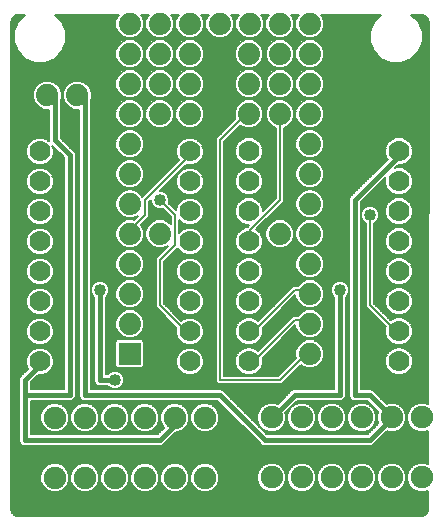
<source format=gbl>
G75*
G70*
%OFA0B0*%
%FSLAX24Y24*%
%IPPOS*%
%LPD*%
%AMOC8*
5,1,8,0,0,1.08239X$1,22.5*
%
%ADD10C,0.0700*%
%ADD11C,0.0740*%
%ADD12C,0.0748*%
%ADD13R,0.0740X0.0740*%
%ADD14C,0.0060*%
%ADD15C,0.0400*%
%ADD16C,0.0160*%
D10*
X001800Y005883D03*
X001800Y006883D03*
X001800Y007883D03*
X001800Y008883D03*
X001800Y009883D03*
X001800Y010883D03*
X001800Y011883D03*
X001800Y012883D03*
X006800Y012883D03*
X006800Y011883D03*
X006800Y010883D03*
X006800Y009883D03*
X006800Y008883D03*
X006800Y007883D03*
X006800Y006883D03*
X006800Y005883D03*
X008771Y005888D03*
X008771Y006888D03*
X008771Y007888D03*
X008771Y008888D03*
X008771Y009888D03*
X008771Y010888D03*
X008771Y011888D03*
X008771Y012888D03*
X013771Y012888D03*
X013771Y011888D03*
X013771Y010888D03*
X013771Y009888D03*
X013771Y008888D03*
X013771Y007888D03*
X013771Y006888D03*
X013771Y005888D03*
D11*
X010800Y006133D03*
X010800Y007133D03*
X010800Y008133D03*
X010800Y009133D03*
X010800Y010133D03*
X010800Y011133D03*
X010800Y012133D03*
X010800Y013133D03*
X010800Y014133D03*
X010800Y015133D03*
X010800Y016133D03*
X010800Y017133D03*
X009800Y017133D03*
X009804Y016133D03*
X009804Y015133D03*
X009804Y014133D03*
X008776Y014135D03*
X008776Y015135D03*
X008776Y016135D03*
X008800Y017133D03*
X007800Y017133D03*
X006800Y017133D03*
X006800Y016133D03*
X006800Y015133D03*
X006800Y014133D03*
X005800Y014133D03*
X005800Y015133D03*
X005800Y016133D03*
X005800Y017133D03*
X004800Y017133D03*
X004800Y016133D03*
X004800Y015133D03*
X004800Y014133D03*
X004800Y013133D03*
X004800Y012133D03*
X004800Y011133D03*
X004800Y010133D03*
X004800Y009133D03*
X004800Y008133D03*
X004800Y007133D03*
X005800Y010133D03*
X003050Y014758D03*
X002050Y014758D03*
X009800Y010133D03*
D12*
X009530Y004013D03*
X010530Y004013D03*
X011530Y004013D03*
X012530Y004013D03*
X013530Y004013D03*
X014530Y004013D03*
X014530Y002013D03*
X013530Y002013D03*
X012530Y002013D03*
X011530Y002013D03*
X010530Y002013D03*
X009530Y002013D03*
X007300Y002008D03*
X006300Y002008D03*
X005300Y002008D03*
X004300Y002008D03*
X003300Y002008D03*
X002300Y002008D03*
X002300Y004008D03*
X003300Y004008D03*
X004300Y004008D03*
X005300Y004008D03*
X006300Y004008D03*
X007300Y004008D03*
D13*
X004800Y006133D03*
D14*
X000865Y000872D02*
X000897Y000817D01*
X000944Y000775D01*
X001002Y000750D01*
X001021Y000746D01*
X014571Y000746D01*
X014597Y000748D01*
X014646Y000765D01*
X014688Y000796D01*
X014719Y000839D01*
X014734Y000889D01*
X014736Y000915D01*
X014736Y000919D01*
X014735Y001001D01*
X014736Y001004D01*
X014737Y001575D01*
X014626Y001529D01*
X014434Y001529D01*
X014256Y001603D01*
X014120Y001739D01*
X014046Y001917D01*
X014046Y002109D01*
X014120Y002287D01*
X014256Y002423D01*
X014434Y002497D01*
X014626Y002497D01*
X014739Y002450D01*
X014741Y003576D01*
X014626Y003529D01*
X014434Y003529D01*
X014256Y003603D01*
X014120Y003739D01*
X014046Y003917D01*
X014046Y004109D01*
X014120Y004287D01*
X014256Y004423D01*
X014434Y004497D01*
X014626Y004497D01*
X014743Y004449D01*
X014768Y017048D01*
X014489Y017048D01*
X014465Y017106D02*
X014766Y017106D01*
X014768Y017133D02*
X014762Y017065D01*
X014768Y017048D01*
X014768Y016989D02*
X014513Y016989D01*
X014538Y016931D02*
X014768Y016931D01*
X014768Y016872D02*
X014557Y016872D01*
X014557Y016883D02*
X014424Y017205D01*
X014188Y017441D01*
X014535Y017441D01*
X014567Y017435D01*
X014644Y017402D01*
X014708Y017347D01*
X014751Y017275D01*
X014769Y017200D01*
X014768Y017200D01*
X014768Y017133D01*
X014768Y017165D02*
X014441Y017165D01*
X014405Y017223D02*
X014763Y017223D01*
X014747Y017282D02*
X014347Y017282D01*
X014288Y017340D02*
X014712Y017340D01*
X014648Y017399D02*
X014230Y017399D01*
X014557Y016883D02*
X014557Y016535D01*
X014424Y016213D01*
X014178Y015967D01*
X013856Y015834D01*
X013508Y015834D01*
X013187Y015967D01*
X012941Y016213D01*
X012807Y016535D01*
X012807Y016883D01*
X012941Y017205D01*
X013177Y017441D01*
X011172Y017441D01*
X011207Y017405D01*
X011280Y017229D01*
X011280Y017038D01*
X011207Y016861D01*
X011072Y016726D01*
X010895Y016653D01*
X010705Y016653D01*
X010528Y016726D01*
X010393Y016861D01*
X010320Y017038D01*
X010320Y017229D01*
X010393Y017405D01*
X010428Y017441D01*
X010172Y017441D01*
X010207Y017405D01*
X010280Y017229D01*
X010280Y017038D01*
X010207Y016861D01*
X010072Y016726D01*
X009895Y016653D01*
X009705Y016653D01*
X009528Y016726D01*
X009393Y016861D01*
X009320Y017038D01*
X009320Y017229D01*
X009393Y017405D01*
X009428Y017441D01*
X009172Y017441D01*
X009207Y017405D01*
X009280Y017229D01*
X009280Y017038D01*
X009207Y016861D01*
X009072Y016726D01*
X008895Y016653D01*
X008705Y016653D01*
X008528Y016726D01*
X008393Y016861D01*
X008320Y017038D01*
X008320Y017229D01*
X008393Y017405D01*
X008428Y017441D01*
X008172Y017441D01*
X008207Y017405D01*
X008280Y017229D01*
X008280Y017038D01*
X008207Y016861D01*
X008072Y016726D01*
X007895Y016653D01*
X007705Y016653D01*
X007528Y016726D01*
X007393Y016861D01*
X007320Y017038D01*
X007320Y017229D01*
X007393Y017405D01*
X007428Y017441D01*
X007172Y017441D01*
X007207Y017405D01*
X007280Y017229D01*
X007280Y017038D01*
X007207Y016861D01*
X007072Y016726D01*
X006895Y016653D01*
X006705Y016653D01*
X006528Y016726D01*
X006393Y016861D01*
X006320Y017038D01*
X006320Y017229D01*
X006393Y017405D01*
X006428Y017441D01*
X006172Y017441D01*
X006207Y017405D01*
X006280Y017229D01*
X006280Y017038D01*
X006207Y016861D01*
X006072Y016726D01*
X005895Y016653D01*
X005705Y016653D01*
X005528Y016726D01*
X005393Y016861D01*
X005320Y017038D01*
X005320Y017229D01*
X005393Y017405D01*
X005428Y017441D01*
X005172Y017441D01*
X005207Y017405D01*
X005280Y017229D01*
X005280Y017038D01*
X005207Y016861D01*
X005072Y016726D01*
X004895Y016653D01*
X004705Y016653D01*
X004528Y016726D01*
X004393Y016861D01*
X004320Y017038D01*
X004320Y017229D01*
X004393Y017405D01*
X004428Y017441D01*
X002313Y017441D01*
X002549Y017205D01*
X002682Y016883D01*
X002682Y016535D01*
X002549Y016213D01*
X002303Y015967D01*
X001981Y015834D01*
X001633Y015834D01*
X001312Y015967D01*
X001066Y016213D01*
X000932Y016535D01*
X000932Y016883D01*
X001066Y017205D01*
X001302Y017441D01*
X001097Y017441D01*
X001059Y017438D01*
X000987Y017414D01*
X000926Y017370D01*
X000881Y017308D01*
X000858Y017236D01*
X000855Y017199D01*
X000855Y017113D01*
X000855Y017113D01*
X000855Y001071D01*
X000861Y001050D01*
X000855Y000986D01*
X000855Y000923D01*
X000855Y000922D01*
X000865Y000872D01*
X000859Y000902D02*
X014735Y000902D01*
X014735Y000960D02*
X000855Y000960D01*
X000858Y001019D02*
X014736Y001019D01*
X014736Y001077D02*
X000855Y001077D01*
X000855Y001136D02*
X014736Y001136D01*
X014736Y001194D02*
X000855Y001194D01*
X000855Y001253D02*
X014736Y001253D01*
X014737Y001311D02*
X000855Y001311D01*
X000855Y001370D02*
X014737Y001370D01*
X014737Y001428D02*
X000855Y001428D01*
X000855Y001487D02*
X014737Y001487D01*
X014737Y001545D02*
X014666Y001545D01*
X014394Y001545D02*
X013666Y001545D01*
X013626Y001529D02*
X013804Y001603D01*
X013940Y001739D01*
X014014Y001917D01*
X014014Y002109D01*
X013940Y002287D01*
X013804Y002423D01*
X013626Y002497D01*
X013434Y002497D01*
X013256Y002423D01*
X013120Y002287D01*
X013046Y002109D01*
X013046Y001917D01*
X013120Y001739D01*
X013256Y001603D01*
X013434Y001529D01*
X013626Y001529D01*
X013805Y001604D02*
X014255Y001604D01*
X014196Y001662D02*
X013864Y001662D01*
X013922Y001721D02*
X014138Y001721D01*
X014103Y001779D02*
X013957Y001779D01*
X013981Y001838D02*
X014079Y001838D01*
X014054Y001896D02*
X014006Y001896D01*
X014014Y001955D02*
X014046Y001955D01*
X014046Y002013D02*
X014014Y002013D01*
X014014Y002072D02*
X014046Y002072D01*
X014055Y002130D02*
X014005Y002130D01*
X013981Y002189D02*
X014079Y002189D01*
X014103Y002247D02*
X013957Y002247D01*
X013922Y002306D02*
X014138Y002306D01*
X014197Y002364D02*
X013863Y002364D01*
X013805Y002423D02*
X014255Y002423D01*
X014396Y002481D02*
X013664Y002481D01*
X013396Y002481D02*
X012664Y002481D01*
X012626Y002497D02*
X012434Y002497D01*
X012256Y002423D01*
X012120Y002287D01*
X012046Y002109D01*
X012046Y001917D01*
X012120Y001739D01*
X012256Y001603D01*
X012434Y001529D01*
X012626Y001529D01*
X012804Y001603D01*
X012940Y001739D01*
X013014Y001917D01*
X013014Y002109D01*
X012940Y002287D01*
X012804Y002423D01*
X012626Y002497D01*
X012805Y002423D02*
X013255Y002423D01*
X013197Y002364D02*
X012863Y002364D01*
X012922Y002306D02*
X013138Y002306D01*
X013103Y002247D02*
X012957Y002247D01*
X012981Y002189D02*
X013079Y002189D01*
X013055Y002130D02*
X013005Y002130D01*
X013014Y002072D02*
X013046Y002072D01*
X013046Y002013D02*
X013014Y002013D01*
X013014Y001955D02*
X013046Y001955D01*
X013054Y001896D02*
X013006Y001896D01*
X012981Y001838D02*
X013079Y001838D01*
X013103Y001779D02*
X012957Y001779D01*
X012922Y001721D02*
X013138Y001721D01*
X013196Y001662D02*
X012864Y001662D01*
X012805Y001604D02*
X013255Y001604D01*
X013394Y001545D02*
X012666Y001545D01*
X012394Y001545D02*
X011666Y001545D01*
X011626Y001529D02*
X011804Y001603D01*
X011940Y001739D01*
X012014Y001917D01*
X012014Y002109D01*
X011940Y002287D01*
X011804Y002423D01*
X011626Y002497D01*
X011434Y002497D01*
X011256Y002423D01*
X011120Y002287D01*
X011046Y002109D01*
X011046Y001917D01*
X011120Y001739D01*
X011256Y001603D01*
X011434Y001529D01*
X011626Y001529D01*
X011394Y001545D02*
X010666Y001545D01*
X010626Y001529D02*
X010804Y001603D01*
X010940Y001739D01*
X011014Y001917D01*
X011014Y002109D01*
X010940Y002287D01*
X010804Y002423D01*
X010626Y002497D01*
X010434Y002497D01*
X010256Y002423D01*
X010120Y002287D01*
X010046Y002109D01*
X010046Y001917D01*
X010120Y001739D01*
X010256Y001603D01*
X010434Y001529D01*
X010626Y001529D01*
X010805Y001604D02*
X011255Y001604D01*
X011196Y001662D02*
X010864Y001662D01*
X010922Y001721D02*
X011138Y001721D01*
X011103Y001779D02*
X010957Y001779D01*
X010981Y001838D02*
X011079Y001838D01*
X011054Y001896D02*
X011006Y001896D01*
X011014Y001955D02*
X011046Y001955D01*
X011046Y002013D02*
X011014Y002013D01*
X011014Y002072D02*
X011046Y002072D01*
X011055Y002130D02*
X011005Y002130D01*
X010981Y002189D02*
X011079Y002189D01*
X011103Y002247D02*
X010957Y002247D01*
X010922Y002306D02*
X011138Y002306D01*
X011197Y002364D02*
X010863Y002364D01*
X010805Y002423D02*
X011255Y002423D01*
X011396Y002481D02*
X010664Y002481D01*
X010396Y002481D02*
X009664Y002481D01*
X009626Y002497D02*
X009434Y002497D01*
X009256Y002423D01*
X009120Y002287D01*
X009046Y002109D01*
X009046Y001917D01*
X009120Y001739D01*
X009256Y001603D01*
X009434Y001529D01*
X009626Y001529D01*
X009804Y001603D01*
X009940Y001739D01*
X010014Y001917D01*
X010014Y002109D01*
X009940Y002287D01*
X009804Y002423D01*
X009626Y002497D01*
X009396Y002481D02*
X007423Y002481D01*
X007396Y002492D02*
X007204Y002492D01*
X007026Y002419D01*
X006890Y002282D01*
X006816Y002105D01*
X006816Y001912D01*
X006890Y001734D01*
X007026Y001598D01*
X007204Y001524D01*
X007396Y001524D01*
X007574Y001598D01*
X007710Y001734D01*
X007784Y001912D01*
X007784Y002105D01*
X007710Y002282D01*
X007574Y002419D01*
X007396Y002492D01*
X007564Y002423D02*
X009255Y002423D01*
X009197Y002364D02*
X007628Y002364D01*
X007687Y002306D02*
X009138Y002306D01*
X009103Y002247D02*
X007725Y002247D01*
X007749Y002189D02*
X009079Y002189D01*
X009055Y002130D02*
X007773Y002130D01*
X007784Y002072D02*
X009046Y002072D01*
X009046Y002013D02*
X007784Y002013D01*
X007784Y001955D02*
X009046Y001955D01*
X009054Y001896D02*
X007778Y001896D01*
X007753Y001838D02*
X009079Y001838D01*
X009103Y001779D02*
X007729Y001779D01*
X007697Y001721D02*
X009138Y001721D01*
X009196Y001662D02*
X007639Y001662D01*
X007580Y001604D02*
X009255Y001604D01*
X009394Y001545D02*
X007447Y001545D01*
X007153Y001545D02*
X006447Y001545D01*
X006396Y001524D02*
X006574Y001598D01*
X006710Y001734D01*
X006784Y001912D01*
X006784Y002105D01*
X006710Y002282D01*
X006574Y002419D01*
X006396Y002492D01*
X006204Y002492D01*
X006026Y002419D01*
X005890Y002282D01*
X005816Y002105D01*
X005816Y001912D01*
X005890Y001734D01*
X006026Y001598D01*
X006204Y001524D01*
X006396Y001524D01*
X006153Y001545D02*
X005447Y001545D01*
X005396Y001524D02*
X005574Y001598D01*
X005710Y001734D01*
X005784Y001912D01*
X005784Y002105D01*
X005710Y002282D01*
X005574Y002419D01*
X005396Y002492D01*
X005204Y002492D01*
X005026Y002419D01*
X004890Y002282D01*
X004816Y002105D01*
X004816Y001912D01*
X004890Y001734D01*
X005026Y001598D01*
X005204Y001524D01*
X005396Y001524D01*
X005580Y001604D02*
X006020Y001604D01*
X005961Y001662D02*
X005639Y001662D01*
X005697Y001721D02*
X005903Y001721D01*
X005871Y001779D02*
X005729Y001779D01*
X005753Y001838D02*
X005847Y001838D01*
X005822Y001896D02*
X005778Y001896D01*
X005784Y001955D02*
X005816Y001955D01*
X005816Y002013D02*
X005784Y002013D01*
X005784Y002072D02*
X005816Y002072D01*
X005827Y002130D02*
X005773Y002130D01*
X005749Y002189D02*
X005851Y002189D01*
X005875Y002247D02*
X005725Y002247D01*
X005687Y002306D02*
X005913Y002306D01*
X005972Y002364D02*
X005628Y002364D01*
X005564Y002423D02*
X006036Y002423D01*
X006177Y002481D02*
X005423Y002481D01*
X005177Y002481D02*
X004423Y002481D01*
X004396Y002492D02*
X004204Y002492D01*
X004026Y002419D01*
X003890Y002282D01*
X003816Y002105D01*
X003816Y001912D01*
X003890Y001734D01*
X004026Y001598D01*
X004204Y001524D01*
X004396Y001524D01*
X004574Y001598D01*
X004710Y001734D01*
X004784Y001912D01*
X004784Y002105D01*
X004710Y002282D01*
X004574Y002419D01*
X004396Y002492D01*
X004564Y002423D02*
X005036Y002423D01*
X004972Y002364D02*
X004628Y002364D01*
X004687Y002306D02*
X004913Y002306D01*
X004875Y002247D02*
X004725Y002247D01*
X004749Y002189D02*
X004851Y002189D01*
X004827Y002130D02*
X004773Y002130D01*
X004784Y002072D02*
X004816Y002072D01*
X004816Y002013D02*
X004784Y002013D01*
X004784Y001955D02*
X004816Y001955D01*
X004822Y001896D02*
X004778Y001896D01*
X004753Y001838D02*
X004847Y001838D01*
X004871Y001779D02*
X004729Y001779D01*
X004697Y001721D02*
X004903Y001721D01*
X004961Y001662D02*
X004639Y001662D01*
X004580Y001604D02*
X005020Y001604D01*
X005153Y001545D02*
X004447Y001545D01*
X004153Y001545D02*
X003447Y001545D01*
X003396Y001524D02*
X003574Y001598D01*
X003710Y001734D01*
X003784Y001912D01*
X003784Y002105D01*
X003710Y002282D01*
X003574Y002419D01*
X003396Y002492D01*
X003204Y002492D01*
X003026Y002419D01*
X002890Y002282D01*
X002816Y002105D01*
X002816Y001912D01*
X002890Y001734D01*
X003026Y001598D01*
X003204Y001524D01*
X003396Y001524D01*
X003580Y001604D02*
X004020Y001604D01*
X003961Y001662D02*
X003639Y001662D01*
X003697Y001721D02*
X003903Y001721D01*
X003871Y001779D02*
X003729Y001779D01*
X003753Y001838D02*
X003847Y001838D01*
X003822Y001896D02*
X003778Y001896D01*
X003784Y001955D02*
X003816Y001955D01*
X003816Y002013D02*
X003784Y002013D01*
X003784Y002072D02*
X003816Y002072D01*
X003827Y002130D02*
X003773Y002130D01*
X003749Y002189D02*
X003851Y002189D01*
X003875Y002247D02*
X003725Y002247D01*
X003687Y002306D02*
X003913Y002306D01*
X003972Y002364D02*
X003628Y002364D01*
X003564Y002423D02*
X004036Y002423D01*
X004177Y002481D02*
X003423Y002481D01*
X003177Y002481D02*
X002423Y002481D01*
X002396Y002492D02*
X002204Y002492D01*
X002026Y002419D01*
X001890Y002282D01*
X001816Y002105D01*
X001816Y001912D01*
X001890Y001734D01*
X002026Y001598D01*
X002204Y001524D01*
X002396Y001524D01*
X002574Y001598D01*
X002710Y001734D01*
X002784Y001912D01*
X002784Y002105D01*
X002710Y002282D01*
X002574Y002419D01*
X002396Y002492D01*
X002564Y002423D02*
X003036Y002423D01*
X002972Y002364D02*
X002628Y002364D01*
X002687Y002306D02*
X002913Y002306D01*
X002875Y002247D02*
X002725Y002247D01*
X002749Y002189D02*
X002851Y002189D01*
X002827Y002130D02*
X002773Y002130D01*
X002784Y002072D02*
X002816Y002072D01*
X002816Y002013D02*
X002784Y002013D01*
X002784Y001955D02*
X002816Y001955D01*
X002822Y001896D02*
X002778Y001896D01*
X002753Y001838D02*
X002847Y001838D01*
X002871Y001779D02*
X002729Y001779D01*
X002697Y001721D02*
X002903Y001721D01*
X002961Y001662D02*
X002639Y001662D01*
X002580Y001604D02*
X003020Y001604D01*
X003153Y001545D02*
X002447Y001545D01*
X002153Y001545D02*
X000855Y001545D01*
X000855Y001604D02*
X002020Y001604D01*
X001961Y001662D02*
X000855Y001662D01*
X000855Y001721D02*
X001903Y001721D01*
X001871Y001779D02*
X000855Y001779D01*
X000855Y001838D02*
X001847Y001838D01*
X001822Y001896D02*
X000855Y001896D01*
X000855Y001955D02*
X001816Y001955D01*
X001816Y002013D02*
X000855Y002013D01*
X000855Y002072D02*
X001816Y002072D01*
X001827Y002130D02*
X000855Y002130D01*
X000855Y002189D02*
X001851Y002189D01*
X001875Y002247D02*
X000855Y002247D01*
X000855Y002306D02*
X001913Y002306D01*
X001972Y002364D02*
X000855Y002364D01*
X000855Y002423D02*
X002036Y002423D01*
X002177Y002481D02*
X000855Y002481D01*
X000855Y002540D02*
X014739Y002540D01*
X014739Y002598D02*
X000855Y002598D01*
X000855Y002657D02*
X014739Y002657D01*
X014739Y002715D02*
X000855Y002715D01*
X000855Y002774D02*
X014739Y002774D01*
X014740Y002832D02*
X000855Y002832D01*
X000855Y002891D02*
X014740Y002891D01*
X014740Y002949D02*
X000855Y002949D01*
X000855Y003008D02*
X014740Y003008D01*
X014740Y003066D02*
X000855Y003066D01*
X000855Y003125D02*
X001165Y003125D01*
X001110Y003180D02*
X001221Y003068D01*
X005879Y003068D01*
X006335Y003524D01*
X006396Y003524D01*
X006574Y003598D01*
X006710Y003734D01*
X006784Y003912D01*
X006784Y004105D01*
X006710Y004282D01*
X006574Y004419D01*
X006396Y004492D01*
X006204Y004492D01*
X006026Y004419D01*
X005890Y004282D01*
X005816Y004105D01*
X005816Y003912D01*
X005890Y003734D01*
X005948Y003675D01*
X005721Y003448D01*
X001490Y003448D01*
X001490Y004568D01*
X002879Y004568D01*
X002990Y004680D01*
X002990Y012837D01*
X002879Y012948D01*
X002490Y013337D01*
X002490Y014566D01*
X002530Y014663D01*
X002530Y014854D01*
X002457Y015030D01*
X002322Y015165D01*
X002145Y015238D01*
X001955Y015238D01*
X001778Y015165D01*
X001643Y015030D01*
X001570Y014854D01*
X001570Y014663D01*
X001643Y014486D01*
X001778Y014351D01*
X001955Y014278D01*
X002110Y014278D01*
X002110Y013223D01*
X002061Y013273D01*
X001892Y013343D01*
X001709Y013343D01*
X001540Y013273D01*
X001410Y013143D01*
X001340Y012974D01*
X001340Y012791D01*
X001410Y012622D01*
X001540Y012493D01*
X001709Y012423D01*
X001892Y012423D01*
X002061Y012493D01*
X002190Y012622D01*
X002260Y012791D01*
X002260Y012974D01*
X002221Y013069D01*
X002610Y012680D01*
X002610Y004948D01*
X001490Y004948D01*
X001490Y005180D01*
X001733Y005423D01*
X001892Y005423D01*
X002061Y005493D01*
X002190Y005622D01*
X002260Y005791D01*
X002260Y005974D01*
X002190Y006143D01*
X002061Y006273D01*
X001892Y006343D01*
X001709Y006343D01*
X001540Y006273D01*
X001410Y006143D01*
X001340Y005974D01*
X001340Y005791D01*
X001406Y005633D01*
X001221Y005448D01*
X001110Y005337D01*
X001110Y003180D01*
X001110Y003183D02*
X000855Y003183D01*
X000855Y003242D02*
X001110Y003242D01*
X001110Y003300D02*
X000855Y003300D01*
X000855Y003359D02*
X001110Y003359D01*
X001110Y003417D02*
X000855Y003417D01*
X000855Y003476D02*
X001110Y003476D01*
X001110Y003534D02*
X000855Y003534D01*
X000855Y003593D02*
X001110Y003593D01*
X001110Y003651D02*
X000855Y003651D01*
X000855Y003710D02*
X001110Y003710D01*
X001110Y003768D02*
X000855Y003768D01*
X000855Y003827D02*
X001110Y003827D01*
X001110Y003885D02*
X000855Y003885D01*
X000855Y003944D02*
X001110Y003944D01*
X001110Y004002D02*
X000855Y004002D01*
X000855Y004061D02*
X001110Y004061D01*
X001110Y004119D02*
X000855Y004119D01*
X000855Y004178D02*
X001110Y004178D01*
X001110Y004236D02*
X000855Y004236D01*
X000855Y004295D02*
X001110Y004295D01*
X001110Y004353D02*
X000855Y004353D01*
X000855Y004412D02*
X001110Y004412D01*
X001110Y004470D02*
X000855Y004470D01*
X000855Y004529D02*
X001110Y004529D01*
X001110Y004587D02*
X000855Y004587D01*
X000855Y004646D02*
X001110Y004646D01*
X001110Y004704D02*
X000855Y004704D01*
X000855Y004763D02*
X001110Y004763D01*
X001110Y004821D02*
X000855Y004821D01*
X000855Y004880D02*
X001110Y004880D01*
X001110Y004938D02*
X000855Y004938D01*
X000855Y004997D02*
X001110Y004997D01*
X001110Y005055D02*
X000855Y005055D01*
X000855Y005114D02*
X001110Y005114D01*
X001110Y005172D02*
X000855Y005172D01*
X000855Y005231D02*
X001110Y005231D01*
X001110Y005289D02*
X000855Y005289D01*
X000855Y005348D02*
X001121Y005348D01*
X001179Y005406D02*
X000855Y005406D01*
X000855Y005465D02*
X001238Y005465D01*
X001296Y005523D02*
X000855Y005523D01*
X000855Y005582D02*
X001355Y005582D01*
X001403Y005640D02*
X000855Y005640D01*
X000855Y005699D02*
X001378Y005699D01*
X001354Y005757D02*
X000855Y005757D01*
X000855Y005816D02*
X001340Y005816D01*
X001340Y005874D02*
X000855Y005874D01*
X000855Y005933D02*
X001340Y005933D01*
X001347Y005991D02*
X000855Y005991D01*
X000855Y006050D02*
X001371Y006050D01*
X001396Y006108D02*
X000855Y006108D01*
X000855Y006167D02*
X001434Y006167D01*
X001492Y006225D02*
X000855Y006225D01*
X000855Y006284D02*
X001567Y006284D01*
X001708Y006342D02*
X000855Y006342D01*
X000855Y006401D02*
X002610Y006401D01*
X002610Y006459D02*
X001980Y006459D01*
X002061Y006493D02*
X001892Y006423D01*
X001709Y006423D01*
X001540Y006493D01*
X001410Y006622D01*
X001340Y006791D01*
X001340Y006974D01*
X001410Y007143D01*
X001540Y007273D01*
X001709Y007343D01*
X001892Y007343D01*
X002061Y007273D01*
X002190Y007143D01*
X002260Y006974D01*
X002260Y006791D01*
X002190Y006622D01*
X002061Y006493D01*
X002086Y006518D02*
X002610Y006518D01*
X002610Y006576D02*
X002144Y006576D01*
X002195Y006635D02*
X002610Y006635D01*
X002610Y006693D02*
X002220Y006693D01*
X002244Y006752D02*
X002610Y006752D01*
X002610Y006810D02*
X002260Y006810D01*
X002260Y006869D02*
X002610Y006869D01*
X002610Y006927D02*
X002260Y006927D01*
X002255Y006986D02*
X002610Y006986D01*
X002610Y007044D02*
X002231Y007044D01*
X002207Y007103D02*
X002610Y007103D01*
X002610Y007161D02*
X002172Y007161D01*
X002113Y007220D02*
X002610Y007220D01*
X002610Y007278D02*
X002047Y007278D01*
X001905Y007337D02*
X002610Y007337D01*
X002610Y007395D02*
X000855Y007395D01*
X000855Y007337D02*
X001695Y007337D01*
X001709Y007423D02*
X001892Y007423D01*
X002061Y007493D01*
X002190Y007622D01*
X002260Y007791D01*
X002260Y007974D01*
X002190Y008143D01*
X002061Y008273D01*
X001892Y008343D01*
X001709Y008343D01*
X001540Y008273D01*
X000855Y008273D01*
X000855Y008331D02*
X001681Y008331D01*
X001709Y008423D02*
X001540Y008493D01*
X001410Y008622D01*
X001340Y008791D01*
X001340Y008974D01*
X001410Y009143D01*
X001540Y009273D01*
X001709Y009343D01*
X001892Y009343D01*
X002061Y009273D01*
X002190Y009143D01*
X002260Y008974D01*
X002260Y008791D01*
X002190Y008622D01*
X002061Y008493D01*
X001892Y008423D01*
X001709Y008423D01*
X001646Y008448D02*
X000855Y008448D01*
X000855Y008390D02*
X002610Y008390D01*
X002610Y008448D02*
X001954Y008448D01*
X001919Y008331D02*
X002610Y008331D01*
X002610Y008273D02*
X002060Y008273D01*
X002119Y008214D02*
X002610Y008214D01*
X002610Y008156D02*
X002177Y008156D01*
X002209Y008097D02*
X002610Y008097D01*
X002610Y008039D02*
X002233Y008039D01*
X002258Y007980D02*
X002610Y007980D01*
X002610Y007922D02*
X002260Y007922D01*
X002260Y007863D02*
X002610Y007863D01*
X002610Y007805D02*
X002260Y007805D01*
X002242Y007746D02*
X002610Y007746D01*
X002610Y007688D02*
X002217Y007688D01*
X002193Y007629D02*
X002610Y007629D01*
X002610Y007571D02*
X002139Y007571D01*
X002080Y007512D02*
X002610Y007512D01*
X002610Y007454D02*
X001967Y007454D01*
X001709Y007423D02*
X001540Y007493D01*
X001410Y007622D01*
X001340Y007791D01*
X001340Y007974D01*
X001410Y008143D01*
X001540Y008273D01*
X001481Y008214D02*
X000855Y008214D01*
X000855Y008156D02*
X001423Y008156D01*
X001391Y008097D02*
X000855Y008097D01*
X000855Y008039D02*
X001367Y008039D01*
X001343Y007980D02*
X000855Y007980D01*
X000855Y007922D02*
X001340Y007922D01*
X001340Y007863D02*
X000855Y007863D01*
X000855Y007805D02*
X001340Y007805D01*
X001359Y007746D02*
X000855Y007746D01*
X000855Y007688D02*
X001383Y007688D01*
X001407Y007629D02*
X000855Y007629D01*
X000855Y007571D02*
X001461Y007571D01*
X001520Y007512D02*
X000855Y007512D01*
X000855Y007454D02*
X001633Y007454D01*
X001554Y007278D02*
X000855Y007278D01*
X000855Y007220D02*
X001487Y007220D01*
X001428Y007161D02*
X000855Y007161D01*
X000855Y007103D02*
X001393Y007103D01*
X001369Y007044D02*
X000855Y007044D01*
X000855Y006986D02*
X001345Y006986D01*
X001340Y006927D02*
X000855Y006927D01*
X000855Y006869D02*
X001340Y006869D01*
X001340Y006810D02*
X000855Y006810D01*
X000855Y006752D02*
X001356Y006752D01*
X001381Y006693D02*
X000855Y006693D01*
X000855Y006635D02*
X001405Y006635D01*
X001456Y006576D02*
X000855Y006576D01*
X000855Y006518D02*
X001514Y006518D01*
X001620Y006459D02*
X000855Y006459D01*
X001717Y005406D02*
X002610Y005406D01*
X002610Y005348D02*
X001658Y005348D01*
X001600Y005289D02*
X002610Y005289D01*
X002610Y005231D02*
X001541Y005231D01*
X001490Y005172D02*
X002610Y005172D01*
X002610Y005114D02*
X001490Y005114D01*
X001490Y005055D02*
X002610Y005055D01*
X002610Y004997D02*
X001490Y004997D01*
X001490Y004529D02*
X007761Y004529D01*
X007721Y004568D02*
X009110Y003180D01*
X009221Y003068D01*
X012879Y003068D01*
X013367Y003557D01*
X013434Y003529D01*
X013626Y003529D01*
X013804Y003603D01*
X013940Y003739D01*
X014014Y003917D01*
X014014Y004109D01*
X013940Y004287D01*
X013804Y004423D01*
X013626Y004497D01*
X013434Y004497D01*
X013360Y004467D01*
X012879Y004948D01*
X012490Y004948D01*
X012490Y011180D01*
X013326Y012016D01*
X013311Y011980D01*
X013311Y011797D01*
X013381Y011628D01*
X013511Y011498D01*
X013680Y011428D01*
X013863Y011428D01*
X014032Y011498D01*
X014161Y011628D01*
X014231Y011797D01*
X014231Y011980D01*
X014161Y012149D01*
X014032Y012278D01*
X013863Y012348D01*
X013680Y012348D01*
X013644Y012333D01*
X013739Y012428D01*
X013863Y012428D01*
X014032Y012498D01*
X014161Y012628D01*
X014231Y012797D01*
X014231Y012980D01*
X014161Y013149D01*
X014032Y013278D01*
X013863Y013348D01*
X013680Y013348D01*
X013511Y013278D01*
X013381Y013149D01*
X013311Y012980D01*
X013311Y012797D01*
X013381Y012628D01*
X013391Y012618D01*
X012221Y011448D01*
X012110Y011337D01*
X012110Y004680D01*
X012221Y004568D01*
X012721Y004568D01*
X013085Y004204D01*
X013046Y004109D01*
X013046Y003917D01*
X013088Y003815D01*
X012721Y003448D01*
X009379Y003448D01*
X007879Y004948D01*
X003490Y004948D01*
X003490Y014566D01*
X003530Y014663D01*
X003530Y014854D01*
X003457Y015030D01*
X003322Y015165D01*
X003145Y015238D01*
X002955Y015238D01*
X002778Y015165D01*
X002643Y015030D01*
X002570Y014854D01*
X002570Y014663D01*
X002643Y014486D01*
X002778Y014351D01*
X002955Y014278D01*
X003110Y014278D01*
X003110Y004680D01*
X003221Y004568D01*
X007721Y004568D01*
X007819Y004470D02*
X007449Y004470D01*
X007396Y004492D02*
X007204Y004492D01*
X007026Y004419D01*
X006890Y004282D01*
X006816Y004105D01*
X006816Y003912D01*
X006890Y003734D01*
X007026Y003598D01*
X007204Y003524D01*
X007396Y003524D01*
X007574Y003598D01*
X007710Y003734D01*
X007784Y003912D01*
X007784Y004105D01*
X007710Y004282D01*
X007574Y004419D01*
X007396Y004492D01*
X007581Y004412D02*
X007878Y004412D01*
X007936Y004353D02*
X007639Y004353D01*
X007698Y004295D02*
X007995Y004295D01*
X008053Y004236D02*
X007729Y004236D01*
X007754Y004178D02*
X008112Y004178D01*
X008170Y004119D02*
X007778Y004119D01*
X007784Y004061D02*
X008229Y004061D01*
X008287Y004002D02*
X007784Y004002D01*
X007784Y003944D02*
X008346Y003944D01*
X008404Y003885D02*
X007773Y003885D01*
X007749Y003827D02*
X008463Y003827D01*
X008521Y003768D02*
X007724Y003768D01*
X007686Y003710D02*
X008580Y003710D01*
X008638Y003651D02*
X007628Y003651D01*
X007562Y003593D02*
X008697Y003593D01*
X008755Y003534D02*
X007420Y003534D01*
X007180Y003534D02*
X006420Y003534D01*
X006286Y003476D02*
X008814Y003476D01*
X008872Y003417D02*
X006228Y003417D01*
X006169Y003359D02*
X008931Y003359D01*
X008989Y003300D02*
X006111Y003300D01*
X006052Y003242D02*
X009048Y003242D01*
X009106Y003183D02*
X005994Y003183D01*
X005935Y003125D02*
X009165Y003125D01*
X009351Y003476D02*
X012749Y003476D01*
X012807Y003534D02*
X012639Y003534D01*
X012626Y003529D02*
X012804Y003603D01*
X012940Y003739D01*
X013014Y003917D01*
X013014Y004109D01*
X012940Y004287D01*
X012804Y004423D01*
X012626Y004497D01*
X012434Y004497D01*
X012256Y004423D01*
X012120Y004287D01*
X012046Y004109D01*
X012046Y003917D01*
X012120Y003739D01*
X012256Y003603D01*
X012434Y003529D01*
X012626Y003529D01*
X012780Y003593D02*
X012866Y003593D01*
X012853Y003651D02*
X012924Y003651D01*
X012911Y003710D02*
X012983Y003710D01*
X012953Y003768D02*
X013041Y003768D01*
X013083Y003827D02*
X012977Y003827D01*
X013001Y003885D02*
X013059Y003885D01*
X013046Y003944D02*
X013014Y003944D01*
X013014Y004002D02*
X013046Y004002D01*
X013046Y004061D02*
X013014Y004061D01*
X013010Y004119D02*
X013050Y004119D01*
X013074Y004178D02*
X012986Y004178D01*
X012961Y004236D02*
X013053Y004236D01*
X012995Y004295D02*
X012933Y004295D01*
X012936Y004353D02*
X012874Y004353D01*
X012878Y004412D02*
X012816Y004412D01*
X012819Y004470D02*
X012691Y004470D01*
X012761Y004529D02*
X010339Y004529D01*
X010379Y004568D02*
X011879Y004568D01*
X011990Y004680D01*
X011990Y008010D01*
X012063Y008083D01*
X012110Y008197D01*
X012110Y008320D01*
X012063Y008434D01*
X011976Y008521D01*
X011862Y008568D01*
X011738Y008568D01*
X011624Y008521D01*
X011537Y008434D01*
X011490Y008320D01*
X011490Y008197D01*
X011537Y008083D01*
X011610Y008010D01*
X011610Y004948D01*
X010221Y004948D01*
X009728Y004455D01*
X009626Y004497D01*
X009434Y004497D01*
X009256Y004423D01*
X009120Y004287D01*
X009046Y004109D01*
X009046Y003917D01*
X009120Y003739D01*
X009256Y003603D01*
X009434Y003529D01*
X009626Y003529D01*
X009804Y003603D01*
X009940Y003739D01*
X010014Y003917D01*
X010014Y004109D01*
X009986Y004176D01*
X010379Y004568D01*
X010434Y004497D02*
X010256Y004423D01*
X010120Y004287D01*
X010046Y004109D01*
X010046Y003917D01*
X010120Y003739D01*
X010256Y003603D01*
X010434Y003529D01*
X010626Y003529D01*
X010804Y003603D01*
X010940Y003739D01*
X011014Y003917D01*
X011014Y004109D01*
X010940Y004287D01*
X010804Y004423D01*
X010626Y004497D01*
X010434Y004497D01*
X010369Y004470D02*
X010281Y004470D01*
X010244Y004412D02*
X010222Y004412D01*
X010186Y004353D02*
X010164Y004353D01*
X010127Y004295D02*
X010105Y004295D01*
X010099Y004236D02*
X010047Y004236D01*
X010074Y004178D02*
X009988Y004178D01*
X010010Y004119D02*
X010050Y004119D01*
X010046Y004061D02*
X010014Y004061D01*
X010014Y004002D02*
X010046Y004002D01*
X010046Y003944D02*
X010014Y003944D01*
X010001Y003885D02*
X010059Y003885D01*
X010083Y003827D02*
X009977Y003827D01*
X009953Y003768D02*
X010107Y003768D01*
X010149Y003710D02*
X009911Y003710D01*
X009853Y003651D02*
X010207Y003651D01*
X010279Y003593D02*
X009780Y003593D01*
X009639Y003534D02*
X010421Y003534D01*
X010639Y003534D02*
X011421Y003534D01*
X011434Y003529D02*
X011626Y003529D01*
X011804Y003603D01*
X011940Y003739D01*
X012014Y003917D01*
X012014Y004109D01*
X011940Y004287D01*
X011804Y004423D01*
X011626Y004497D01*
X011434Y004497D01*
X011256Y004423D01*
X011120Y004287D01*
X011046Y004109D01*
X011046Y003917D01*
X011120Y003739D01*
X011256Y003603D01*
X011434Y003529D01*
X011279Y003593D02*
X010780Y003593D01*
X010853Y003651D02*
X011207Y003651D01*
X011149Y003710D02*
X010911Y003710D01*
X010953Y003768D02*
X011107Y003768D01*
X011083Y003827D02*
X010977Y003827D01*
X011001Y003885D02*
X011059Y003885D01*
X011046Y003944D02*
X011014Y003944D01*
X011014Y004002D02*
X011046Y004002D01*
X011046Y004061D02*
X011014Y004061D01*
X011010Y004119D02*
X011050Y004119D01*
X011074Y004178D02*
X010986Y004178D01*
X010961Y004236D02*
X011099Y004236D01*
X011127Y004295D02*
X010933Y004295D01*
X010874Y004353D02*
X011186Y004353D01*
X011244Y004412D02*
X010816Y004412D01*
X010691Y004470D02*
X011369Y004470D01*
X011691Y004470D02*
X012369Y004470D01*
X012244Y004412D02*
X011816Y004412D01*
X011874Y004353D02*
X012186Y004353D01*
X012127Y004295D02*
X011933Y004295D01*
X011961Y004236D02*
X012099Y004236D01*
X012074Y004178D02*
X011986Y004178D01*
X012010Y004119D02*
X012050Y004119D01*
X012046Y004061D02*
X012014Y004061D01*
X012014Y004002D02*
X012046Y004002D01*
X012046Y003944D02*
X012014Y003944D01*
X012001Y003885D02*
X012059Y003885D01*
X012083Y003827D02*
X011977Y003827D01*
X011953Y003768D02*
X012107Y003768D01*
X012149Y003710D02*
X011911Y003710D01*
X011853Y003651D02*
X012207Y003651D01*
X012279Y003593D02*
X011780Y003593D01*
X011639Y003534D02*
X012421Y003534D01*
X012935Y003125D02*
X014740Y003125D01*
X014740Y003183D02*
X012994Y003183D01*
X013052Y003242D02*
X014740Y003242D01*
X014741Y003300D02*
X013111Y003300D01*
X013169Y003359D02*
X014741Y003359D01*
X014741Y003417D02*
X013228Y003417D01*
X013286Y003476D02*
X014741Y003476D01*
X014741Y003534D02*
X014639Y003534D01*
X014421Y003534D02*
X013639Y003534D01*
X013780Y003593D02*
X014279Y003593D01*
X014207Y003651D02*
X013853Y003651D01*
X013911Y003710D02*
X014149Y003710D01*
X014107Y003768D02*
X013953Y003768D01*
X013977Y003827D02*
X014083Y003827D01*
X014059Y003885D02*
X014001Y003885D01*
X014014Y003944D02*
X014046Y003944D01*
X014046Y004002D02*
X014014Y004002D01*
X014014Y004061D02*
X014046Y004061D01*
X014050Y004119D02*
X014010Y004119D01*
X013986Y004178D02*
X014074Y004178D01*
X014099Y004236D02*
X013961Y004236D01*
X013933Y004295D02*
X014127Y004295D01*
X014186Y004353D02*
X013874Y004353D01*
X013816Y004412D02*
X014244Y004412D01*
X014369Y004470D02*
X013691Y004470D01*
X013369Y004470D02*
X013357Y004470D01*
X013298Y004529D02*
X014743Y004529D01*
X014743Y004587D02*
X013240Y004587D01*
X013181Y004646D02*
X014743Y004646D01*
X014743Y004704D02*
X013123Y004704D01*
X013064Y004763D02*
X014743Y004763D01*
X014744Y004821D02*
X013006Y004821D01*
X012947Y004880D02*
X014744Y004880D01*
X014744Y004938D02*
X012889Y004938D01*
X012490Y004997D02*
X014744Y004997D01*
X014744Y005055D02*
X012490Y005055D01*
X012490Y005114D02*
X014744Y005114D01*
X014744Y005172D02*
X012490Y005172D01*
X012490Y005231D02*
X014744Y005231D01*
X014745Y005289D02*
X012490Y005289D01*
X012490Y005348D02*
X014745Y005348D01*
X014745Y005406D02*
X012490Y005406D01*
X012490Y005465D02*
X013592Y005465D01*
X013511Y005498D02*
X013680Y005428D01*
X013863Y005428D01*
X014032Y005498D01*
X014161Y005628D01*
X014231Y005797D01*
X014231Y005980D01*
X014161Y006149D01*
X014032Y006278D01*
X013863Y006348D01*
X013680Y006348D01*
X013511Y006278D01*
X013381Y006149D01*
X013311Y005980D01*
X013311Y005797D01*
X013381Y005628D01*
X013511Y005498D01*
X013486Y005523D02*
X012490Y005523D01*
X012490Y005582D02*
X013427Y005582D01*
X013376Y005640D02*
X012490Y005640D01*
X012490Y005699D02*
X013352Y005699D01*
X013328Y005757D02*
X012490Y005757D01*
X012490Y005816D02*
X013311Y005816D01*
X013311Y005874D02*
X012490Y005874D01*
X012490Y005933D02*
X013311Y005933D01*
X013316Y005991D02*
X012490Y005991D01*
X012490Y006050D02*
X013340Y006050D01*
X013364Y006108D02*
X012490Y006108D01*
X012490Y006167D02*
X013399Y006167D01*
X013458Y006225D02*
X012490Y006225D01*
X012490Y006284D02*
X013524Y006284D01*
X013665Y006342D02*
X012490Y006342D01*
X012490Y006401D02*
X014747Y006401D01*
X014747Y006459D02*
X013938Y006459D01*
X013863Y006428D02*
X014032Y006498D01*
X014161Y006628D01*
X014231Y006797D01*
X014231Y006980D01*
X014161Y007149D01*
X014032Y007278D01*
X013863Y007348D01*
X013680Y007348D01*
X013511Y007278D01*
X013478Y007278D01*
X013494Y007262D02*
X012940Y007816D01*
X012940Y010481D01*
X012976Y010495D01*
X013063Y010583D01*
X013110Y010697D01*
X013110Y010820D01*
X013063Y010934D01*
X012976Y011021D01*
X012862Y011068D01*
X012738Y011068D01*
X012624Y011021D01*
X012537Y010934D01*
X012490Y010820D01*
X012490Y010697D01*
X012537Y010583D01*
X012624Y010495D01*
X012660Y010481D01*
X012660Y007700D01*
X012742Y007618D01*
X013332Y007029D01*
X013311Y006980D01*
X013311Y006797D01*
X013381Y006628D01*
X013511Y006498D01*
X013680Y006428D01*
X013863Y006428D01*
X013877Y006342D02*
X014747Y006342D01*
X014747Y006284D02*
X014018Y006284D01*
X014085Y006225D02*
X014746Y006225D01*
X014746Y006167D02*
X014143Y006167D01*
X014178Y006108D02*
X014746Y006108D01*
X014746Y006050D02*
X014202Y006050D01*
X014226Y005991D02*
X014746Y005991D01*
X014746Y005933D02*
X014231Y005933D01*
X014231Y005874D02*
X014746Y005874D01*
X014746Y005816D02*
X014231Y005816D01*
X014215Y005757D02*
X014745Y005757D01*
X014745Y005699D02*
X014191Y005699D01*
X014166Y005640D02*
X014745Y005640D01*
X014745Y005582D02*
X014115Y005582D01*
X014057Y005523D02*
X014745Y005523D01*
X014745Y005465D02*
X013951Y005465D01*
X013605Y006459D02*
X012490Y006459D01*
X012490Y006518D02*
X013491Y006518D01*
X013433Y006576D02*
X012490Y006576D01*
X012490Y006635D02*
X013378Y006635D01*
X013354Y006693D02*
X012490Y006693D01*
X012490Y006752D02*
X013330Y006752D01*
X013311Y006810D02*
X012490Y006810D01*
X012490Y006869D02*
X013311Y006869D01*
X013311Y006927D02*
X012490Y006927D01*
X012490Y006986D02*
X013314Y006986D01*
X013316Y007044D02*
X012490Y007044D01*
X012490Y007103D02*
X013257Y007103D01*
X013199Y007161D02*
X012490Y007161D01*
X012490Y007220D02*
X013140Y007220D01*
X013082Y007278D02*
X012490Y007278D01*
X012490Y007337D02*
X013023Y007337D01*
X012965Y007395D02*
X012490Y007395D01*
X012490Y007454D02*
X012906Y007454D01*
X012848Y007512D02*
X012490Y007512D01*
X012490Y007571D02*
X012789Y007571D01*
X012731Y007629D02*
X012490Y007629D01*
X012490Y007688D02*
X012672Y007688D01*
X012660Y007746D02*
X012490Y007746D01*
X012490Y007805D02*
X012660Y007805D01*
X012660Y007863D02*
X012490Y007863D01*
X012490Y007922D02*
X012660Y007922D01*
X012660Y007980D02*
X012490Y007980D01*
X012490Y008039D02*
X012660Y008039D01*
X012660Y008097D02*
X012490Y008097D01*
X012490Y008156D02*
X012660Y008156D01*
X012660Y008214D02*
X012490Y008214D01*
X012490Y008273D02*
X012660Y008273D01*
X012660Y008331D02*
X012490Y008331D01*
X012490Y008390D02*
X012660Y008390D01*
X012660Y008448D02*
X012490Y008448D01*
X012490Y008507D02*
X012660Y008507D01*
X012660Y008565D02*
X012490Y008565D01*
X012490Y008624D02*
X012660Y008624D01*
X012660Y008682D02*
X012490Y008682D01*
X012490Y008741D02*
X012660Y008741D01*
X012660Y008799D02*
X012490Y008799D01*
X012490Y008858D02*
X012660Y008858D01*
X012660Y008916D02*
X012490Y008916D01*
X012490Y008975D02*
X012660Y008975D01*
X012660Y009033D02*
X012490Y009033D01*
X012490Y009092D02*
X012660Y009092D01*
X012660Y009150D02*
X012490Y009150D01*
X012490Y009209D02*
X012660Y009209D01*
X012660Y009267D02*
X012490Y009267D01*
X012490Y009326D02*
X012660Y009326D01*
X012660Y009384D02*
X012490Y009384D01*
X012490Y009443D02*
X012660Y009443D01*
X012660Y009501D02*
X012490Y009501D01*
X012490Y009560D02*
X012660Y009560D01*
X012660Y009618D02*
X012490Y009618D01*
X012490Y009677D02*
X012660Y009677D01*
X012660Y009735D02*
X012490Y009735D01*
X012490Y009794D02*
X012660Y009794D01*
X012660Y009852D02*
X012490Y009852D01*
X012490Y009911D02*
X012660Y009911D01*
X012660Y009969D02*
X012490Y009969D01*
X012490Y010028D02*
X012660Y010028D01*
X012660Y010086D02*
X012490Y010086D01*
X012490Y010145D02*
X012660Y010145D01*
X012660Y010203D02*
X012490Y010203D01*
X012490Y010262D02*
X012660Y010262D01*
X012660Y010320D02*
X012490Y010320D01*
X012490Y010379D02*
X012660Y010379D01*
X012660Y010437D02*
X012490Y010437D01*
X012490Y010496D02*
X012624Y010496D01*
X012566Y010554D02*
X012490Y010554D01*
X012490Y010613D02*
X012525Y010613D01*
X012500Y010671D02*
X012490Y010671D01*
X012490Y010730D02*
X012490Y010730D01*
X012490Y010788D02*
X012490Y010788D01*
X012490Y010847D02*
X012501Y010847D01*
X012490Y010905D02*
X012525Y010905D01*
X012490Y010964D02*
X012567Y010964D01*
X012627Y011022D02*
X012490Y011022D01*
X012490Y011081D02*
X013353Y011081D01*
X013377Y011139D02*
X012490Y011139D01*
X012508Y011198D02*
X013430Y011198D01*
X013381Y011149D02*
X013311Y010980D01*
X013311Y010797D01*
X013381Y010628D01*
X013511Y010498D01*
X013680Y010428D01*
X013863Y010428D01*
X014032Y010498D01*
X014161Y010628D01*
X014231Y010797D01*
X014231Y010980D01*
X014161Y011149D01*
X014032Y011278D01*
X013863Y011348D01*
X013680Y011348D01*
X013511Y011278D01*
X013381Y011149D01*
X013329Y011022D02*
X012973Y011022D01*
X013033Y010964D02*
X013311Y010964D01*
X013311Y010905D02*
X013075Y010905D01*
X013099Y010847D02*
X013311Y010847D01*
X013315Y010788D02*
X013110Y010788D01*
X013110Y010730D02*
X013339Y010730D01*
X013363Y010671D02*
X013100Y010671D01*
X013075Y010613D02*
X013396Y010613D01*
X013455Y010554D02*
X013034Y010554D01*
X012976Y010496D02*
X013517Y010496D01*
X013658Y010437D02*
X012940Y010437D01*
X012940Y010379D02*
X014755Y010379D01*
X014755Y010437D02*
X013885Y010437D01*
X013863Y010348D02*
X013680Y010348D01*
X013511Y010278D01*
X013381Y010149D01*
X013311Y009980D01*
X013311Y009797D01*
X013381Y009628D01*
X013511Y009498D01*
X013680Y009428D01*
X013863Y009428D01*
X014032Y009498D01*
X014161Y009628D01*
X014231Y009797D01*
X014231Y009980D01*
X014161Y010149D01*
X014032Y010278D01*
X013863Y010348D01*
X013930Y010320D02*
X014755Y010320D01*
X014755Y010262D02*
X014048Y010262D01*
X014107Y010203D02*
X014754Y010203D01*
X014754Y010145D02*
X014163Y010145D01*
X014187Y010086D02*
X014754Y010086D01*
X014754Y010028D02*
X014211Y010028D01*
X014231Y009969D02*
X014754Y009969D01*
X014754Y009911D02*
X014231Y009911D01*
X014231Y009852D02*
X014754Y009852D01*
X014754Y009794D02*
X014230Y009794D01*
X014206Y009735D02*
X014753Y009735D01*
X014753Y009677D02*
X014182Y009677D01*
X014152Y009618D02*
X014753Y009618D01*
X014753Y009560D02*
X014093Y009560D01*
X014035Y009501D02*
X014753Y009501D01*
X014753Y009443D02*
X013898Y009443D01*
X013863Y009348D02*
X013680Y009348D01*
X013511Y009278D01*
X013381Y009149D01*
X013311Y008980D01*
X013311Y008797D01*
X013381Y008628D01*
X013511Y008498D01*
X013680Y008428D01*
X013863Y008428D01*
X014032Y008498D01*
X014161Y008628D01*
X014231Y008797D01*
X014231Y008980D01*
X014161Y009149D01*
X014032Y009278D01*
X013863Y009348D01*
X013917Y009326D02*
X014753Y009326D01*
X014753Y009384D02*
X012940Y009384D01*
X012940Y009326D02*
X013625Y009326D01*
X013645Y009443D02*
X012940Y009443D01*
X012940Y009501D02*
X013508Y009501D01*
X013449Y009560D02*
X012940Y009560D01*
X012940Y009618D02*
X013391Y009618D01*
X013361Y009677D02*
X012940Y009677D01*
X012940Y009735D02*
X013337Y009735D01*
X013312Y009794D02*
X012940Y009794D01*
X012940Y009852D02*
X013311Y009852D01*
X013311Y009911D02*
X012940Y009911D01*
X012940Y009969D02*
X013311Y009969D01*
X013331Y010028D02*
X012940Y010028D01*
X012940Y010086D02*
X013355Y010086D01*
X013380Y010145D02*
X012940Y010145D01*
X012940Y010203D02*
X013436Y010203D01*
X013494Y010262D02*
X012940Y010262D01*
X012940Y010320D02*
X013612Y010320D01*
X014026Y010496D02*
X014755Y010496D01*
X014755Y010554D02*
X014088Y010554D01*
X014146Y010613D02*
X014755Y010613D01*
X014755Y010671D02*
X014179Y010671D01*
X014203Y010730D02*
X014755Y010730D01*
X014756Y010788D02*
X014228Y010788D01*
X014231Y010847D02*
X014756Y010847D01*
X014756Y010905D02*
X014231Y010905D01*
X014231Y010964D02*
X014756Y010964D01*
X014756Y011022D02*
X014214Y011022D01*
X014189Y011081D02*
X014756Y011081D01*
X014756Y011139D02*
X014165Y011139D01*
X014112Y011198D02*
X014756Y011198D01*
X014757Y011256D02*
X014054Y011256D01*
X013944Y011315D02*
X014757Y011315D01*
X014757Y011373D02*
X012684Y011373D01*
X012625Y011315D02*
X013599Y011315D01*
X013489Y011256D02*
X012567Y011256D01*
X012742Y011432D02*
X013671Y011432D01*
X013530Y011490D02*
X012801Y011490D01*
X012859Y011549D02*
X013460Y011549D01*
X013402Y011607D02*
X012918Y011607D01*
X012976Y011666D02*
X013365Y011666D01*
X013341Y011724D02*
X013035Y011724D01*
X013093Y011783D02*
X013317Y011783D01*
X013311Y011841D02*
X013152Y011841D01*
X013210Y011900D02*
X013311Y011900D01*
X013311Y011958D02*
X013269Y011958D01*
X013024Y012251D02*
X011271Y012251D01*
X011280Y012229D02*
X011207Y012405D01*
X011072Y012540D01*
X010895Y012613D01*
X010705Y012613D01*
X010528Y012540D01*
X010393Y012405D01*
X010320Y012229D01*
X010320Y012038D01*
X010393Y011861D01*
X010528Y011726D01*
X010705Y011653D01*
X010895Y011653D01*
X011072Y011726D01*
X011207Y011861D01*
X011280Y012038D01*
X011280Y012229D01*
X011280Y012192D02*
X012965Y012192D01*
X012907Y012134D02*
X011280Y012134D01*
X011280Y012075D02*
X012848Y012075D01*
X012790Y012017D02*
X011271Y012017D01*
X011247Y011958D02*
X012731Y011958D01*
X012673Y011900D02*
X011223Y011900D01*
X011187Y011841D02*
X012614Y011841D01*
X012556Y011783D02*
X011128Y011783D01*
X011067Y011724D02*
X012497Y011724D01*
X012439Y011666D02*
X010926Y011666D01*
X010910Y011607D02*
X012380Y011607D01*
X012322Y011549D02*
X011051Y011549D01*
X011072Y011540D02*
X010895Y011613D01*
X010705Y011613D01*
X010528Y011540D01*
X010393Y011405D01*
X010320Y011229D01*
X010320Y011038D01*
X010393Y010861D01*
X010528Y010726D01*
X010705Y010653D01*
X010895Y010653D01*
X011072Y010726D01*
X011207Y010861D01*
X011280Y011038D01*
X011280Y011229D01*
X011207Y011405D01*
X011072Y011540D01*
X011122Y011490D02*
X012263Y011490D01*
X012205Y011432D02*
X011180Y011432D01*
X011220Y011373D02*
X012146Y011373D01*
X012110Y011315D02*
X011244Y011315D01*
X011269Y011256D02*
X012110Y011256D01*
X012110Y011198D02*
X011280Y011198D01*
X011280Y011139D02*
X012110Y011139D01*
X012110Y011081D02*
X011280Y011081D01*
X011274Y011022D02*
X012110Y011022D01*
X012110Y010964D02*
X011249Y010964D01*
X011225Y010905D02*
X012110Y010905D01*
X012110Y010847D02*
X011192Y010847D01*
X011134Y010788D02*
X012110Y010788D01*
X012110Y010730D02*
X011075Y010730D01*
X010939Y010671D02*
X012110Y010671D01*
X012110Y010613D02*
X010897Y010613D01*
X010895Y010613D02*
X010705Y010613D01*
X010528Y010540D01*
X010393Y010405D01*
X010320Y010229D01*
X010320Y010038D01*
X010393Y009861D01*
X010528Y009726D01*
X010705Y009653D01*
X010895Y009653D01*
X011072Y009726D01*
X011207Y009861D01*
X011280Y010038D01*
X011280Y010229D01*
X011207Y010405D01*
X011072Y010540D01*
X010895Y010613D01*
X011038Y010554D02*
X012110Y010554D01*
X012110Y010496D02*
X011116Y010496D01*
X011175Y010437D02*
X012110Y010437D01*
X012110Y010379D02*
X011218Y010379D01*
X011242Y010320D02*
X012110Y010320D01*
X012110Y010262D02*
X011266Y010262D01*
X011280Y010203D02*
X012110Y010203D01*
X012110Y010145D02*
X011280Y010145D01*
X011280Y010086D02*
X012110Y010086D01*
X012110Y010028D02*
X011276Y010028D01*
X011252Y009969D02*
X012110Y009969D01*
X012110Y009911D02*
X011227Y009911D01*
X011198Y009852D02*
X012110Y009852D01*
X012110Y009794D02*
X011139Y009794D01*
X011081Y009735D02*
X012110Y009735D01*
X012110Y009677D02*
X010952Y009677D01*
X010895Y009613D02*
X010705Y009613D01*
X010528Y009540D01*
X010393Y009405D01*
X010320Y009229D01*
X010320Y009038D01*
X010393Y008861D01*
X010528Y008726D01*
X010705Y008653D01*
X010895Y008653D01*
X011072Y008726D01*
X011207Y008861D01*
X011280Y009038D01*
X011280Y009229D01*
X011207Y009405D01*
X011072Y009540D01*
X010895Y009613D01*
X011025Y009560D02*
X012110Y009560D01*
X012110Y009618D02*
X009152Y009618D01*
X009161Y009628D02*
X009231Y009797D01*
X009231Y009980D01*
X009161Y010149D01*
X009032Y010278D01*
X009022Y010282D01*
X009858Y011118D01*
X009940Y011200D01*
X009940Y013669D01*
X010076Y013726D01*
X010211Y013861D01*
X010284Y014037D01*
X010284Y014228D01*
X010211Y014405D01*
X010076Y014540D01*
X009900Y014613D01*
X009709Y014613D01*
X009532Y014540D01*
X009397Y014405D01*
X009324Y014228D01*
X009324Y014037D01*
X009397Y013861D01*
X009532Y013726D01*
X009660Y013673D01*
X009660Y011316D01*
X009231Y010887D01*
X009231Y010980D01*
X009161Y011149D01*
X009032Y011278D01*
X008863Y011348D01*
X008680Y011348D01*
X008511Y011278D01*
X008381Y011149D01*
X008311Y010980D01*
X008311Y010797D01*
X008381Y010628D01*
X008511Y010498D01*
X008680Y010428D01*
X008772Y010428D01*
X008692Y010348D01*
X008680Y010348D01*
X008511Y010278D01*
X008381Y010149D01*
X008311Y009980D01*
X008311Y009797D01*
X008381Y009628D01*
X008511Y009498D01*
X008680Y009428D01*
X008863Y009428D01*
X009032Y009498D01*
X009161Y009628D01*
X009182Y009677D02*
X009648Y009677D01*
X009705Y009653D02*
X009895Y009653D01*
X010072Y009726D01*
X010207Y009861D01*
X010280Y010038D01*
X010280Y010229D01*
X010207Y010405D01*
X010072Y010540D01*
X009895Y010613D01*
X009705Y010613D01*
X009528Y010540D01*
X009393Y010405D01*
X009320Y010229D01*
X009320Y010038D01*
X009393Y009861D01*
X009528Y009726D01*
X009705Y009653D01*
X009519Y009735D02*
X009206Y009735D01*
X009230Y009794D02*
X009461Y009794D01*
X009402Y009852D02*
X009231Y009852D01*
X009231Y009911D02*
X009373Y009911D01*
X009348Y009969D02*
X009231Y009969D01*
X009211Y010028D02*
X009324Y010028D01*
X009320Y010086D02*
X009187Y010086D01*
X009163Y010145D02*
X009320Y010145D01*
X009320Y010203D02*
X009107Y010203D01*
X009048Y010262D02*
X009334Y010262D01*
X009358Y010320D02*
X009060Y010320D01*
X009119Y010379D02*
X009382Y010379D01*
X009425Y010437D02*
X009177Y010437D01*
X009236Y010496D02*
X009484Y010496D01*
X009562Y010554D02*
X009294Y010554D01*
X009353Y010613D02*
X009703Y010613D01*
X009897Y010613D02*
X010703Y010613D01*
X010661Y010671D02*
X009411Y010671D01*
X009470Y010730D02*
X010525Y010730D01*
X010466Y010788D02*
X009528Y010788D01*
X009587Y010847D02*
X010408Y010847D01*
X010375Y010905D02*
X009645Y010905D01*
X009704Y010964D02*
X010351Y010964D01*
X010326Y011022D02*
X009762Y011022D01*
X009821Y011081D02*
X010320Y011081D01*
X010320Y011139D02*
X009879Y011139D01*
X009938Y011198D02*
X010320Y011198D01*
X010331Y011256D02*
X009940Y011256D01*
X009940Y011315D02*
X010356Y011315D01*
X010380Y011373D02*
X009940Y011373D01*
X009940Y011432D02*
X010420Y011432D01*
X010478Y011490D02*
X009940Y011490D01*
X009940Y011549D02*
X010549Y011549D01*
X010690Y011607D02*
X009940Y011607D01*
X009940Y011666D02*
X010674Y011666D01*
X010533Y011724D02*
X009940Y011724D01*
X009940Y011783D02*
X010472Y011783D01*
X010413Y011841D02*
X009940Y011841D01*
X009940Y011900D02*
X010377Y011900D01*
X010353Y011958D02*
X009940Y011958D01*
X009940Y012017D02*
X010329Y012017D01*
X010320Y012075D02*
X009940Y012075D01*
X009940Y012134D02*
X010320Y012134D01*
X010320Y012192D02*
X009940Y012192D01*
X009940Y012251D02*
X010329Y012251D01*
X010353Y012309D02*
X009940Y012309D01*
X009940Y012368D02*
X010378Y012368D01*
X010414Y012426D02*
X009940Y012426D01*
X009940Y012485D02*
X010473Y012485D01*
X010536Y012543D02*
X009940Y012543D01*
X009940Y012602D02*
X010677Y012602D01*
X010705Y012653D02*
X010528Y012726D01*
X010393Y012861D01*
X010320Y013038D01*
X010320Y013229D01*
X010393Y013405D01*
X010528Y013540D01*
X010705Y013613D01*
X010895Y013613D01*
X011072Y013540D01*
X011207Y013405D01*
X011280Y013229D01*
X011280Y013038D01*
X011207Y012861D01*
X011072Y012726D01*
X010895Y012653D01*
X010705Y012653D01*
X010687Y012660D02*
X009940Y012660D01*
X009940Y012719D02*
X010546Y012719D01*
X010477Y012777D02*
X009940Y012777D01*
X009940Y012836D02*
X010419Y012836D01*
X010379Y012894D02*
X009940Y012894D01*
X009940Y012953D02*
X010355Y012953D01*
X010331Y013011D02*
X009940Y013011D01*
X009940Y013070D02*
X010320Y013070D01*
X010320Y013128D02*
X009940Y013128D01*
X009940Y013187D02*
X010320Y013187D01*
X010327Y013245D02*
X009940Y013245D01*
X009940Y013304D02*
X010351Y013304D01*
X010375Y013362D02*
X009940Y013362D01*
X009940Y013421D02*
X010409Y013421D01*
X010467Y013479D02*
X009940Y013479D01*
X009940Y013538D02*
X010526Y013538D01*
X010664Y013596D02*
X009940Y013596D01*
X009940Y013655D02*
X010701Y013655D01*
X010705Y013653D02*
X010895Y013653D01*
X011072Y013726D01*
X011207Y013861D01*
X011280Y014038D01*
X011280Y014229D01*
X011207Y014405D01*
X011072Y014540D01*
X010895Y014613D01*
X010705Y014613D01*
X010528Y014540D01*
X010393Y014405D01*
X010320Y014229D01*
X010320Y014038D01*
X010393Y013861D01*
X010528Y013726D01*
X010705Y013653D01*
X010560Y013713D02*
X010046Y013713D01*
X010122Y013772D02*
X010483Y013772D01*
X010424Y013830D02*
X010181Y013830D01*
X010223Y013889D02*
X010382Y013889D01*
X010357Y013947D02*
X010247Y013947D01*
X010271Y014006D02*
X010333Y014006D01*
X010320Y014064D02*
X010284Y014064D01*
X010284Y014123D02*
X010320Y014123D01*
X010320Y014181D02*
X010284Y014181D01*
X010280Y014240D02*
X010325Y014240D01*
X010349Y014298D02*
X010255Y014298D01*
X010231Y014357D02*
X010373Y014357D01*
X010403Y014415D02*
X010201Y014415D01*
X010142Y014474D02*
X010462Y014474D01*
X010520Y014532D02*
X010084Y014532D01*
X009953Y014591D02*
X010650Y014591D01*
X010705Y014653D02*
X010895Y014653D01*
X011072Y014726D01*
X011207Y014861D01*
X011280Y015038D01*
X011280Y015229D01*
X011207Y015405D01*
X011072Y015540D01*
X010895Y015613D01*
X010705Y015613D01*
X010528Y015540D01*
X010393Y015405D01*
X010320Y015229D01*
X010320Y015038D01*
X010393Y014861D01*
X010528Y014726D01*
X010705Y014653D01*
X010573Y014708D02*
X010033Y014708D01*
X010076Y014726D02*
X010211Y014861D01*
X010284Y015037D01*
X010284Y015228D01*
X010211Y015405D01*
X010076Y015540D01*
X009900Y015613D01*
X009709Y015613D01*
X009532Y015540D01*
X009397Y015405D01*
X009324Y015228D01*
X009324Y015037D01*
X009397Y014861D01*
X009532Y014726D01*
X009709Y014653D01*
X009900Y014653D01*
X010076Y014726D01*
X010117Y014766D02*
X010488Y014766D01*
X010430Y014825D02*
X010175Y014825D01*
X010221Y014883D02*
X010384Y014883D01*
X010360Y014942D02*
X010245Y014942D01*
X010269Y015000D02*
X010336Y015000D01*
X010320Y015059D02*
X010284Y015059D01*
X010284Y015117D02*
X010320Y015117D01*
X010320Y015176D02*
X010284Y015176D01*
X010282Y015234D02*
X010322Y015234D01*
X010347Y015293D02*
X010258Y015293D01*
X010233Y015351D02*
X010371Y015351D01*
X010398Y015410D02*
X010206Y015410D01*
X010148Y015468D02*
X010456Y015468D01*
X010515Y015527D02*
X010089Y015527D01*
X009966Y015585D02*
X010637Y015585D01*
X010705Y015653D02*
X010895Y015653D01*
X011072Y015726D01*
X011207Y015861D01*
X011280Y016038D01*
X011280Y016229D01*
X012934Y016229D01*
X012910Y016287D02*
X011256Y016287D01*
X011280Y016229D02*
X011207Y016405D01*
X011072Y016540D01*
X010895Y016613D01*
X010705Y016613D01*
X010528Y016540D01*
X010393Y016405D01*
X010320Y016229D01*
X010284Y016229D01*
X010284Y016228D02*
X010211Y016405D01*
X010076Y016540D01*
X009900Y016613D01*
X009709Y016613D01*
X009532Y016540D01*
X009397Y016405D01*
X009324Y016228D01*
X009324Y016037D01*
X009397Y015861D01*
X009532Y015726D01*
X009709Y015653D01*
X009900Y015653D01*
X010076Y015726D01*
X010211Y015861D01*
X010284Y016037D01*
X010284Y016228D01*
X010320Y016229D02*
X010320Y016038D01*
X010393Y015861D01*
X010528Y015726D01*
X010705Y015653D01*
X010586Y015702D02*
X010019Y015702D01*
X010111Y015761D02*
X010494Y015761D01*
X010435Y015819D02*
X010170Y015819D01*
X010218Y015878D02*
X010386Y015878D01*
X010362Y015936D02*
X010243Y015936D01*
X010267Y015995D02*
X010338Y015995D01*
X010320Y016053D02*
X010284Y016053D01*
X010284Y016112D02*
X010320Y016112D01*
X010320Y016170D02*
X010284Y016170D01*
X010260Y016287D02*
X010344Y016287D01*
X010369Y016346D02*
X010236Y016346D01*
X010211Y016404D02*
X010393Y016404D01*
X010451Y016463D02*
X010153Y016463D01*
X010095Y016521D02*
X010509Y016521D01*
X010624Y016580D02*
X009979Y016580D01*
X010001Y016697D02*
X010599Y016697D01*
X010499Y016755D02*
X010101Y016755D01*
X010159Y016814D02*
X010441Y016814D01*
X010389Y016872D02*
X010211Y016872D01*
X010236Y016931D02*
X010364Y016931D01*
X010340Y016989D02*
X010260Y016989D01*
X010280Y017048D02*
X010320Y017048D01*
X010320Y017106D02*
X010280Y017106D01*
X010280Y017165D02*
X010320Y017165D01*
X010320Y017223D02*
X010280Y017223D01*
X010258Y017282D02*
X010342Y017282D01*
X010366Y017340D02*
X010234Y017340D01*
X010210Y017399D02*
X010390Y017399D01*
X011001Y016697D02*
X012807Y016697D01*
X012807Y016755D02*
X011101Y016755D01*
X011159Y016814D02*
X012807Y016814D01*
X012807Y016872D02*
X011211Y016872D01*
X011236Y016931D02*
X012827Y016931D01*
X012852Y016989D02*
X011260Y016989D01*
X011280Y017048D02*
X012876Y017048D01*
X012900Y017106D02*
X011280Y017106D01*
X011280Y017165D02*
X012924Y017165D01*
X012959Y017223D02*
X011280Y017223D01*
X011258Y017282D02*
X013018Y017282D01*
X013076Y017340D02*
X011234Y017340D01*
X011210Y017399D02*
X013135Y017399D01*
X012807Y016638D02*
X002682Y016638D01*
X002682Y016580D02*
X004624Y016580D01*
X004705Y016613D02*
X004528Y016540D01*
X004393Y016405D01*
X004320Y016229D01*
X002556Y016229D01*
X002580Y016287D02*
X004344Y016287D01*
X004320Y016229D02*
X004320Y016038D01*
X004393Y015861D01*
X004528Y015726D01*
X004705Y015653D01*
X004895Y015653D01*
X005072Y015726D01*
X005207Y015861D01*
X005280Y016038D01*
X005280Y016229D01*
X005320Y016229D01*
X005320Y016038D01*
X005393Y015861D01*
X005528Y015726D01*
X005705Y015653D01*
X005895Y015653D01*
X006072Y015726D01*
X006207Y015861D01*
X006280Y016038D01*
X006280Y016229D01*
X006320Y016229D01*
X006320Y016038D01*
X006393Y015861D01*
X006528Y015726D01*
X006705Y015653D01*
X006895Y015653D01*
X007072Y015726D01*
X007207Y015861D01*
X007280Y016038D01*
X007280Y016229D01*
X008296Y016229D01*
X008296Y016231D02*
X008296Y016040D01*
X008369Y015863D01*
X008504Y015728D01*
X008680Y015655D01*
X008871Y015655D01*
X009047Y015728D01*
X009182Y015863D01*
X009256Y016040D01*
X009256Y016231D01*
X009182Y016407D01*
X009047Y016542D01*
X008871Y016615D01*
X008680Y016615D01*
X008504Y016542D01*
X008369Y016407D01*
X008296Y016231D01*
X008296Y016170D02*
X007280Y016170D01*
X007280Y016112D02*
X008296Y016112D01*
X008296Y016053D02*
X007280Y016053D01*
X007262Y015995D02*
X008314Y015995D01*
X008338Y015936D02*
X007238Y015936D01*
X007214Y015878D02*
X008363Y015878D01*
X008413Y015819D02*
X007165Y015819D01*
X007106Y015761D02*
X008471Y015761D01*
X008567Y015702D02*
X007014Y015702D01*
X006963Y015585D02*
X008608Y015585D01*
X008680Y015615D02*
X008504Y015542D01*
X008369Y015407D01*
X008296Y015231D01*
X008296Y015040D01*
X008369Y014863D01*
X008504Y014728D01*
X008680Y014655D01*
X008871Y014655D01*
X009047Y014728D01*
X009182Y014863D01*
X009256Y015040D01*
X009256Y015231D01*
X009182Y015407D01*
X009047Y015542D01*
X008871Y015615D01*
X008680Y015615D01*
X008488Y015527D02*
X007085Y015527D01*
X007072Y015540D02*
X006895Y015613D01*
X006705Y015613D01*
X006528Y015540D01*
X006393Y015405D01*
X006320Y015229D01*
X006320Y015038D01*
X006393Y014861D01*
X006528Y014726D01*
X006705Y014653D01*
X006895Y014653D01*
X007072Y014726D01*
X007207Y014861D01*
X007280Y015038D01*
X007280Y015229D01*
X007207Y015405D01*
X007072Y015540D01*
X007144Y015468D02*
X008430Y015468D01*
X008371Y015410D02*
X007202Y015410D01*
X007229Y015351D02*
X008345Y015351D01*
X008321Y015293D02*
X007253Y015293D01*
X007278Y015234D02*
X008297Y015234D01*
X008296Y015176D02*
X007280Y015176D01*
X007280Y015117D02*
X008296Y015117D01*
X008296Y015059D02*
X007280Y015059D01*
X007264Y015000D02*
X008312Y015000D01*
X008336Y014942D02*
X007240Y014942D01*
X007216Y014883D02*
X008360Y014883D01*
X008407Y014825D02*
X007170Y014825D01*
X007112Y014766D02*
X008466Y014766D01*
X008553Y014708D02*
X007027Y014708D01*
X006950Y014591D02*
X008621Y014591D01*
X008680Y014615D02*
X008504Y014542D01*
X008369Y014407D01*
X008296Y014231D01*
X008296Y014040D01*
X008321Y013978D01*
X007742Y013398D01*
X007660Y013316D01*
X007660Y005200D01*
X007742Y005118D01*
X009858Y005118D01*
X009940Y005200D01*
X009940Y005200D01*
X010497Y005757D01*
X010497Y005757D01*
X010528Y005726D01*
X010705Y005653D01*
X010895Y005653D01*
X011072Y005726D01*
X011207Y005861D01*
X011280Y006038D01*
X011280Y006229D01*
X011207Y006405D01*
X011072Y006540D01*
X010895Y006613D01*
X010705Y006613D01*
X010528Y006540D01*
X010393Y006405D01*
X010320Y006229D01*
X010320Y006038D01*
X010338Y005994D01*
X009742Y005398D01*
X007940Y005398D01*
X007940Y013200D01*
X008486Y013746D01*
X008504Y013728D01*
X008680Y013655D01*
X008871Y013655D01*
X009047Y013728D01*
X009182Y013863D01*
X009256Y014040D01*
X009256Y014231D01*
X009182Y014407D01*
X009047Y014542D01*
X008871Y014615D01*
X008680Y014615D01*
X008494Y014532D02*
X007080Y014532D01*
X007072Y014540D02*
X006895Y014613D01*
X006705Y014613D01*
X006528Y014540D01*
X006393Y014405D01*
X006320Y014229D01*
X006320Y014038D01*
X006393Y013861D01*
X006528Y013726D01*
X006705Y013653D01*
X006895Y013653D01*
X007072Y013726D01*
X007207Y013861D01*
X007280Y014038D01*
X007280Y014229D01*
X007207Y014405D01*
X007072Y014540D01*
X007138Y014474D02*
X008435Y014474D01*
X008377Y014415D02*
X007197Y014415D01*
X007227Y014357D02*
X008348Y014357D01*
X008323Y014298D02*
X007251Y014298D01*
X007275Y014240D02*
X008299Y014240D01*
X008296Y014181D02*
X007280Y014181D01*
X007280Y014123D02*
X008296Y014123D01*
X008296Y014064D02*
X007280Y014064D01*
X007267Y014006D02*
X008310Y014006D01*
X008291Y013947D02*
X007243Y013947D01*
X007218Y013889D02*
X008233Y013889D01*
X008174Y013830D02*
X007176Y013830D01*
X007117Y013772D02*
X008116Y013772D01*
X008057Y013713D02*
X007040Y013713D01*
X006899Y013655D02*
X007999Y013655D01*
X007940Y013596D02*
X004936Y013596D01*
X004895Y013613D02*
X004705Y013613D01*
X004528Y013540D01*
X004393Y013405D01*
X004320Y013229D01*
X004320Y013038D01*
X004393Y012861D01*
X004528Y012726D01*
X004705Y012653D01*
X004895Y012653D01*
X005072Y012726D01*
X005207Y012861D01*
X005280Y013038D01*
X005280Y013229D01*
X005207Y013405D01*
X005072Y013540D01*
X004895Y013613D01*
X004895Y013653D02*
X005072Y013726D01*
X005207Y013861D01*
X005280Y014038D01*
X005280Y014229D01*
X005207Y014405D01*
X005072Y014540D01*
X004895Y014613D01*
X004705Y014613D01*
X004528Y014540D01*
X004393Y014405D01*
X004320Y014229D01*
X004320Y014038D01*
X004393Y013861D01*
X004528Y013726D01*
X004705Y013653D01*
X004895Y013653D01*
X004899Y013655D02*
X005701Y013655D01*
X005705Y013653D02*
X005895Y013653D01*
X006072Y013726D01*
X006207Y013861D01*
X006280Y014038D01*
X006280Y014229D01*
X006207Y014405D01*
X006072Y014540D01*
X005895Y014613D01*
X005705Y014613D01*
X005528Y014540D01*
X005393Y014405D01*
X005320Y014229D01*
X005320Y014038D01*
X005393Y013861D01*
X005528Y013726D01*
X005705Y013653D01*
X005560Y013713D02*
X005040Y013713D01*
X005117Y013772D02*
X005483Y013772D01*
X005424Y013830D02*
X005176Y013830D01*
X005218Y013889D02*
X005382Y013889D01*
X005357Y013947D02*
X005243Y013947D01*
X005267Y014006D02*
X005333Y014006D01*
X005320Y014064D02*
X005280Y014064D01*
X005280Y014123D02*
X005320Y014123D01*
X005320Y014181D02*
X005280Y014181D01*
X005275Y014240D02*
X005325Y014240D01*
X005349Y014298D02*
X005251Y014298D01*
X005227Y014357D02*
X005373Y014357D01*
X005403Y014415D02*
X005197Y014415D01*
X005138Y014474D02*
X005462Y014474D01*
X005520Y014532D02*
X005080Y014532D01*
X004950Y014591D02*
X005650Y014591D01*
X005705Y014653D02*
X005528Y014726D01*
X005393Y014861D01*
X005320Y015038D01*
X005320Y015229D01*
X005393Y015405D01*
X005528Y015540D01*
X005705Y015613D01*
X005895Y015613D01*
X006072Y015540D01*
X006207Y015405D01*
X006280Y015229D01*
X006280Y015038D01*
X006207Y014861D01*
X006072Y014726D01*
X005895Y014653D01*
X005705Y014653D01*
X005573Y014708D02*
X005027Y014708D01*
X005072Y014726D02*
X004895Y014653D01*
X004705Y014653D01*
X004528Y014726D01*
X004393Y014861D01*
X004320Y015038D01*
X004320Y015229D01*
X004393Y015405D01*
X004528Y015540D01*
X004705Y015613D01*
X004895Y015613D01*
X005072Y015540D01*
X005207Y015405D01*
X005280Y015229D01*
X005280Y015038D01*
X005207Y014861D01*
X005072Y014726D01*
X005112Y014766D02*
X005488Y014766D01*
X005430Y014825D02*
X005170Y014825D01*
X005216Y014883D02*
X005384Y014883D01*
X005360Y014942D02*
X005240Y014942D01*
X005264Y015000D02*
X005336Y015000D01*
X005320Y015059D02*
X005280Y015059D01*
X005280Y015117D02*
X005320Y015117D01*
X005320Y015176D02*
X005280Y015176D01*
X005278Y015234D02*
X005322Y015234D01*
X005347Y015293D02*
X005253Y015293D01*
X005229Y015351D02*
X005371Y015351D01*
X005398Y015410D02*
X005202Y015410D01*
X005144Y015468D02*
X005456Y015468D01*
X005515Y015527D02*
X005085Y015527D01*
X004963Y015585D02*
X005637Y015585D01*
X005586Y015702D02*
X005014Y015702D01*
X005106Y015761D02*
X005494Y015761D01*
X005435Y015819D02*
X005165Y015819D01*
X005214Y015878D02*
X005386Y015878D01*
X005362Y015936D02*
X005238Y015936D01*
X005262Y015995D02*
X005338Y015995D01*
X005320Y016053D02*
X005280Y016053D01*
X005280Y016112D02*
X005320Y016112D01*
X005320Y016170D02*
X005280Y016170D01*
X005280Y016229D02*
X005207Y016405D01*
X005072Y016540D01*
X004895Y016613D01*
X004705Y016613D01*
X004599Y016697D02*
X002682Y016697D01*
X002682Y016755D02*
X004499Y016755D01*
X004441Y016814D02*
X002682Y016814D01*
X002682Y016872D02*
X004389Y016872D01*
X004364Y016931D02*
X002663Y016931D01*
X002638Y016989D02*
X004340Y016989D01*
X004320Y017048D02*
X002614Y017048D01*
X002590Y017106D02*
X004320Y017106D01*
X004320Y017165D02*
X002566Y017165D01*
X002530Y017223D02*
X004320Y017223D01*
X004342Y017282D02*
X002472Y017282D01*
X002413Y017340D02*
X004366Y017340D01*
X004390Y017399D02*
X002355Y017399D01*
X002677Y016521D02*
X004509Y016521D01*
X004451Y016463D02*
X002653Y016463D01*
X002628Y016404D02*
X004393Y016404D01*
X004369Y016346D02*
X002604Y016346D01*
X002506Y016170D02*
X004320Y016170D01*
X004320Y016112D02*
X002448Y016112D01*
X002389Y016053D02*
X004320Y016053D01*
X004338Y015995D02*
X002331Y015995D01*
X002229Y015936D02*
X004362Y015936D01*
X004386Y015878D02*
X002088Y015878D01*
X002155Y015234D02*
X002945Y015234D01*
X002804Y015176D02*
X002296Y015176D01*
X002370Y015117D02*
X002730Y015117D01*
X002672Y015059D02*
X002428Y015059D01*
X002469Y015000D02*
X002631Y015000D01*
X002606Y014942D02*
X002494Y014942D01*
X002518Y014883D02*
X002582Y014883D01*
X002570Y014825D02*
X002530Y014825D01*
X002530Y014766D02*
X002570Y014766D01*
X002570Y014708D02*
X002530Y014708D01*
X002524Y014649D02*
X002576Y014649D01*
X002600Y014591D02*
X002500Y014591D01*
X002490Y014532D02*
X002624Y014532D01*
X002656Y014474D02*
X002490Y014474D01*
X002490Y014415D02*
X002714Y014415D01*
X002773Y014357D02*
X002490Y014357D01*
X002490Y014298D02*
X002906Y014298D01*
X003110Y014240D02*
X002490Y014240D01*
X002490Y014181D02*
X003110Y014181D01*
X003110Y014123D02*
X002490Y014123D01*
X002490Y014064D02*
X003110Y014064D01*
X003110Y014006D02*
X002490Y014006D01*
X002490Y013947D02*
X003110Y013947D01*
X003110Y013889D02*
X002490Y013889D01*
X002490Y013830D02*
X003110Y013830D01*
X003110Y013772D02*
X002490Y013772D01*
X002490Y013713D02*
X003110Y013713D01*
X003110Y013655D02*
X002490Y013655D01*
X002490Y013596D02*
X003110Y013596D01*
X003110Y013538D02*
X002490Y013538D01*
X002490Y013479D02*
X003110Y013479D01*
X003110Y013421D02*
X002490Y013421D01*
X002490Y013362D02*
X003110Y013362D01*
X003110Y013304D02*
X002523Y013304D01*
X002582Y013245D02*
X003110Y013245D01*
X003110Y013187D02*
X002640Y013187D01*
X002699Y013128D02*
X003110Y013128D01*
X003110Y013070D02*
X002757Y013070D01*
X002816Y013011D02*
X003110Y013011D01*
X003110Y012953D02*
X002874Y012953D01*
X002933Y012894D02*
X003110Y012894D01*
X003110Y012836D02*
X002990Y012836D01*
X002990Y012777D02*
X003110Y012777D01*
X003110Y012719D02*
X002990Y012719D01*
X002990Y012660D02*
X003110Y012660D01*
X003110Y012602D02*
X002990Y012602D01*
X002990Y012543D02*
X003110Y012543D01*
X003110Y012485D02*
X002990Y012485D01*
X002990Y012426D02*
X003110Y012426D01*
X003110Y012368D02*
X002990Y012368D01*
X002990Y012309D02*
X003110Y012309D01*
X003110Y012251D02*
X002990Y012251D01*
X002990Y012192D02*
X003110Y012192D01*
X003110Y012134D02*
X002990Y012134D01*
X002990Y012075D02*
X003110Y012075D01*
X003110Y012017D02*
X002990Y012017D01*
X002990Y011958D02*
X003110Y011958D01*
X003110Y011900D02*
X002990Y011900D01*
X002990Y011841D02*
X003110Y011841D01*
X003110Y011783D02*
X002990Y011783D01*
X002990Y011724D02*
X003110Y011724D01*
X003110Y011666D02*
X002990Y011666D01*
X002990Y011607D02*
X003110Y011607D01*
X003110Y011549D02*
X002990Y011549D01*
X002990Y011490D02*
X003110Y011490D01*
X003110Y011432D02*
X002990Y011432D01*
X002990Y011373D02*
X003110Y011373D01*
X003110Y011315D02*
X002990Y011315D01*
X002990Y011256D02*
X003110Y011256D01*
X003110Y011198D02*
X002990Y011198D01*
X002990Y011139D02*
X003110Y011139D01*
X003110Y011081D02*
X002990Y011081D01*
X002990Y011022D02*
X003110Y011022D01*
X003110Y010964D02*
X002990Y010964D01*
X002990Y010905D02*
X003110Y010905D01*
X003110Y010847D02*
X002990Y010847D01*
X002990Y010788D02*
X003110Y010788D01*
X003110Y010730D02*
X002990Y010730D01*
X002990Y010671D02*
X003110Y010671D01*
X003110Y010613D02*
X002990Y010613D01*
X002990Y010554D02*
X003110Y010554D01*
X003110Y010496D02*
X002990Y010496D01*
X002990Y010437D02*
X003110Y010437D01*
X003110Y010379D02*
X002990Y010379D01*
X002990Y010320D02*
X003110Y010320D01*
X003110Y010262D02*
X002990Y010262D01*
X002990Y010203D02*
X003110Y010203D01*
X003110Y010145D02*
X002990Y010145D01*
X002990Y010086D02*
X003110Y010086D01*
X003110Y010028D02*
X002990Y010028D01*
X002990Y009969D02*
X003110Y009969D01*
X003110Y009911D02*
X002990Y009911D01*
X002990Y009852D02*
X003110Y009852D01*
X003110Y009794D02*
X002990Y009794D01*
X002990Y009735D02*
X003110Y009735D01*
X003110Y009677D02*
X002990Y009677D01*
X002990Y009618D02*
X003110Y009618D01*
X003110Y009560D02*
X002990Y009560D01*
X002990Y009501D02*
X003110Y009501D01*
X003110Y009443D02*
X002990Y009443D01*
X002990Y009384D02*
X003110Y009384D01*
X003110Y009326D02*
X002990Y009326D01*
X002990Y009267D02*
X003110Y009267D01*
X003110Y009209D02*
X002990Y009209D01*
X002990Y009150D02*
X003110Y009150D01*
X003110Y009092D02*
X002990Y009092D01*
X002990Y009033D02*
X003110Y009033D01*
X003110Y008975D02*
X002990Y008975D01*
X002990Y008916D02*
X003110Y008916D01*
X003110Y008858D02*
X002990Y008858D01*
X002990Y008799D02*
X003110Y008799D01*
X003110Y008741D02*
X002990Y008741D01*
X002990Y008682D02*
X003110Y008682D01*
X003110Y008624D02*
X002990Y008624D01*
X002990Y008565D02*
X003110Y008565D01*
X003110Y008507D02*
X002990Y008507D01*
X002990Y008448D02*
X003110Y008448D01*
X003110Y008390D02*
X002990Y008390D01*
X002990Y008331D02*
X003110Y008331D01*
X003110Y008273D02*
X002990Y008273D01*
X002990Y008214D02*
X003110Y008214D01*
X003110Y008156D02*
X002990Y008156D01*
X002990Y008097D02*
X003110Y008097D01*
X003110Y008039D02*
X002990Y008039D01*
X002990Y007980D02*
X003110Y007980D01*
X003110Y007922D02*
X002990Y007922D01*
X002990Y007863D02*
X003110Y007863D01*
X003110Y007805D02*
X002990Y007805D01*
X002990Y007746D02*
X003110Y007746D01*
X003110Y007688D02*
X002990Y007688D01*
X002990Y007629D02*
X003110Y007629D01*
X003110Y007571D02*
X002990Y007571D01*
X002990Y007512D02*
X003110Y007512D01*
X003110Y007454D02*
X002990Y007454D01*
X002990Y007395D02*
X003110Y007395D01*
X003110Y007337D02*
X002990Y007337D01*
X002990Y007278D02*
X003110Y007278D01*
X003110Y007220D02*
X002990Y007220D01*
X002990Y007161D02*
X003110Y007161D01*
X003110Y007103D02*
X002990Y007103D01*
X002990Y007044D02*
X003110Y007044D01*
X003110Y006986D02*
X002990Y006986D01*
X002990Y006927D02*
X003110Y006927D01*
X003110Y006869D02*
X002990Y006869D01*
X002990Y006810D02*
X003110Y006810D01*
X003110Y006752D02*
X002990Y006752D01*
X002990Y006693D02*
X003110Y006693D01*
X003110Y006635D02*
X002990Y006635D01*
X002990Y006576D02*
X003110Y006576D01*
X003110Y006518D02*
X002990Y006518D01*
X002990Y006459D02*
X003110Y006459D01*
X003110Y006401D02*
X002990Y006401D01*
X002990Y006342D02*
X003110Y006342D01*
X003110Y006284D02*
X002990Y006284D01*
X002990Y006225D02*
X003110Y006225D01*
X003110Y006167D02*
X002990Y006167D01*
X002990Y006108D02*
X003110Y006108D01*
X003110Y006050D02*
X002990Y006050D01*
X002990Y005991D02*
X003110Y005991D01*
X003110Y005933D02*
X002990Y005933D01*
X002990Y005874D02*
X003110Y005874D01*
X003110Y005816D02*
X002990Y005816D01*
X002990Y005757D02*
X003110Y005757D01*
X003110Y005699D02*
X002990Y005699D01*
X002990Y005640D02*
X003110Y005640D01*
X003110Y005582D02*
X002990Y005582D01*
X002990Y005523D02*
X003110Y005523D01*
X003110Y005465D02*
X002990Y005465D01*
X002990Y005406D02*
X003110Y005406D01*
X003110Y005348D02*
X002990Y005348D01*
X002990Y005289D02*
X003110Y005289D01*
X003110Y005231D02*
X002990Y005231D01*
X002990Y005172D02*
X003110Y005172D01*
X003110Y005114D02*
X002990Y005114D01*
X002990Y005055D02*
X003110Y005055D01*
X003110Y004997D02*
X002990Y004997D01*
X002990Y004938D02*
X003110Y004938D01*
X003110Y004880D02*
X002990Y004880D01*
X002990Y004821D02*
X003110Y004821D01*
X003110Y004763D02*
X002990Y004763D01*
X002990Y004704D02*
X003110Y004704D01*
X003144Y004646D02*
X002956Y004646D01*
X002898Y004587D02*
X003202Y004587D01*
X003204Y004492D02*
X003026Y004419D01*
X002890Y004282D01*
X002816Y004105D01*
X002816Y003912D01*
X002890Y003734D01*
X003026Y003598D01*
X003204Y003524D01*
X003396Y003524D01*
X003574Y003598D01*
X003710Y003734D01*
X003784Y003912D01*
X003784Y004105D01*
X003710Y004282D01*
X003574Y004419D01*
X003396Y004492D01*
X003204Y004492D01*
X003151Y004470D02*
X002449Y004470D01*
X002396Y004492D02*
X002574Y004419D01*
X002710Y004282D01*
X002784Y004105D01*
X002784Y003912D01*
X002710Y003734D01*
X002574Y003598D01*
X002396Y003524D01*
X002204Y003524D01*
X002026Y003598D01*
X001890Y003734D01*
X001816Y003912D01*
X001816Y004105D01*
X001890Y004282D01*
X002026Y004419D01*
X002204Y004492D01*
X002396Y004492D01*
X002581Y004412D02*
X003019Y004412D01*
X002961Y004353D02*
X002639Y004353D01*
X002698Y004295D02*
X002902Y004295D01*
X002871Y004236D02*
X002729Y004236D01*
X002754Y004178D02*
X002846Y004178D01*
X002822Y004119D02*
X002778Y004119D01*
X002784Y004061D02*
X002816Y004061D01*
X002816Y004002D02*
X002784Y004002D01*
X002784Y003944D02*
X002816Y003944D01*
X002827Y003885D02*
X002773Y003885D01*
X002749Y003827D02*
X002851Y003827D01*
X002876Y003768D02*
X002724Y003768D01*
X002686Y003710D02*
X002914Y003710D01*
X002972Y003651D02*
X002628Y003651D01*
X002562Y003593D02*
X003038Y003593D01*
X003180Y003534D02*
X002420Y003534D01*
X002180Y003534D02*
X001490Y003534D01*
X001490Y003476D02*
X005749Y003476D01*
X005807Y003534D02*
X005420Y003534D01*
X005396Y003524D02*
X005574Y003598D01*
X005710Y003734D01*
X005784Y003912D01*
X005784Y004105D01*
X005710Y004282D01*
X005574Y004419D01*
X005396Y004492D01*
X005204Y004492D01*
X005026Y004419D01*
X004890Y004282D01*
X004816Y004105D01*
X004816Y003912D01*
X004890Y003734D01*
X005026Y003598D01*
X005204Y003524D01*
X005396Y003524D01*
X005562Y003593D02*
X005866Y003593D01*
X005924Y003651D02*
X005628Y003651D01*
X005686Y003710D02*
X005914Y003710D01*
X005876Y003768D02*
X005724Y003768D01*
X005749Y003827D02*
X005851Y003827D01*
X005827Y003885D02*
X005773Y003885D01*
X005784Y003944D02*
X005816Y003944D01*
X005816Y004002D02*
X005784Y004002D01*
X005784Y004061D02*
X005816Y004061D01*
X005822Y004119D02*
X005778Y004119D01*
X005754Y004178D02*
X005846Y004178D01*
X005871Y004236D02*
X005729Y004236D01*
X005698Y004295D02*
X005902Y004295D01*
X005961Y004353D02*
X005639Y004353D01*
X005581Y004412D02*
X006019Y004412D01*
X006151Y004470D02*
X005449Y004470D01*
X005151Y004470D02*
X004449Y004470D01*
X004396Y004492D02*
X004574Y004419D01*
X004710Y004282D01*
X004784Y004105D01*
X004784Y003912D01*
X004710Y003734D01*
X004574Y003598D01*
X004396Y003524D01*
X004204Y003524D01*
X004026Y003598D01*
X003890Y003734D01*
X003816Y003912D01*
X003816Y004105D01*
X003890Y004282D01*
X004026Y004419D01*
X004204Y004492D01*
X004396Y004492D01*
X004581Y004412D02*
X005019Y004412D01*
X004961Y004353D02*
X004639Y004353D01*
X004698Y004295D02*
X004902Y004295D01*
X004871Y004236D02*
X004729Y004236D01*
X004754Y004178D02*
X004846Y004178D01*
X004822Y004119D02*
X004778Y004119D01*
X004784Y004061D02*
X004816Y004061D01*
X004816Y004002D02*
X004784Y004002D01*
X004784Y003944D02*
X004816Y003944D01*
X004827Y003885D02*
X004773Y003885D01*
X004749Y003827D02*
X004851Y003827D01*
X004876Y003768D02*
X004724Y003768D01*
X004686Y003710D02*
X004914Y003710D01*
X004972Y003651D02*
X004628Y003651D01*
X004562Y003593D02*
X005038Y003593D01*
X005180Y003534D02*
X004420Y003534D01*
X004180Y003534D02*
X003420Y003534D01*
X003562Y003593D02*
X004038Y003593D01*
X003972Y003651D02*
X003628Y003651D01*
X003686Y003710D02*
X003914Y003710D01*
X003876Y003768D02*
X003724Y003768D01*
X003749Y003827D02*
X003851Y003827D01*
X003827Y003885D02*
X003773Y003885D01*
X003784Y003944D02*
X003816Y003944D01*
X003816Y004002D02*
X003784Y004002D01*
X003784Y004061D02*
X003816Y004061D01*
X003822Y004119D02*
X003778Y004119D01*
X003754Y004178D02*
X003846Y004178D01*
X003871Y004236D02*
X003729Y004236D01*
X003698Y004295D02*
X003902Y004295D01*
X003961Y004353D02*
X003639Y004353D01*
X003581Y004412D02*
X004019Y004412D01*
X004151Y004470D02*
X003449Y004470D01*
X003490Y004997D02*
X004123Y004997D01*
X004124Y004995D02*
X004238Y004948D01*
X004362Y004948D01*
X004476Y004995D01*
X004563Y005083D01*
X004610Y005197D01*
X004610Y005320D01*
X004563Y005434D01*
X004476Y005521D01*
X004362Y005568D01*
X004238Y005568D01*
X004124Y005521D01*
X004052Y005448D01*
X003990Y005448D01*
X003990Y008010D01*
X004063Y008083D01*
X004110Y008197D01*
X004110Y008320D01*
X004063Y008434D01*
X003976Y008521D01*
X003862Y008568D01*
X003738Y008568D01*
X003624Y008521D01*
X003537Y008434D01*
X003490Y008320D01*
X003490Y008197D01*
X003537Y008083D01*
X003610Y008010D01*
X003610Y005337D01*
X003610Y005180D01*
X003721Y005068D01*
X004052Y005068D01*
X004124Y004995D01*
X004065Y005055D02*
X003490Y005055D01*
X003490Y005114D02*
X003676Y005114D01*
X003617Y005172D02*
X003490Y005172D01*
X003490Y005231D02*
X003610Y005231D01*
X003610Y005289D02*
X003490Y005289D01*
X003490Y005348D02*
X003610Y005348D01*
X003610Y005406D02*
X003490Y005406D01*
X003490Y005465D02*
X003610Y005465D01*
X003610Y005523D02*
X003490Y005523D01*
X003490Y005582D02*
X003610Y005582D01*
X003610Y005640D02*
X003490Y005640D01*
X003490Y005699D02*
X003610Y005699D01*
X003610Y005757D02*
X003490Y005757D01*
X003490Y005816D02*
X003610Y005816D01*
X003610Y005874D02*
X003490Y005874D01*
X003490Y005933D02*
X003610Y005933D01*
X003610Y005991D02*
X003490Y005991D01*
X003490Y006050D02*
X003610Y006050D01*
X003610Y006108D02*
X003490Y006108D01*
X003490Y006167D02*
X003610Y006167D01*
X003610Y006225D02*
X003490Y006225D01*
X003490Y006284D02*
X003610Y006284D01*
X003610Y006342D02*
X003490Y006342D01*
X003490Y006401D02*
X003610Y006401D01*
X003610Y006459D02*
X003490Y006459D01*
X003490Y006518D02*
X003610Y006518D01*
X003610Y006576D02*
X003490Y006576D01*
X003490Y006635D02*
X003610Y006635D01*
X003610Y006693D02*
X003490Y006693D01*
X003490Y006752D02*
X003610Y006752D01*
X003610Y006810D02*
X003490Y006810D01*
X003490Y006869D02*
X003610Y006869D01*
X003610Y006927D02*
X003490Y006927D01*
X003490Y006986D02*
X003610Y006986D01*
X003610Y007044D02*
X003490Y007044D01*
X003490Y007103D02*
X003610Y007103D01*
X003610Y007161D02*
X003490Y007161D01*
X003490Y007220D02*
X003610Y007220D01*
X003610Y007278D02*
X003490Y007278D01*
X003490Y007337D02*
X003610Y007337D01*
X003610Y007395D02*
X003490Y007395D01*
X003490Y007454D02*
X003610Y007454D01*
X003610Y007512D02*
X003490Y007512D01*
X003490Y007571D02*
X003610Y007571D01*
X003610Y007629D02*
X003490Y007629D01*
X003490Y007688D02*
X003610Y007688D01*
X003610Y007746D02*
X003490Y007746D01*
X003490Y007805D02*
X003610Y007805D01*
X003610Y007863D02*
X003490Y007863D01*
X003490Y007922D02*
X003610Y007922D01*
X003610Y007980D02*
X003490Y007980D01*
X003490Y008039D02*
X003581Y008039D01*
X003531Y008097D02*
X003490Y008097D01*
X003490Y008156D02*
X003507Y008156D01*
X003490Y008214D02*
X003490Y008214D01*
X003490Y008273D02*
X003490Y008273D01*
X003490Y008331D02*
X003495Y008331D01*
X003490Y008390D02*
X003519Y008390D01*
X003490Y008448D02*
X003552Y008448D01*
X003610Y008507D02*
X003490Y008507D01*
X003490Y008565D02*
X003731Y008565D01*
X003869Y008565D02*
X004589Y008565D01*
X004528Y008540D02*
X004393Y008405D01*
X004320Y008229D01*
X004320Y008038D01*
X004393Y007861D01*
X004528Y007726D01*
X004705Y007653D01*
X004895Y007653D01*
X005072Y007726D01*
X005207Y007861D01*
X005280Y008038D01*
X005280Y008229D01*
X005207Y008405D01*
X005072Y008540D01*
X004895Y008613D01*
X004705Y008613D01*
X004528Y008540D01*
X004495Y008507D02*
X003990Y008507D01*
X004048Y008448D02*
X004436Y008448D01*
X004387Y008390D02*
X004081Y008390D01*
X004105Y008331D02*
X004362Y008331D01*
X004338Y008273D02*
X004110Y008273D01*
X004110Y008214D02*
X004320Y008214D01*
X004320Y008156D02*
X004093Y008156D01*
X004069Y008097D02*
X004320Y008097D01*
X004320Y008039D02*
X004019Y008039D01*
X003990Y007980D02*
X004344Y007980D01*
X004368Y007922D02*
X003990Y007922D01*
X003990Y007863D02*
X004392Y007863D01*
X004450Y007805D02*
X003990Y007805D01*
X003990Y007746D02*
X004508Y007746D01*
X004621Y007688D02*
X003990Y007688D01*
X003990Y007629D02*
X005731Y007629D01*
X005742Y007618D02*
X006354Y007007D01*
X006340Y006974D01*
X006340Y006791D01*
X006410Y006622D01*
X006540Y006493D01*
X006709Y006423D01*
X006892Y006423D01*
X007061Y006493D01*
X007190Y006622D01*
X007260Y006791D01*
X007260Y006974D01*
X007190Y007143D01*
X007061Y007273D01*
X006892Y007343D01*
X006709Y007343D01*
X006540Y007273D01*
X006512Y007245D01*
X005940Y007816D01*
X005940Y009200D01*
X006358Y009618D01*
X006396Y009656D01*
X006410Y009622D01*
X006540Y009493D01*
X006709Y009423D01*
X006892Y009423D01*
X007061Y009493D01*
X007190Y009622D01*
X007260Y009791D01*
X007260Y009974D01*
X007190Y010143D01*
X007061Y010273D01*
X006892Y010343D01*
X006709Y010343D01*
X006540Y010273D01*
X006440Y010173D01*
X006440Y010592D01*
X006540Y010493D01*
X006709Y010423D01*
X006892Y010423D01*
X007061Y010493D01*
X007190Y010622D01*
X007260Y010791D01*
X007260Y010974D01*
X007190Y011143D01*
X007061Y011273D01*
X006892Y011343D01*
X006709Y011343D01*
X006540Y011273D01*
X006410Y011143D01*
X006340Y010974D01*
X006340Y010916D01*
X006095Y011161D01*
X006110Y011197D01*
X006110Y011320D01*
X006063Y011434D01*
X005976Y011521D01*
X005862Y011568D01*
X005808Y011568D01*
X006676Y012436D01*
X006709Y012423D01*
X006892Y012423D01*
X007061Y012493D01*
X007190Y012622D01*
X007260Y012791D01*
X007260Y012974D01*
X007190Y013143D01*
X007061Y013273D01*
X006892Y013343D01*
X006709Y013343D01*
X006540Y013273D01*
X006410Y013143D01*
X006340Y012974D01*
X006340Y012791D01*
X006410Y012622D01*
X006438Y012594D01*
X005219Y011375D01*
X005207Y011405D01*
X005072Y011540D01*
X004895Y011613D01*
X004705Y011613D01*
X004528Y011540D01*
X004393Y011405D01*
X004320Y011229D01*
X004320Y011038D01*
X004393Y010861D01*
X004528Y010726D01*
X004705Y010653D01*
X004895Y010653D01*
X005069Y010725D01*
X004939Y010595D01*
X004895Y010613D01*
X004705Y010613D01*
X004528Y010540D01*
X004393Y010405D01*
X004320Y010229D01*
X004320Y010038D01*
X004393Y009861D01*
X004528Y009726D01*
X004705Y009653D01*
X004895Y009653D01*
X005072Y009726D01*
X005207Y009861D01*
X005280Y010038D01*
X005280Y010229D01*
X005207Y010405D01*
X005176Y010436D01*
X005440Y010700D01*
X005440Y011200D01*
X005490Y011250D01*
X005490Y011197D01*
X005537Y011083D01*
X005624Y010995D01*
X005738Y010948D01*
X005862Y010948D01*
X005897Y010963D01*
X006160Y010700D01*
X006160Y010452D01*
X006072Y010540D01*
X005895Y010613D01*
X005705Y010613D01*
X005528Y010540D01*
X005393Y010405D01*
X005320Y010229D01*
X005320Y010038D01*
X005393Y009861D01*
X005528Y009726D01*
X005705Y009653D01*
X005895Y009653D01*
X006069Y009725D01*
X005660Y009316D01*
X005660Y007700D01*
X005742Y007618D01*
X005789Y007571D02*
X004998Y007571D01*
X005072Y007540D02*
X004895Y007613D01*
X004705Y007613D01*
X004528Y007540D01*
X004393Y007405D01*
X004320Y007229D01*
X004320Y007038D01*
X004393Y006861D01*
X004528Y006726D01*
X004705Y006653D01*
X004895Y006653D01*
X005072Y006726D01*
X005207Y006861D01*
X005280Y007038D01*
X005280Y007229D01*
X005207Y007405D01*
X005072Y007540D01*
X005100Y007512D02*
X005848Y007512D01*
X005906Y007454D02*
X005158Y007454D01*
X005211Y007395D02*
X005965Y007395D01*
X006023Y007337D02*
X005235Y007337D01*
X005259Y007278D02*
X006082Y007278D01*
X006140Y007220D02*
X005280Y007220D01*
X005280Y007161D02*
X006199Y007161D01*
X006257Y007103D02*
X005280Y007103D01*
X005280Y007044D02*
X006316Y007044D01*
X006345Y006986D02*
X005258Y006986D01*
X005234Y006927D02*
X006340Y006927D01*
X006340Y006869D02*
X005210Y006869D01*
X005156Y006810D02*
X006340Y006810D01*
X006356Y006752D02*
X005097Y006752D01*
X004992Y006693D02*
X006381Y006693D01*
X006405Y006635D02*
X003990Y006635D01*
X003990Y006693D02*
X004608Y006693D01*
X004503Y006752D02*
X003990Y006752D01*
X003990Y006810D02*
X004444Y006810D01*
X004390Y006869D02*
X003990Y006869D01*
X003990Y006927D02*
X004366Y006927D01*
X004342Y006986D02*
X003990Y006986D01*
X003990Y007044D02*
X004320Y007044D01*
X004320Y007103D02*
X003990Y007103D01*
X003990Y007161D02*
X004320Y007161D01*
X004320Y007220D02*
X003990Y007220D01*
X003990Y007278D02*
X004341Y007278D01*
X004365Y007337D02*
X003990Y007337D01*
X003990Y007395D02*
X004389Y007395D01*
X004442Y007454D02*
X003990Y007454D01*
X003990Y007512D02*
X004500Y007512D01*
X004602Y007571D02*
X003990Y007571D01*
X003990Y006576D02*
X004347Y006576D01*
X004320Y006549D02*
X004320Y005718D01*
X004384Y005653D01*
X005216Y005653D01*
X005280Y005718D01*
X005280Y006549D01*
X005216Y006613D01*
X004384Y006613D01*
X004320Y006549D01*
X004320Y006518D02*
X003990Y006518D01*
X003990Y006459D02*
X004320Y006459D01*
X004320Y006401D02*
X003990Y006401D01*
X003990Y006342D02*
X004320Y006342D01*
X004320Y006284D02*
X003990Y006284D01*
X003990Y006225D02*
X004320Y006225D01*
X004320Y006167D02*
X003990Y006167D01*
X003990Y006108D02*
X004320Y006108D01*
X004320Y006050D02*
X003990Y006050D01*
X003990Y005991D02*
X004320Y005991D01*
X004320Y005933D02*
X003990Y005933D01*
X003990Y005874D02*
X004320Y005874D01*
X004320Y005816D02*
X003990Y005816D01*
X003990Y005757D02*
X004320Y005757D01*
X004339Y005699D02*
X003990Y005699D01*
X003990Y005640D02*
X006403Y005640D01*
X006410Y005622D02*
X006540Y005493D01*
X006709Y005423D01*
X006892Y005423D01*
X007061Y005493D01*
X007190Y005622D01*
X007260Y005791D01*
X007260Y005974D01*
X007190Y006143D01*
X007061Y006273D01*
X006892Y006343D01*
X006709Y006343D01*
X006540Y006273D01*
X006410Y006143D01*
X006340Y005974D01*
X006340Y005791D01*
X006410Y005622D01*
X006450Y005582D02*
X003990Y005582D01*
X003990Y005523D02*
X004130Y005523D01*
X004068Y005465D02*
X003990Y005465D01*
X004470Y005523D02*
X006509Y005523D01*
X006607Y005465D02*
X004532Y005465D01*
X004574Y005406D02*
X007660Y005406D01*
X007660Y005348D02*
X004598Y005348D01*
X004610Y005289D02*
X007660Y005289D01*
X007660Y005231D02*
X004610Y005231D01*
X004600Y005172D02*
X007688Y005172D01*
X007800Y005258D02*
X009800Y005258D01*
X010800Y006258D01*
X010800Y006133D01*
X010615Y006576D02*
X009816Y006576D01*
X009758Y006518D02*
X010506Y006518D01*
X010447Y006459D02*
X009699Y006459D01*
X009641Y006401D02*
X010391Y006401D01*
X010367Y006342D02*
X009582Y006342D01*
X009524Y006284D02*
X010343Y006284D01*
X010320Y006225D02*
X009465Y006225D01*
X009407Y006167D02*
X010320Y006167D01*
X010320Y006108D02*
X009348Y006108D01*
X009290Y006050D02*
X010320Y006050D01*
X010335Y005991D02*
X009231Y005991D01*
X009228Y005988D02*
X010320Y007080D01*
X010320Y007038D01*
X010393Y006861D01*
X010528Y006726D01*
X010705Y006653D01*
X010895Y006653D01*
X011072Y006726D01*
X011207Y006861D01*
X011280Y007038D01*
X011280Y007229D01*
X011207Y007405D01*
X011072Y007540D01*
X010895Y007613D01*
X010705Y007613D01*
X010528Y007540D01*
X010393Y007405D01*
X010390Y007398D01*
X010242Y007398D01*
X010160Y007316D01*
X009077Y006233D01*
X009032Y006278D01*
X008863Y006348D01*
X008680Y006348D01*
X008511Y006278D01*
X008381Y006149D01*
X008311Y005980D01*
X008311Y005797D01*
X008381Y005628D01*
X008511Y005498D01*
X008680Y005428D01*
X008863Y005428D01*
X009032Y005498D01*
X009161Y005628D01*
X009231Y005797D01*
X009231Y005980D01*
X009228Y005988D01*
X009231Y005933D02*
X010277Y005933D01*
X010218Y005874D02*
X009231Y005874D01*
X009231Y005816D02*
X010160Y005816D01*
X010101Y005757D02*
X009215Y005757D01*
X009191Y005699D02*
X010043Y005699D01*
X009984Y005640D02*
X009166Y005640D01*
X009115Y005582D02*
X009926Y005582D01*
X009867Y005523D02*
X009057Y005523D01*
X008951Y005465D02*
X009809Y005465D01*
X009750Y005406D02*
X007940Y005406D01*
X007940Y005465D02*
X008592Y005465D01*
X008486Y005523D02*
X007940Y005523D01*
X007940Y005582D02*
X008427Y005582D01*
X008376Y005640D02*
X007940Y005640D01*
X007940Y005699D02*
X008352Y005699D01*
X008328Y005757D02*
X007940Y005757D01*
X007940Y005816D02*
X008311Y005816D01*
X008311Y005874D02*
X007940Y005874D01*
X007940Y005933D02*
X008311Y005933D01*
X008316Y005991D02*
X007940Y005991D01*
X007940Y006050D02*
X008340Y006050D01*
X008364Y006108D02*
X007940Y006108D01*
X007940Y006167D02*
X008399Y006167D01*
X008458Y006225D02*
X007940Y006225D01*
X007940Y006284D02*
X008524Y006284D01*
X008665Y006342D02*
X007940Y006342D01*
X007940Y006401D02*
X009245Y006401D01*
X009303Y006459D02*
X008938Y006459D01*
X008863Y006428D02*
X009032Y006498D01*
X009161Y006628D01*
X009231Y006797D01*
X009231Y006980D01*
X009228Y006988D01*
X010320Y008080D01*
X010320Y008038D01*
X010393Y007861D01*
X010528Y007726D01*
X010705Y007653D01*
X010895Y007653D01*
X011072Y007726D01*
X011207Y007861D01*
X011280Y008038D01*
X011280Y008229D01*
X011207Y008405D01*
X011072Y008540D01*
X010895Y008613D01*
X010705Y008613D01*
X010528Y008540D01*
X010393Y008405D01*
X010390Y008398D01*
X010242Y008398D01*
X010160Y008316D01*
X009077Y007233D01*
X009032Y007278D01*
X008863Y007348D01*
X008680Y007348D01*
X008511Y007278D01*
X007940Y007278D01*
X007940Y007220D02*
X008452Y007220D01*
X008511Y007278D02*
X008381Y007149D01*
X008311Y006980D01*
X008311Y006797D01*
X008381Y006628D01*
X008511Y006498D01*
X008680Y006428D01*
X008863Y006428D01*
X008877Y006342D02*
X009186Y006342D01*
X009128Y006284D02*
X009018Y006284D01*
X009051Y006518D02*
X009362Y006518D01*
X009420Y006576D02*
X009110Y006576D01*
X009164Y006635D02*
X009479Y006635D01*
X009537Y006693D02*
X009188Y006693D01*
X009213Y006752D02*
X009596Y006752D01*
X009654Y006810D02*
X009231Y006810D01*
X009231Y006869D02*
X009713Y006869D01*
X009771Y006927D02*
X009231Y006927D01*
X009229Y006986D02*
X009830Y006986D01*
X009888Y007044D02*
X009284Y007044D01*
X009343Y007103D02*
X009947Y007103D01*
X010005Y007161D02*
X009401Y007161D01*
X009460Y007220D02*
X010064Y007220D01*
X010122Y007278D02*
X009518Y007278D01*
X009577Y007337D02*
X010181Y007337D01*
X010239Y007395D02*
X009635Y007395D01*
X009694Y007454D02*
X010442Y007454D01*
X010500Y007512D02*
X009752Y007512D01*
X009811Y007571D02*
X010602Y007571D01*
X010621Y007688D02*
X009928Y007688D01*
X009986Y007746D02*
X010508Y007746D01*
X010450Y007805D02*
X010045Y007805D01*
X010103Y007863D02*
X010392Y007863D01*
X010368Y007922D02*
X010162Y007922D01*
X010220Y007980D02*
X010344Y007980D01*
X010320Y008039D02*
X010279Y008039D01*
X010300Y008258D02*
X010800Y008258D01*
X010800Y008133D01*
X010979Y007688D02*
X011610Y007688D01*
X011610Y007746D02*
X011092Y007746D01*
X011150Y007805D02*
X011610Y007805D01*
X011610Y007863D02*
X011208Y007863D01*
X011232Y007922D02*
X011610Y007922D01*
X011610Y007980D02*
X011256Y007980D01*
X011280Y008039D02*
X011581Y008039D01*
X011531Y008097D02*
X011280Y008097D01*
X011280Y008156D02*
X011507Y008156D01*
X011490Y008214D02*
X011280Y008214D01*
X011262Y008273D02*
X011490Y008273D01*
X011495Y008331D02*
X011238Y008331D01*
X011213Y008390D02*
X011519Y008390D01*
X011552Y008448D02*
X011164Y008448D01*
X011105Y008507D02*
X011610Y008507D01*
X011731Y008565D02*
X011011Y008565D01*
X010966Y008682D02*
X012110Y008682D01*
X012110Y008624D02*
X009157Y008624D01*
X009161Y008628D02*
X009231Y008797D01*
X009231Y008980D01*
X009161Y009149D01*
X009032Y009278D01*
X008863Y009348D01*
X008680Y009348D01*
X008511Y009278D01*
X008381Y009149D01*
X008311Y008980D01*
X008311Y008797D01*
X008381Y008628D01*
X008511Y008498D01*
X008680Y008428D01*
X008863Y008428D01*
X009032Y008498D01*
X009161Y008628D01*
X009184Y008682D02*
X010634Y008682D01*
X010589Y008565D02*
X009099Y008565D01*
X009040Y008507D02*
X010495Y008507D01*
X010436Y008448D02*
X008911Y008448D01*
X008863Y008348D02*
X009032Y008278D01*
X009161Y008149D01*
X009231Y007980D01*
X009824Y007980D01*
X009766Y007922D02*
X009231Y007922D01*
X009231Y007980D02*
X009231Y007797D01*
X009161Y007628D01*
X009032Y007498D01*
X008863Y007428D01*
X008680Y007428D01*
X008511Y007498D01*
X008381Y007628D01*
X008311Y007797D01*
X008311Y007980D01*
X008381Y008149D01*
X008511Y008278D01*
X008680Y008348D01*
X008863Y008348D01*
X008904Y008331D02*
X010175Y008331D01*
X010117Y008273D02*
X009037Y008273D01*
X009096Y008214D02*
X010058Y008214D01*
X010000Y008156D02*
X009154Y008156D01*
X009183Y008097D02*
X009941Y008097D01*
X009883Y008039D02*
X009207Y008039D01*
X009231Y007863D02*
X009707Y007863D01*
X009649Y007805D02*
X009231Y007805D01*
X009210Y007746D02*
X009590Y007746D01*
X009532Y007688D02*
X009186Y007688D01*
X009162Y007629D02*
X009473Y007629D01*
X009415Y007571D02*
X009104Y007571D01*
X009046Y007512D02*
X009356Y007512D01*
X009298Y007454D02*
X008924Y007454D01*
X008890Y007337D02*
X009181Y007337D01*
X009239Y007395D02*
X007940Y007395D01*
X007940Y007337D02*
X008652Y007337D01*
X008618Y007454D02*
X007940Y007454D01*
X007940Y007512D02*
X008497Y007512D01*
X008438Y007571D02*
X007940Y007571D01*
X007940Y007629D02*
X008381Y007629D01*
X008356Y007688D02*
X007940Y007688D01*
X007940Y007746D02*
X008332Y007746D01*
X008311Y007805D02*
X007940Y007805D01*
X007940Y007863D02*
X008311Y007863D01*
X008311Y007922D02*
X007940Y007922D01*
X007940Y007980D02*
X008311Y007980D01*
X008336Y008039D02*
X007940Y008039D01*
X007940Y008097D02*
X008360Y008097D01*
X008388Y008156D02*
X007940Y008156D01*
X007940Y008214D02*
X008447Y008214D01*
X008505Y008273D02*
X007940Y008273D01*
X007940Y008331D02*
X008639Y008331D01*
X008631Y008448D02*
X007940Y008448D01*
X007940Y008390D02*
X010234Y008390D01*
X010300Y008258D02*
X008800Y006758D01*
X008771Y006888D01*
X008605Y006459D02*
X007940Y006459D01*
X007940Y006518D02*
X008491Y006518D01*
X008433Y006576D02*
X007940Y006576D01*
X007940Y006635D02*
X008378Y006635D01*
X008354Y006693D02*
X007940Y006693D01*
X007940Y006752D02*
X008330Y006752D01*
X008311Y006810D02*
X007940Y006810D01*
X007940Y006869D02*
X008311Y006869D01*
X008311Y006927D02*
X007940Y006927D01*
X007940Y006986D02*
X008314Y006986D01*
X008338Y007044D02*
X007940Y007044D01*
X007940Y007103D02*
X008362Y007103D01*
X008394Y007161D02*
X007940Y007161D01*
X007660Y007161D02*
X007172Y007161D01*
X007207Y007103D02*
X007660Y007103D01*
X007660Y007044D02*
X007231Y007044D01*
X007255Y006986D02*
X007660Y006986D01*
X007660Y006927D02*
X007260Y006927D01*
X007260Y006869D02*
X007660Y006869D01*
X007660Y006810D02*
X007260Y006810D01*
X007244Y006752D02*
X007660Y006752D01*
X007660Y006693D02*
X007220Y006693D01*
X007195Y006635D02*
X007660Y006635D01*
X007660Y006576D02*
X007144Y006576D01*
X007086Y006518D02*
X007660Y006518D01*
X007660Y006459D02*
X006980Y006459D01*
X006892Y006342D02*
X007660Y006342D01*
X007660Y006284D02*
X007033Y006284D01*
X007108Y006225D02*
X007660Y006225D01*
X007660Y006167D02*
X007166Y006167D01*
X007204Y006108D02*
X007660Y006108D01*
X007660Y006050D02*
X007229Y006050D01*
X007253Y005991D02*
X007660Y005991D01*
X007660Y005933D02*
X007260Y005933D01*
X007260Y005874D02*
X007660Y005874D01*
X007660Y005816D02*
X007260Y005816D01*
X007246Y005757D02*
X007660Y005757D01*
X007660Y005699D02*
X007222Y005699D01*
X007198Y005640D02*
X007660Y005640D01*
X007660Y005582D02*
X007150Y005582D01*
X007091Y005523D02*
X007660Y005523D01*
X007660Y005465D02*
X006994Y005465D01*
X006434Y006167D02*
X005280Y006167D01*
X005280Y006225D02*
X006492Y006225D01*
X006567Y006284D02*
X005280Y006284D01*
X005280Y006342D02*
X006708Y006342D01*
X006620Y006459D02*
X005280Y006459D01*
X005280Y006401D02*
X007660Y006401D01*
X007660Y007220D02*
X007113Y007220D01*
X007047Y007278D02*
X007660Y007278D01*
X007660Y007337D02*
X006905Y007337D01*
X006892Y007423D02*
X007061Y007493D01*
X007190Y007622D01*
X007260Y007791D01*
X007260Y007974D01*
X007190Y008143D01*
X007061Y008273D01*
X006892Y008343D01*
X006709Y008343D01*
X006540Y008273D01*
X005940Y008273D01*
X005940Y008331D02*
X006681Y008331D01*
X006709Y008423D02*
X006892Y008423D01*
X007061Y008493D01*
X007190Y008622D01*
X007260Y008791D01*
X007260Y008974D01*
X007190Y009143D01*
X007061Y009273D01*
X006892Y009343D01*
X006709Y009343D01*
X006540Y009273D01*
X006410Y009143D01*
X006340Y008974D01*
X006340Y008791D01*
X006410Y008622D01*
X006540Y008493D01*
X006709Y008423D01*
X006646Y008448D02*
X005940Y008448D01*
X005940Y008390D02*
X007660Y008390D01*
X007660Y008448D02*
X006954Y008448D01*
X006919Y008331D02*
X007660Y008331D01*
X007660Y008273D02*
X007060Y008273D01*
X007119Y008214D02*
X007660Y008214D01*
X007660Y008156D02*
X007177Y008156D01*
X007209Y008097D02*
X007660Y008097D01*
X007660Y008039D02*
X007233Y008039D01*
X007258Y007980D02*
X007660Y007980D01*
X007660Y007922D02*
X007260Y007922D01*
X007260Y007863D02*
X007660Y007863D01*
X007660Y007805D02*
X007260Y007805D01*
X007242Y007746D02*
X007660Y007746D01*
X007660Y007688D02*
X007217Y007688D01*
X007193Y007629D02*
X007660Y007629D01*
X007660Y007571D02*
X007139Y007571D01*
X007080Y007512D02*
X007660Y007512D01*
X007660Y007454D02*
X006967Y007454D01*
X006892Y007423D02*
X006709Y007423D01*
X006540Y007493D01*
X006410Y007622D01*
X006340Y007791D01*
X006340Y007974D01*
X006410Y008143D01*
X006540Y008273D01*
X006481Y008214D02*
X005940Y008214D01*
X005940Y008156D02*
X006423Y008156D01*
X006391Y008097D02*
X005940Y008097D01*
X005940Y008039D02*
X006367Y008039D01*
X006343Y007980D02*
X005940Y007980D01*
X005940Y007922D02*
X006340Y007922D01*
X006340Y007863D02*
X005940Y007863D01*
X005951Y007805D02*
X006340Y007805D01*
X006359Y007746D02*
X006010Y007746D01*
X006068Y007688D02*
X006383Y007688D01*
X006407Y007629D02*
X006127Y007629D01*
X006185Y007571D02*
X006461Y007571D01*
X006520Y007512D02*
X006244Y007512D01*
X006302Y007454D02*
X006633Y007454D01*
X006695Y007337D02*
X006419Y007337D01*
X006361Y007395D02*
X007660Y007395D01*
X006800Y006883D02*
X006800Y006758D01*
X005800Y007758D01*
X005800Y009258D01*
X006300Y009758D01*
X006300Y010758D01*
X005800Y011258D01*
X005514Y011139D02*
X005440Y011139D01*
X005440Y011081D02*
X005539Y011081D01*
X005598Y011022D02*
X005440Y011022D01*
X005440Y010964D02*
X005701Y010964D01*
X005955Y010905D02*
X005440Y010905D01*
X005440Y010847D02*
X006013Y010847D01*
X006072Y010788D02*
X005440Y010788D01*
X005440Y010730D02*
X006130Y010730D01*
X006160Y010671D02*
X005411Y010671D01*
X005353Y010613D02*
X005703Y010613D01*
X005562Y010554D02*
X005294Y010554D01*
X005236Y010496D02*
X005484Y010496D01*
X005425Y010437D02*
X005177Y010437D01*
X005218Y010379D02*
X005382Y010379D01*
X005358Y010320D02*
X005242Y010320D01*
X005266Y010262D02*
X005334Y010262D01*
X005320Y010203D02*
X005280Y010203D01*
X005280Y010145D02*
X005320Y010145D01*
X005320Y010086D02*
X005280Y010086D01*
X005276Y010028D02*
X005324Y010028D01*
X005348Y009969D02*
X005252Y009969D01*
X005227Y009911D02*
X005373Y009911D01*
X005402Y009852D02*
X005198Y009852D01*
X005139Y009794D02*
X005461Y009794D01*
X005519Y009735D02*
X005081Y009735D01*
X004952Y009677D02*
X005648Y009677D01*
X005787Y009443D02*
X005169Y009443D01*
X005207Y009405D02*
X005072Y009540D01*
X004895Y009613D01*
X004705Y009613D01*
X004528Y009540D01*
X004393Y009405D01*
X004320Y009229D01*
X004320Y009038D01*
X004393Y008861D01*
X004528Y008726D01*
X004705Y008653D01*
X004895Y008653D01*
X005072Y008726D01*
X005207Y008861D01*
X005280Y009038D01*
X005280Y009229D01*
X005207Y009405D01*
X005216Y009384D02*
X005728Y009384D01*
X005670Y009326D02*
X005240Y009326D01*
X005264Y009267D02*
X005660Y009267D01*
X005660Y009209D02*
X005280Y009209D01*
X005280Y009150D02*
X005660Y009150D01*
X005660Y009092D02*
X005280Y009092D01*
X005278Y009033D02*
X005660Y009033D01*
X005660Y008975D02*
X005254Y008975D01*
X005230Y008916D02*
X005660Y008916D01*
X005660Y008858D02*
X005203Y008858D01*
X005145Y008799D02*
X005660Y008799D01*
X005660Y008741D02*
X005086Y008741D01*
X004966Y008682D02*
X005660Y008682D01*
X005660Y008624D02*
X003490Y008624D01*
X003490Y008682D02*
X004634Y008682D01*
X004514Y008741D02*
X003490Y008741D01*
X003490Y008799D02*
X004455Y008799D01*
X004397Y008858D02*
X003490Y008858D01*
X003490Y008916D02*
X004370Y008916D01*
X004346Y008975D02*
X003490Y008975D01*
X003490Y009033D02*
X004322Y009033D01*
X004320Y009092D02*
X003490Y009092D01*
X003490Y009150D02*
X004320Y009150D01*
X004320Y009209D02*
X003490Y009209D01*
X003490Y009267D02*
X004336Y009267D01*
X004360Y009326D02*
X003490Y009326D01*
X003490Y009384D02*
X004384Y009384D01*
X004431Y009443D02*
X003490Y009443D01*
X003490Y009501D02*
X004489Y009501D01*
X004575Y009560D02*
X003490Y009560D01*
X003490Y009618D02*
X005962Y009618D01*
X005952Y009677D02*
X006021Y009677D01*
X005904Y009560D02*
X005025Y009560D01*
X005111Y009501D02*
X005845Y009501D01*
X006066Y009326D02*
X006668Y009326D01*
X006660Y009443D02*
X006183Y009443D01*
X006241Y009501D02*
X006531Y009501D01*
X006472Y009560D02*
X006300Y009560D01*
X006358Y009618D02*
X006414Y009618D01*
X006124Y009384D02*
X007660Y009384D01*
X007660Y009326D02*
X006932Y009326D01*
X006941Y009443D02*
X007660Y009443D01*
X007660Y009501D02*
X007069Y009501D01*
X007128Y009560D02*
X007660Y009560D01*
X007660Y009618D02*
X007186Y009618D01*
X007213Y009677D02*
X007660Y009677D01*
X007660Y009735D02*
X007237Y009735D01*
X007260Y009794D02*
X007660Y009794D01*
X007660Y009852D02*
X007260Y009852D01*
X007260Y009911D02*
X007660Y009911D01*
X007660Y009969D02*
X007260Y009969D01*
X007238Y010028D02*
X007660Y010028D01*
X007660Y010086D02*
X007214Y010086D01*
X007188Y010145D02*
X007660Y010145D01*
X007660Y010203D02*
X007130Y010203D01*
X007071Y010262D02*
X007660Y010262D01*
X007660Y010320D02*
X006945Y010320D01*
X006927Y010437D02*
X007660Y010437D01*
X007660Y010379D02*
X006440Y010379D01*
X006440Y010437D02*
X006673Y010437D01*
X006655Y010320D02*
X006440Y010320D01*
X006440Y010262D02*
X006529Y010262D01*
X006470Y010203D02*
X006440Y010203D01*
X006440Y010496D02*
X006536Y010496D01*
X006478Y010554D02*
X006440Y010554D01*
X006160Y010554D02*
X006038Y010554D01*
X006116Y010496D02*
X006160Y010496D01*
X006160Y010613D02*
X005897Y010613D01*
X006234Y011022D02*
X006360Y011022D01*
X006340Y010964D02*
X006292Y010964D01*
X006384Y011081D02*
X006175Y011081D01*
X006117Y011139D02*
X006409Y011139D01*
X006465Y011198D02*
X006110Y011198D01*
X006110Y011256D02*
X006523Y011256D01*
X006642Y011315D02*
X006110Y011315D01*
X006088Y011373D02*
X007660Y011373D01*
X007660Y011315D02*
X006959Y011315D01*
X006914Y011432D02*
X007660Y011432D01*
X007660Y011490D02*
X007055Y011490D01*
X007061Y011493D02*
X007190Y011622D01*
X007260Y011791D01*
X007260Y011974D01*
X007190Y012143D01*
X007061Y012273D01*
X006892Y012343D01*
X006709Y012343D01*
X006540Y012273D01*
X006410Y012143D01*
X006340Y011974D01*
X006340Y011791D01*
X006410Y011622D01*
X006540Y011493D01*
X006709Y011423D01*
X006892Y011423D01*
X007061Y011493D01*
X007117Y011549D02*
X007660Y011549D01*
X007660Y011607D02*
X007175Y011607D01*
X007208Y011666D02*
X007660Y011666D01*
X007660Y011724D02*
X007232Y011724D01*
X007257Y011783D02*
X007660Y011783D01*
X007660Y011841D02*
X007260Y011841D01*
X007260Y011900D02*
X007660Y011900D01*
X007660Y011958D02*
X007260Y011958D01*
X007242Y012017D02*
X007660Y012017D01*
X007660Y012075D02*
X007218Y012075D01*
X007194Y012134D02*
X007660Y012134D01*
X007660Y012192D02*
X007141Y012192D01*
X007082Y012251D02*
X007660Y012251D01*
X007660Y012309D02*
X006972Y012309D01*
X006901Y012426D02*
X007660Y012426D01*
X007660Y012368D02*
X006608Y012368D01*
X006628Y012309D02*
X006549Y012309D01*
X006518Y012251D02*
X006491Y012251D01*
X006459Y012192D02*
X006432Y012192D01*
X006406Y012134D02*
X006374Y012134D01*
X006382Y012075D02*
X006315Y012075D01*
X006358Y012017D02*
X006257Y012017D01*
X006198Y011958D02*
X006340Y011958D01*
X006340Y011900D02*
X006140Y011900D01*
X006081Y011841D02*
X006340Y011841D01*
X006344Y011783D02*
X006023Y011783D01*
X005964Y011724D02*
X006368Y011724D01*
X006392Y011666D02*
X005906Y011666D01*
X005847Y011607D02*
X006425Y011607D01*
X006483Y011549D02*
X005909Y011549D01*
X006006Y011490D02*
X006545Y011490D01*
X006686Y011432D02*
X006064Y011432D01*
X005685Y011841D02*
X005187Y011841D01*
X005207Y011861D02*
X005072Y011726D01*
X004895Y011653D01*
X004705Y011653D01*
X004528Y011726D01*
X004393Y011861D01*
X004320Y012038D01*
X004320Y012229D01*
X004393Y012405D01*
X004528Y012540D01*
X004705Y012613D01*
X004895Y012613D01*
X005072Y012540D01*
X005207Y012405D01*
X005280Y012229D01*
X005280Y012038D01*
X005207Y011861D01*
X005223Y011900D02*
X005744Y011900D01*
X005802Y011958D02*
X005247Y011958D01*
X005271Y012017D02*
X005861Y012017D01*
X005919Y012075D02*
X005280Y012075D01*
X005280Y012134D02*
X005978Y012134D01*
X006036Y012192D02*
X005280Y012192D01*
X005271Y012251D02*
X006095Y012251D01*
X006153Y012309D02*
X005247Y012309D01*
X005222Y012368D02*
X006212Y012368D01*
X006270Y012426D02*
X005186Y012426D01*
X005127Y012485D02*
X006329Y012485D01*
X006387Y012543D02*
X005064Y012543D01*
X004923Y012602D02*
X006430Y012602D01*
X006394Y012660D02*
X004913Y012660D01*
X005054Y012719D02*
X006370Y012719D01*
X006346Y012777D02*
X005123Y012777D01*
X005181Y012836D02*
X006340Y012836D01*
X006340Y012894D02*
X005221Y012894D01*
X005245Y012953D02*
X006340Y012953D01*
X006356Y013011D02*
X005269Y013011D01*
X005280Y013070D02*
X006380Y013070D01*
X006404Y013128D02*
X005280Y013128D01*
X005280Y013187D02*
X006454Y013187D01*
X006512Y013245D02*
X005273Y013245D01*
X005249Y013304D02*
X006615Y013304D01*
X006701Y013655D02*
X005899Y013655D01*
X006040Y013713D02*
X006560Y013713D01*
X006483Y013772D02*
X006117Y013772D01*
X006176Y013830D02*
X006424Y013830D01*
X006382Y013889D02*
X006218Y013889D01*
X006243Y013947D02*
X006357Y013947D01*
X006333Y014006D02*
X006267Y014006D01*
X006280Y014064D02*
X006320Y014064D01*
X006320Y014123D02*
X006280Y014123D01*
X006280Y014181D02*
X006320Y014181D01*
X006325Y014240D02*
X006275Y014240D01*
X006251Y014298D02*
X006349Y014298D01*
X006373Y014357D02*
X006227Y014357D01*
X006197Y014415D02*
X006403Y014415D01*
X006462Y014474D02*
X006138Y014474D01*
X006080Y014532D02*
X006520Y014532D01*
X006650Y014591D02*
X005950Y014591D01*
X006027Y014708D02*
X006573Y014708D01*
X006488Y014766D02*
X006112Y014766D01*
X006170Y014825D02*
X006430Y014825D01*
X006384Y014883D02*
X006216Y014883D01*
X006240Y014942D02*
X006360Y014942D01*
X006336Y015000D02*
X006264Y015000D01*
X006280Y015059D02*
X006320Y015059D01*
X006320Y015117D02*
X006280Y015117D01*
X006280Y015176D02*
X006320Y015176D01*
X006322Y015234D02*
X006278Y015234D01*
X006253Y015293D02*
X006347Y015293D01*
X006371Y015351D02*
X006229Y015351D01*
X006202Y015410D02*
X006398Y015410D01*
X006456Y015468D02*
X006144Y015468D01*
X006085Y015527D02*
X006515Y015527D01*
X006637Y015585D02*
X005963Y015585D01*
X006014Y015702D02*
X006586Y015702D01*
X006494Y015761D02*
X006106Y015761D01*
X006165Y015819D02*
X006435Y015819D01*
X006386Y015878D02*
X006214Y015878D01*
X006238Y015936D02*
X006362Y015936D01*
X006338Y015995D02*
X006262Y015995D01*
X006280Y016053D02*
X006320Y016053D01*
X006320Y016112D02*
X006280Y016112D01*
X006280Y016170D02*
X006320Y016170D01*
X006320Y016229D02*
X006393Y016405D01*
X006528Y016540D01*
X006705Y016613D01*
X006895Y016613D01*
X007072Y016540D01*
X007207Y016405D01*
X007280Y016229D01*
X007256Y016287D02*
X008319Y016287D01*
X008343Y016346D02*
X007231Y016346D01*
X007207Y016404D02*
X008367Y016404D01*
X008424Y016463D02*
X007149Y016463D01*
X007091Y016521D02*
X008483Y016521D01*
X008594Y016580D02*
X006976Y016580D01*
X007001Y016697D02*
X007599Y016697D01*
X007499Y016755D02*
X007101Y016755D01*
X007159Y016814D02*
X007441Y016814D01*
X007389Y016872D02*
X007211Y016872D01*
X007236Y016931D02*
X007364Y016931D01*
X007340Y016989D02*
X007260Y016989D01*
X007280Y017048D02*
X007320Y017048D01*
X007320Y017106D02*
X007280Y017106D01*
X007280Y017165D02*
X007320Y017165D01*
X007320Y017223D02*
X007280Y017223D01*
X007258Y017282D02*
X007342Y017282D01*
X007366Y017340D02*
X007234Y017340D01*
X007210Y017399D02*
X007390Y017399D01*
X008001Y016697D02*
X008599Y016697D01*
X008499Y016755D02*
X008101Y016755D01*
X008159Y016814D02*
X008441Y016814D01*
X008389Y016872D02*
X008211Y016872D01*
X008236Y016931D02*
X008364Y016931D01*
X008340Y016989D02*
X008260Y016989D01*
X008280Y017048D02*
X008320Y017048D01*
X008320Y017106D02*
X008280Y017106D01*
X008280Y017165D02*
X008320Y017165D01*
X008320Y017223D02*
X008280Y017223D01*
X008258Y017282D02*
X008342Y017282D01*
X008366Y017340D02*
X008234Y017340D01*
X008210Y017399D02*
X008390Y017399D01*
X009001Y016697D02*
X009599Y016697D01*
X009499Y016755D02*
X009101Y016755D01*
X009159Y016814D02*
X009441Y016814D01*
X009389Y016872D02*
X009211Y016872D01*
X009236Y016931D02*
X009364Y016931D01*
X009340Y016989D02*
X009260Y016989D01*
X009280Y017048D02*
X009320Y017048D01*
X009320Y017106D02*
X009280Y017106D01*
X009280Y017165D02*
X009320Y017165D01*
X009320Y017223D02*
X009280Y017223D01*
X009258Y017282D02*
X009342Y017282D01*
X009366Y017340D02*
X009234Y017340D01*
X009210Y017399D02*
X009390Y017399D01*
X009629Y016580D02*
X008957Y016580D01*
X009068Y016521D02*
X009514Y016521D01*
X009456Y016463D02*
X009127Y016463D01*
X009184Y016404D02*
X009397Y016404D01*
X009373Y016346D02*
X009208Y016346D01*
X009232Y016287D02*
X009349Y016287D01*
X009325Y016229D02*
X009256Y016229D01*
X009256Y016170D02*
X009324Y016170D01*
X009324Y016112D02*
X009256Y016112D01*
X009256Y016053D02*
X009324Y016053D01*
X009342Y015995D02*
X009237Y015995D01*
X009213Y015936D02*
X009366Y015936D01*
X009390Y015878D02*
X009188Y015878D01*
X009138Y015819D02*
X009439Y015819D01*
X009497Y015761D02*
X009080Y015761D01*
X008984Y015702D02*
X009589Y015702D01*
X009643Y015585D02*
X008943Y015585D01*
X009063Y015527D02*
X009520Y015527D01*
X009461Y015468D02*
X009121Y015468D01*
X009180Y015410D02*
X009403Y015410D01*
X009375Y015351D02*
X009206Y015351D01*
X009230Y015293D02*
X009351Y015293D01*
X009327Y015234D02*
X009254Y015234D01*
X009256Y015176D02*
X009324Y015176D01*
X009324Y015117D02*
X009256Y015117D01*
X009256Y015059D02*
X009324Y015059D01*
X009340Y015000D02*
X009239Y015000D01*
X009215Y014942D02*
X009364Y014942D01*
X009388Y014883D02*
X009191Y014883D01*
X009144Y014825D02*
X009433Y014825D01*
X009492Y014766D02*
X009085Y014766D01*
X008998Y014708D02*
X009576Y014708D01*
X009656Y014591D02*
X008930Y014591D01*
X009057Y014532D02*
X009525Y014532D01*
X009467Y014474D02*
X009116Y014474D01*
X009174Y014415D02*
X009408Y014415D01*
X009378Y014357D02*
X009203Y014357D01*
X009228Y014298D02*
X009353Y014298D01*
X009329Y014240D02*
X009252Y014240D01*
X009256Y014181D02*
X009324Y014181D01*
X009324Y014123D02*
X009256Y014123D01*
X009256Y014064D02*
X009324Y014064D01*
X009337Y014006D02*
X009241Y014006D01*
X009217Y013947D02*
X009362Y013947D01*
X009386Y013889D02*
X009193Y013889D01*
X009149Y013830D02*
X009428Y013830D01*
X009486Y013772D02*
X009091Y013772D01*
X009011Y013713D02*
X009563Y013713D01*
X009660Y013655D02*
X008395Y013655D01*
X008453Y013713D02*
X008540Y013713D01*
X008336Y013596D02*
X009660Y013596D01*
X009660Y013538D02*
X008278Y013538D01*
X008219Y013479D02*
X009660Y013479D01*
X009660Y013421D02*
X008161Y013421D01*
X008102Y013362D02*
X009660Y013362D01*
X009660Y013304D02*
X008970Y013304D01*
X009032Y013278D02*
X009161Y013149D01*
X009231Y012980D01*
X009231Y012797D01*
X009161Y012628D01*
X009032Y012498D01*
X008863Y012428D01*
X008680Y012428D01*
X008511Y012498D01*
X008381Y012628D01*
X008311Y012797D01*
X008311Y012980D01*
X008381Y013149D01*
X008511Y013278D01*
X008680Y013348D01*
X008863Y013348D01*
X009032Y013278D01*
X009065Y013245D02*
X009660Y013245D01*
X009660Y013187D02*
X009123Y013187D01*
X009170Y013128D02*
X009660Y013128D01*
X009660Y013070D02*
X009194Y013070D01*
X009218Y013011D02*
X009660Y013011D01*
X009660Y012953D02*
X009231Y012953D01*
X009231Y012894D02*
X009660Y012894D01*
X009660Y012836D02*
X009231Y012836D01*
X009223Y012777D02*
X009660Y012777D01*
X009660Y012719D02*
X009199Y012719D01*
X009175Y012660D02*
X009660Y012660D01*
X009660Y012602D02*
X009135Y012602D01*
X009077Y012543D02*
X009660Y012543D01*
X009660Y012485D02*
X008999Y012485D01*
X008957Y012309D02*
X009660Y012309D01*
X009660Y012251D02*
X009059Y012251D01*
X009032Y012278D02*
X008863Y012348D01*
X008680Y012348D01*
X008511Y012278D01*
X008381Y012149D01*
X008311Y011980D01*
X008311Y011797D01*
X008381Y011628D01*
X008511Y011498D01*
X008680Y011428D01*
X008863Y011428D01*
X009032Y011498D01*
X009161Y011628D01*
X009231Y011797D01*
X009231Y011980D01*
X009161Y012149D01*
X009032Y012278D01*
X009118Y012192D02*
X009660Y012192D01*
X009660Y012134D02*
X009167Y012134D01*
X009192Y012075D02*
X009660Y012075D01*
X009660Y012017D02*
X009216Y012017D01*
X009231Y011958D02*
X009660Y011958D01*
X009660Y011900D02*
X009231Y011900D01*
X009231Y011841D02*
X009660Y011841D01*
X009660Y011783D02*
X009225Y011783D01*
X009201Y011724D02*
X009660Y011724D01*
X009660Y011666D02*
X009177Y011666D01*
X009141Y011607D02*
X009660Y011607D01*
X009660Y011549D02*
X009082Y011549D01*
X009012Y011490D02*
X009660Y011490D01*
X009660Y011432D02*
X008871Y011432D01*
X008944Y011315D02*
X009659Y011315D01*
X009660Y011373D02*
X007940Y011373D01*
X007940Y011315D02*
X008599Y011315D01*
X008489Y011256D02*
X007940Y011256D01*
X007940Y011198D02*
X008430Y011198D01*
X008377Y011139D02*
X007940Y011139D01*
X007940Y011081D02*
X008353Y011081D01*
X008329Y011022D02*
X007940Y011022D01*
X007940Y010964D02*
X008311Y010964D01*
X008311Y010905D02*
X007940Y010905D01*
X007940Y010847D02*
X008311Y010847D01*
X008315Y010788D02*
X007940Y010788D01*
X007940Y010730D02*
X008339Y010730D01*
X008363Y010671D02*
X007940Y010671D01*
X007940Y010613D02*
X008396Y010613D01*
X008455Y010554D02*
X007940Y010554D01*
X007940Y010496D02*
X008517Y010496D01*
X008658Y010437D02*
X007940Y010437D01*
X007940Y010379D02*
X008723Y010379D01*
X008612Y010320D02*
X007940Y010320D01*
X007940Y010262D02*
X008494Y010262D01*
X008436Y010203D02*
X007940Y010203D01*
X007940Y010145D02*
X008380Y010145D01*
X008355Y010086D02*
X007940Y010086D01*
X007940Y010028D02*
X008331Y010028D01*
X008311Y009969D02*
X007940Y009969D01*
X007940Y009911D02*
X008311Y009911D01*
X008311Y009852D02*
X007940Y009852D01*
X007940Y009794D02*
X008312Y009794D01*
X008337Y009735D02*
X007940Y009735D01*
X007940Y009677D02*
X008361Y009677D01*
X008391Y009618D02*
X007940Y009618D01*
X007940Y009560D02*
X008449Y009560D01*
X008508Y009501D02*
X007940Y009501D01*
X007940Y009443D02*
X008645Y009443D01*
X008625Y009326D02*
X007940Y009326D01*
X007940Y009384D02*
X010384Y009384D01*
X010360Y009326D02*
X008917Y009326D01*
X008898Y009443D02*
X010431Y009443D01*
X010489Y009501D02*
X009035Y009501D01*
X009093Y009560D02*
X010575Y009560D01*
X010648Y009677D02*
X009952Y009677D01*
X010081Y009735D02*
X010519Y009735D01*
X010461Y009794D02*
X010139Y009794D01*
X010198Y009852D02*
X010402Y009852D01*
X010373Y009911D02*
X010227Y009911D01*
X010252Y009969D02*
X010348Y009969D01*
X010324Y010028D02*
X010276Y010028D01*
X010280Y010086D02*
X010320Y010086D01*
X010320Y010145D02*
X010280Y010145D01*
X010280Y010203D02*
X010320Y010203D01*
X010334Y010262D02*
X010266Y010262D01*
X010242Y010320D02*
X010358Y010320D01*
X010382Y010379D02*
X010218Y010379D01*
X010175Y010437D02*
X010425Y010437D01*
X010484Y010496D02*
X010116Y010496D01*
X010038Y010554D02*
X010562Y010554D01*
X009800Y011258D02*
X009800Y014258D01*
X009804Y014133D01*
X008800Y014258D02*
X008776Y014135D01*
X008800Y014258D02*
X007800Y013258D01*
X007800Y005258D01*
X007889Y004938D02*
X010211Y004938D01*
X010153Y004880D02*
X007947Y004880D01*
X008006Y004821D02*
X010094Y004821D01*
X010036Y004763D02*
X008064Y004763D01*
X008123Y004704D02*
X009977Y004704D01*
X009919Y004646D02*
X008181Y004646D01*
X008240Y004587D02*
X009860Y004587D01*
X009802Y004529D02*
X008298Y004529D01*
X008357Y004470D02*
X009369Y004470D01*
X009244Y004412D02*
X008415Y004412D01*
X008474Y004353D02*
X009186Y004353D01*
X009127Y004295D02*
X008532Y004295D01*
X008591Y004236D02*
X009099Y004236D01*
X009074Y004178D02*
X008649Y004178D01*
X008708Y004119D02*
X009050Y004119D01*
X009046Y004061D02*
X008766Y004061D01*
X008825Y004002D02*
X009046Y004002D01*
X009046Y003944D02*
X008883Y003944D01*
X008942Y003885D02*
X009059Y003885D01*
X009083Y003827D02*
X009000Y003827D01*
X009059Y003768D02*
X009107Y003768D01*
X009117Y003710D02*
X009149Y003710D01*
X009176Y003651D02*
X009207Y003651D01*
X009234Y003593D02*
X009279Y003593D01*
X009293Y003534D02*
X009421Y003534D01*
X009691Y004470D02*
X009743Y004470D01*
X009912Y005172D02*
X011610Y005172D01*
X011610Y005114D02*
X004576Y005114D01*
X004535Y005055D02*
X011610Y005055D01*
X011610Y004997D02*
X004477Y004997D01*
X005261Y005699D02*
X006378Y005699D01*
X006354Y005757D02*
X005280Y005757D01*
X005280Y005816D02*
X006340Y005816D01*
X006340Y005874D02*
X005280Y005874D01*
X005280Y005933D02*
X006340Y005933D01*
X006347Y005991D02*
X005280Y005991D01*
X005280Y006050D02*
X006371Y006050D01*
X006396Y006108D02*
X005280Y006108D01*
X005280Y006518D02*
X006514Y006518D01*
X006456Y006576D02*
X005253Y006576D01*
X004979Y007688D02*
X005672Y007688D01*
X005660Y007746D02*
X005092Y007746D01*
X005150Y007805D02*
X005660Y007805D01*
X005660Y007863D02*
X005208Y007863D01*
X005232Y007922D02*
X005660Y007922D01*
X005660Y007980D02*
X005256Y007980D01*
X005280Y008039D02*
X005660Y008039D01*
X005660Y008097D02*
X005280Y008097D01*
X005280Y008156D02*
X005660Y008156D01*
X005660Y008214D02*
X005280Y008214D01*
X005262Y008273D02*
X005660Y008273D01*
X005660Y008331D02*
X005238Y008331D01*
X005213Y008390D02*
X005660Y008390D01*
X005660Y008448D02*
X005164Y008448D01*
X005105Y008507D02*
X005660Y008507D01*
X005660Y008565D02*
X005011Y008565D01*
X004648Y009677D02*
X003490Y009677D01*
X003490Y009735D02*
X004519Y009735D01*
X004461Y009794D02*
X003490Y009794D01*
X003490Y009852D02*
X004402Y009852D01*
X004373Y009911D02*
X003490Y009911D01*
X003490Y009969D02*
X004348Y009969D01*
X004324Y010028D02*
X003490Y010028D01*
X003490Y010086D02*
X004320Y010086D01*
X004320Y010145D02*
X003490Y010145D01*
X003490Y010203D02*
X004320Y010203D01*
X004334Y010262D02*
X003490Y010262D01*
X003490Y010320D02*
X004358Y010320D01*
X004382Y010379D02*
X003490Y010379D01*
X003490Y010437D02*
X004425Y010437D01*
X004484Y010496D02*
X003490Y010496D01*
X003490Y010554D02*
X004562Y010554D01*
X004703Y010613D02*
X003490Y010613D01*
X003490Y010671D02*
X004661Y010671D01*
X004525Y010730D02*
X003490Y010730D01*
X003490Y010788D02*
X004466Y010788D01*
X004408Y010847D02*
X003490Y010847D01*
X003490Y010905D02*
X004375Y010905D01*
X004351Y010964D02*
X003490Y010964D01*
X003490Y011022D02*
X004326Y011022D01*
X004320Y011081D02*
X003490Y011081D01*
X003490Y011139D02*
X004320Y011139D01*
X004320Y011198D02*
X003490Y011198D01*
X003490Y011256D02*
X004331Y011256D01*
X004356Y011315D02*
X003490Y011315D01*
X003490Y011373D02*
X004380Y011373D01*
X004420Y011432D02*
X003490Y011432D01*
X003490Y011490D02*
X004478Y011490D01*
X004549Y011549D02*
X003490Y011549D01*
X003490Y011607D02*
X004690Y011607D01*
X004674Y011666D02*
X003490Y011666D01*
X003490Y011724D02*
X004533Y011724D01*
X004472Y011783D02*
X003490Y011783D01*
X003490Y011841D02*
X004413Y011841D01*
X004377Y011900D02*
X003490Y011900D01*
X003490Y011958D02*
X004353Y011958D01*
X004329Y012017D02*
X003490Y012017D01*
X003490Y012075D02*
X004320Y012075D01*
X004320Y012134D02*
X003490Y012134D01*
X003490Y012192D02*
X004320Y012192D01*
X004329Y012251D02*
X003490Y012251D01*
X003490Y012309D02*
X004353Y012309D01*
X004378Y012368D02*
X003490Y012368D01*
X003490Y012426D02*
X004414Y012426D01*
X004473Y012485D02*
X003490Y012485D01*
X003490Y012543D02*
X004536Y012543D01*
X004677Y012602D02*
X003490Y012602D01*
X003490Y012660D02*
X004687Y012660D01*
X004546Y012719D02*
X003490Y012719D01*
X003490Y012777D02*
X004477Y012777D01*
X004419Y012836D02*
X003490Y012836D01*
X003490Y012894D02*
X004379Y012894D01*
X004355Y012953D02*
X003490Y012953D01*
X003490Y013011D02*
X004331Y013011D01*
X004320Y013070D02*
X003490Y013070D01*
X003490Y013128D02*
X004320Y013128D01*
X004320Y013187D02*
X003490Y013187D01*
X003490Y013245D02*
X004327Y013245D01*
X004351Y013304D02*
X003490Y013304D01*
X003490Y013362D02*
X004375Y013362D01*
X004409Y013421D02*
X003490Y013421D01*
X003490Y013479D02*
X004467Y013479D01*
X004526Y013538D02*
X003490Y013538D01*
X003490Y013596D02*
X004664Y013596D01*
X004701Y013655D02*
X003490Y013655D01*
X003490Y013713D02*
X004560Y013713D01*
X004483Y013772D02*
X003490Y013772D01*
X003490Y013830D02*
X004424Y013830D01*
X004382Y013889D02*
X003490Y013889D01*
X003490Y013947D02*
X004357Y013947D01*
X004333Y014006D02*
X003490Y014006D01*
X003490Y014064D02*
X004320Y014064D01*
X004320Y014123D02*
X003490Y014123D01*
X003490Y014181D02*
X004320Y014181D01*
X004325Y014240D02*
X003490Y014240D01*
X003490Y014298D02*
X004349Y014298D01*
X004373Y014357D02*
X003490Y014357D01*
X003490Y014415D02*
X004403Y014415D01*
X004462Y014474D02*
X003490Y014474D01*
X003490Y014532D02*
X004520Y014532D01*
X004650Y014591D02*
X003500Y014591D01*
X003524Y014649D02*
X014763Y014649D01*
X014763Y014591D02*
X010950Y014591D01*
X011027Y014708D02*
X014763Y014708D01*
X014764Y014766D02*
X011112Y014766D01*
X011170Y014825D02*
X014764Y014825D01*
X014764Y014883D02*
X011216Y014883D01*
X011240Y014942D02*
X014764Y014942D01*
X014764Y015000D02*
X011264Y015000D01*
X011280Y015059D02*
X014764Y015059D01*
X014764Y015117D02*
X011280Y015117D01*
X011280Y015176D02*
X014764Y015176D01*
X014765Y015234D02*
X011278Y015234D01*
X011253Y015293D02*
X014765Y015293D01*
X014765Y015351D02*
X011229Y015351D01*
X011202Y015410D02*
X014765Y015410D01*
X014765Y015468D02*
X011144Y015468D01*
X011085Y015527D02*
X014765Y015527D01*
X014765Y015585D02*
X010963Y015585D01*
X011014Y015702D02*
X014765Y015702D01*
X014765Y015644D02*
X000855Y015644D01*
X000855Y015702D02*
X004586Y015702D01*
X004494Y015761D02*
X000855Y015761D01*
X000855Y015819D02*
X004435Y015819D01*
X004515Y015527D02*
X000855Y015527D01*
X000855Y015585D02*
X004637Y015585D01*
X004456Y015468D02*
X000855Y015468D01*
X000855Y015410D02*
X004398Y015410D01*
X004371Y015351D02*
X000855Y015351D01*
X000855Y015293D02*
X004347Y015293D01*
X004322Y015234D02*
X003155Y015234D01*
X003296Y015176D02*
X004320Y015176D01*
X004320Y015117D02*
X003370Y015117D01*
X003428Y015059D02*
X004320Y015059D01*
X004336Y015000D02*
X003469Y015000D01*
X003494Y014942D02*
X004360Y014942D01*
X004384Y014883D02*
X003518Y014883D01*
X003530Y014825D02*
X004430Y014825D01*
X004488Y014766D02*
X003530Y014766D01*
X003530Y014708D02*
X004573Y014708D01*
X005074Y013538D02*
X007882Y013538D01*
X007823Y013479D02*
X005133Y013479D01*
X005191Y013421D02*
X007765Y013421D01*
X007706Y013362D02*
X005225Y013362D01*
X005128Y011783D02*
X005627Y011783D01*
X005568Y011724D02*
X005067Y011724D01*
X004926Y011666D02*
X005510Y011666D01*
X005451Y011607D02*
X004910Y011607D01*
X005051Y011549D02*
X005393Y011549D01*
X005334Y011490D02*
X005122Y011490D01*
X005180Y011432D02*
X005276Y011432D01*
X005300Y011258D02*
X005300Y010758D01*
X004800Y010258D01*
X004800Y010133D01*
X004897Y010613D02*
X004957Y010613D01*
X004939Y010671D02*
X005015Y010671D01*
X005300Y011258D02*
X006800Y012758D01*
X006800Y012883D01*
X006985Y013304D02*
X007660Y013304D01*
X007660Y013245D02*
X007088Y013245D01*
X007146Y013187D02*
X007660Y013187D01*
X007660Y013128D02*
X007196Y013128D01*
X007220Y013070D02*
X007660Y013070D01*
X007660Y013011D02*
X007245Y013011D01*
X007260Y012953D02*
X007660Y012953D01*
X007660Y012894D02*
X007260Y012894D01*
X007260Y012836D02*
X007660Y012836D01*
X007660Y012777D02*
X007254Y012777D01*
X007230Y012719D02*
X007660Y012719D01*
X007660Y012660D02*
X007206Y012660D01*
X007170Y012602D02*
X007660Y012602D01*
X007660Y012543D02*
X007111Y012543D01*
X007042Y012485D02*
X007660Y012485D01*
X007940Y012485D02*
X008543Y012485D01*
X008466Y012543D02*
X007940Y012543D01*
X007940Y012602D02*
X008407Y012602D01*
X008368Y012660D02*
X007940Y012660D01*
X007940Y012719D02*
X008344Y012719D01*
X008319Y012777D02*
X007940Y012777D01*
X007940Y012836D02*
X008311Y012836D01*
X008311Y012894D02*
X007940Y012894D01*
X007940Y012953D02*
X008311Y012953D01*
X008324Y013011D02*
X007940Y013011D01*
X007940Y013070D02*
X008349Y013070D01*
X008373Y013128D02*
X007940Y013128D01*
X007940Y013187D02*
X008419Y013187D01*
X008478Y013245D02*
X007985Y013245D01*
X008044Y013304D02*
X008572Y013304D01*
X008586Y012309D02*
X007940Y012309D01*
X007940Y012251D02*
X008483Y012251D01*
X008425Y012192D02*
X007940Y012192D01*
X007940Y012134D02*
X008375Y012134D01*
X008351Y012075D02*
X007940Y012075D01*
X007940Y012017D02*
X008327Y012017D01*
X008311Y011958D02*
X007940Y011958D01*
X007940Y011900D02*
X008311Y011900D01*
X008311Y011841D02*
X007940Y011841D01*
X007940Y011783D02*
X008317Y011783D01*
X008341Y011724D02*
X007940Y011724D01*
X007940Y011666D02*
X008365Y011666D01*
X008402Y011607D02*
X007940Y011607D01*
X007940Y011549D02*
X008460Y011549D01*
X008530Y011490D02*
X007940Y011490D01*
X007940Y011432D02*
X008671Y011432D01*
X009054Y011256D02*
X009600Y011256D01*
X009542Y011198D02*
X009112Y011198D01*
X009165Y011139D02*
X009483Y011139D01*
X009425Y011081D02*
X009189Y011081D01*
X009214Y011022D02*
X009366Y011022D01*
X009308Y010964D02*
X009231Y010964D01*
X009231Y010905D02*
X009249Y010905D01*
X009800Y011258D02*
X008800Y010258D01*
X008800Y009758D01*
X008771Y009888D01*
X008500Y009267D02*
X007940Y009267D01*
X007940Y009209D02*
X008441Y009209D01*
X008383Y009150D02*
X007940Y009150D01*
X007940Y009092D02*
X008358Y009092D01*
X008333Y009033D02*
X007940Y009033D01*
X007940Y008975D02*
X008311Y008975D01*
X008311Y008916D02*
X007940Y008916D01*
X007940Y008858D02*
X008311Y008858D01*
X008311Y008799D02*
X007940Y008799D01*
X007940Y008741D02*
X008334Y008741D01*
X008359Y008682D02*
X007940Y008682D01*
X007940Y008624D02*
X008385Y008624D01*
X008444Y008565D02*
X007940Y008565D01*
X007940Y008507D02*
X008502Y008507D01*
X009160Y009150D02*
X010320Y009150D01*
X010320Y009092D02*
X009185Y009092D01*
X009209Y009033D02*
X010322Y009033D01*
X010346Y008975D02*
X009231Y008975D01*
X009231Y008916D02*
X010370Y008916D01*
X010397Y008858D02*
X009231Y008858D01*
X009231Y008799D02*
X010455Y008799D01*
X010514Y008741D02*
X009208Y008741D01*
X009101Y009209D02*
X010320Y009209D01*
X010336Y009267D02*
X009043Y009267D01*
X009869Y007629D02*
X011610Y007629D01*
X011610Y007571D02*
X010998Y007571D01*
X011100Y007512D02*
X011610Y007512D01*
X011610Y007454D02*
X011158Y007454D01*
X011211Y007395D02*
X011610Y007395D01*
X011610Y007337D02*
X011235Y007337D01*
X011259Y007278D02*
X011610Y007278D01*
X011610Y007220D02*
X011280Y007220D01*
X011280Y007161D02*
X011610Y007161D01*
X011610Y007103D02*
X011280Y007103D01*
X011280Y007044D02*
X011610Y007044D01*
X011610Y006986D02*
X011258Y006986D01*
X011234Y006927D02*
X011610Y006927D01*
X011610Y006869D02*
X011210Y006869D01*
X011156Y006810D02*
X011610Y006810D01*
X011610Y006752D02*
X011097Y006752D01*
X010992Y006693D02*
X011610Y006693D01*
X011610Y006635D02*
X009875Y006635D01*
X009933Y006693D02*
X010608Y006693D01*
X010503Y006752D02*
X009992Y006752D01*
X010050Y006810D02*
X010444Y006810D01*
X010390Y006869D02*
X010109Y006869D01*
X010167Y006927D02*
X010366Y006927D01*
X010342Y006986D02*
X010226Y006986D01*
X010284Y007044D02*
X010320Y007044D01*
X010300Y007258D02*
X010800Y007258D01*
X010800Y007133D01*
X010300Y007258D02*
X008800Y005758D01*
X008771Y005888D01*
X009032Y007278D02*
X009122Y007278D01*
X010380Y005640D02*
X011610Y005640D01*
X011610Y005582D02*
X010322Y005582D01*
X010263Y005523D02*
X011610Y005523D01*
X011610Y005465D02*
X010205Y005465D01*
X010146Y005406D02*
X011610Y005406D01*
X011610Y005348D02*
X010088Y005348D01*
X010029Y005289D02*
X011610Y005289D01*
X011610Y005231D02*
X009971Y005231D01*
X010439Y005699D02*
X010595Y005699D01*
X011005Y005699D02*
X011610Y005699D01*
X011610Y005757D02*
X011103Y005757D01*
X011161Y005816D02*
X011610Y005816D01*
X011610Y005874D02*
X011212Y005874D01*
X011237Y005933D02*
X011610Y005933D01*
X011610Y005991D02*
X011261Y005991D01*
X011280Y006050D02*
X011610Y006050D01*
X011610Y006108D02*
X011280Y006108D01*
X011280Y006167D02*
X011610Y006167D01*
X011610Y006225D02*
X011280Y006225D01*
X011257Y006284D02*
X011610Y006284D01*
X011610Y006342D02*
X011233Y006342D01*
X011209Y006401D02*
X011610Y006401D01*
X011610Y006459D02*
X011153Y006459D01*
X011094Y006518D02*
X011610Y006518D01*
X011610Y006576D02*
X010985Y006576D01*
X011990Y006576D02*
X012110Y006576D01*
X012110Y006518D02*
X011990Y006518D01*
X011990Y006459D02*
X012110Y006459D01*
X012110Y006401D02*
X011990Y006401D01*
X011990Y006342D02*
X012110Y006342D01*
X012110Y006284D02*
X011990Y006284D01*
X011990Y006225D02*
X012110Y006225D01*
X012110Y006167D02*
X011990Y006167D01*
X011990Y006108D02*
X012110Y006108D01*
X012110Y006050D02*
X011990Y006050D01*
X011990Y005991D02*
X012110Y005991D01*
X012110Y005933D02*
X011990Y005933D01*
X011990Y005874D02*
X012110Y005874D01*
X012110Y005816D02*
X011990Y005816D01*
X011990Y005757D02*
X012110Y005757D01*
X012110Y005699D02*
X011990Y005699D01*
X011990Y005640D02*
X012110Y005640D01*
X012110Y005582D02*
X011990Y005582D01*
X011990Y005523D02*
X012110Y005523D01*
X012110Y005465D02*
X011990Y005465D01*
X011990Y005406D02*
X012110Y005406D01*
X012110Y005348D02*
X011990Y005348D01*
X011990Y005289D02*
X012110Y005289D01*
X012110Y005231D02*
X011990Y005231D01*
X011990Y005172D02*
X012110Y005172D01*
X012110Y005114D02*
X011990Y005114D01*
X011990Y005055D02*
X012110Y005055D01*
X012110Y004997D02*
X011990Y004997D01*
X011990Y004938D02*
X012110Y004938D01*
X012110Y004880D02*
X011990Y004880D01*
X011990Y004821D02*
X012110Y004821D01*
X012110Y004763D02*
X011990Y004763D01*
X011990Y004704D02*
X012110Y004704D01*
X012144Y004646D02*
X011956Y004646D01*
X011898Y004587D02*
X012202Y004587D01*
X013345Y003534D02*
X013421Y003534D01*
X012396Y002481D02*
X011664Y002481D01*
X011805Y002423D02*
X012255Y002423D01*
X012197Y002364D02*
X011863Y002364D01*
X011922Y002306D02*
X012138Y002306D01*
X012103Y002247D02*
X011957Y002247D01*
X011981Y002189D02*
X012079Y002189D01*
X012055Y002130D02*
X012005Y002130D01*
X012014Y002072D02*
X012046Y002072D01*
X012046Y002013D02*
X012014Y002013D01*
X012014Y001955D02*
X012046Y001955D01*
X012054Y001896D02*
X012006Y001896D01*
X011981Y001838D02*
X012079Y001838D01*
X012103Y001779D02*
X011957Y001779D01*
X011922Y001721D02*
X012138Y001721D01*
X012196Y001662D02*
X011864Y001662D01*
X011805Y001604D02*
X012255Y001604D01*
X010394Y001545D02*
X009666Y001545D01*
X009805Y001604D02*
X010255Y001604D01*
X010196Y001662D02*
X009864Y001662D01*
X009922Y001721D02*
X010138Y001721D01*
X010103Y001779D02*
X009957Y001779D01*
X009981Y001838D02*
X010079Y001838D01*
X010054Y001896D02*
X010006Y001896D01*
X010014Y001955D02*
X010046Y001955D01*
X010046Y002013D02*
X010014Y002013D01*
X010014Y002072D02*
X010046Y002072D01*
X010055Y002130D02*
X010005Y002130D01*
X009981Y002189D02*
X010079Y002189D01*
X010103Y002247D02*
X009957Y002247D01*
X009922Y002306D02*
X010138Y002306D01*
X010197Y002364D02*
X009863Y002364D01*
X009805Y002423D02*
X010255Y002423D01*
X007177Y002481D02*
X006423Y002481D01*
X006564Y002423D02*
X007036Y002423D01*
X006972Y002364D02*
X006628Y002364D01*
X006687Y002306D02*
X006913Y002306D01*
X006875Y002247D02*
X006725Y002247D01*
X006749Y002189D02*
X006851Y002189D01*
X006827Y002130D02*
X006773Y002130D01*
X006784Y002072D02*
X006816Y002072D01*
X006816Y002013D02*
X006784Y002013D01*
X006784Y001955D02*
X006816Y001955D01*
X006822Y001896D02*
X006778Y001896D01*
X006753Y001838D02*
X006847Y001838D01*
X006871Y001779D02*
X006729Y001779D01*
X006697Y001721D02*
X006903Y001721D01*
X006961Y001662D02*
X006639Y001662D01*
X006580Y001604D02*
X007020Y001604D01*
X007038Y003593D02*
X006562Y003593D01*
X006628Y003651D02*
X006972Y003651D01*
X006914Y003710D02*
X006686Y003710D01*
X006724Y003768D02*
X006876Y003768D01*
X006851Y003827D02*
X006749Y003827D01*
X006773Y003885D02*
X006827Y003885D01*
X006816Y003944D02*
X006784Y003944D01*
X006784Y004002D02*
X006816Y004002D01*
X006816Y004061D02*
X006784Y004061D01*
X006778Y004119D02*
X006822Y004119D01*
X006846Y004178D02*
X006754Y004178D01*
X006729Y004236D02*
X006871Y004236D01*
X006902Y004295D02*
X006698Y004295D01*
X006639Y004353D02*
X006961Y004353D01*
X007019Y004412D02*
X006581Y004412D01*
X006449Y004470D02*
X007151Y004470D01*
X006554Y007278D02*
X006478Y007278D01*
X006525Y008507D02*
X005940Y008507D01*
X005940Y008565D02*
X006467Y008565D01*
X006409Y008624D02*
X005940Y008624D01*
X005940Y008682D02*
X006385Y008682D01*
X006361Y008741D02*
X005940Y008741D01*
X005940Y008799D02*
X006340Y008799D01*
X006340Y008858D02*
X005940Y008858D01*
X005940Y008916D02*
X006340Y008916D01*
X006340Y008975D02*
X005940Y008975D01*
X005940Y009033D02*
X006365Y009033D01*
X006389Y009092D02*
X005940Y009092D01*
X005940Y009150D02*
X006417Y009150D01*
X006476Y009209D02*
X005949Y009209D01*
X006007Y009267D02*
X006534Y009267D01*
X007066Y009267D02*
X007660Y009267D01*
X007660Y009209D02*
X007124Y009209D01*
X007183Y009150D02*
X007660Y009150D01*
X007660Y009092D02*
X007211Y009092D01*
X007236Y009033D02*
X007660Y009033D01*
X007660Y008975D02*
X007260Y008975D01*
X007260Y008916D02*
X007660Y008916D01*
X007660Y008858D02*
X007260Y008858D01*
X007260Y008799D02*
X007660Y008799D01*
X007660Y008741D02*
X007239Y008741D01*
X007215Y008682D02*
X007660Y008682D01*
X007660Y008624D02*
X007191Y008624D01*
X007133Y008565D02*
X007660Y008565D01*
X007660Y008507D02*
X007075Y008507D01*
X007064Y010496D02*
X007660Y010496D01*
X007660Y010554D02*
X007122Y010554D01*
X007181Y010613D02*
X007660Y010613D01*
X007660Y010671D02*
X007211Y010671D01*
X007235Y010730D02*
X007660Y010730D01*
X007660Y010788D02*
X007259Y010788D01*
X007260Y010847D02*
X007660Y010847D01*
X007660Y010905D02*
X007260Y010905D01*
X007260Y010964D02*
X007660Y010964D01*
X007660Y011022D02*
X007240Y011022D01*
X007216Y011081D02*
X007660Y011081D01*
X007660Y011139D02*
X007192Y011139D01*
X007135Y011198D02*
X007660Y011198D01*
X007660Y011256D02*
X007077Y011256D01*
X007940Y012368D02*
X009660Y012368D01*
X009660Y012426D02*
X007940Y012426D01*
X006699Y012426D02*
X006666Y012426D01*
X005490Y011198D02*
X005440Y011198D01*
X002610Y011198D02*
X002135Y011198D01*
X002190Y011143D02*
X002061Y011273D01*
X001892Y011343D01*
X001709Y011343D01*
X001540Y011273D01*
X001410Y011143D01*
X001340Y010974D01*
X001340Y010791D01*
X001410Y010622D01*
X001540Y010493D01*
X001709Y010423D01*
X001892Y010423D01*
X002061Y010493D01*
X002190Y010622D01*
X002260Y010791D01*
X002260Y010974D01*
X002190Y011143D01*
X002192Y011139D02*
X002610Y011139D01*
X002610Y011081D02*
X002216Y011081D01*
X002240Y011022D02*
X002610Y011022D01*
X002610Y010964D02*
X002260Y010964D01*
X002260Y010905D02*
X002610Y010905D01*
X002610Y010847D02*
X002260Y010847D01*
X002259Y010788D02*
X002610Y010788D01*
X002610Y010730D02*
X002235Y010730D01*
X002211Y010671D02*
X002610Y010671D01*
X002610Y010613D02*
X002181Y010613D01*
X002122Y010554D02*
X002610Y010554D01*
X002610Y010496D02*
X002064Y010496D01*
X001927Y010437D02*
X002610Y010437D01*
X002610Y010379D02*
X000855Y010379D01*
X000855Y010437D02*
X001673Y010437D01*
X001709Y010343D02*
X001540Y010273D01*
X001410Y010143D01*
X001340Y009974D01*
X001340Y009791D01*
X001410Y009622D01*
X001540Y009493D01*
X001709Y009423D01*
X001892Y009423D01*
X002061Y009493D01*
X002190Y009622D01*
X002260Y009791D01*
X002260Y009974D01*
X002190Y010143D01*
X002061Y010273D01*
X001892Y010343D01*
X001709Y010343D01*
X001655Y010320D02*
X000855Y010320D01*
X000855Y010262D02*
X001529Y010262D01*
X001470Y010203D02*
X000855Y010203D01*
X000855Y010145D02*
X001412Y010145D01*
X001387Y010086D02*
X000855Y010086D01*
X000855Y010028D02*
X001362Y010028D01*
X001340Y009969D02*
X000855Y009969D01*
X000855Y009911D02*
X001340Y009911D01*
X001340Y009852D02*
X000855Y009852D01*
X000855Y009794D02*
X001340Y009794D01*
X001363Y009735D02*
X000855Y009735D01*
X000855Y009677D02*
X001387Y009677D01*
X001414Y009618D02*
X000855Y009618D01*
X000855Y009560D02*
X001472Y009560D01*
X001531Y009501D02*
X000855Y009501D01*
X000855Y009443D02*
X001660Y009443D01*
X001668Y009326D02*
X000855Y009326D01*
X000855Y009384D02*
X002610Y009384D01*
X002610Y009326D02*
X001932Y009326D01*
X001941Y009443D02*
X002610Y009443D01*
X002610Y009501D02*
X002069Y009501D01*
X002128Y009560D02*
X002610Y009560D01*
X002610Y009618D02*
X002186Y009618D01*
X002213Y009677D02*
X002610Y009677D01*
X002610Y009735D02*
X002237Y009735D01*
X002260Y009794D02*
X002610Y009794D01*
X002610Y009852D02*
X002260Y009852D01*
X002260Y009911D02*
X002610Y009911D01*
X002610Y009969D02*
X002260Y009969D01*
X002238Y010028D02*
X002610Y010028D01*
X002610Y010086D02*
X002214Y010086D01*
X002188Y010145D02*
X002610Y010145D01*
X002610Y010203D02*
X002130Y010203D01*
X002071Y010262D02*
X002610Y010262D01*
X002610Y010320D02*
X001945Y010320D01*
X001536Y010496D02*
X000855Y010496D01*
X000855Y010554D02*
X001478Y010554D01*
X001419Y010613D02*
X000855Y010613D01*
X000855Y010671D02*
X001390Y010671D01*
X001365Y010730D02*
X000855Y010730D01*
X000855Y010788D02*
X001341Y010788D01*
X001340Y010847D02*
X000855Y010847D01*
X000855Y010905D02*
X001340Y010905D01*
X001340Y010964D02*
X000855Y010964D01*
X000855Y011022D02*
X001360Y011022D01*
X001384Y011081D02*
X000855Y011081D01*
X000855Y011139D02*
X001409Y011139D01*
X001465Y011198D02*
X000855Y011198D01*
X000855Y011256D02*
X001523Y011256D01*
X001642Y011315D02*
X000855Y011315D01*
X000855Y011373D02*
X002610Y011373D01*
X002610Y011315D02*
X001959Y011315D01*
X001914Y011432D02*
X002610Y011432D01*
X002610Y011490D02*
X002055Y011490D01*
X002061Y011493D02*
X002190Y011622D01*
X002260Y011791D01*
X002260Y011974D01*
X002190Y012143D01*
X002061Y012273D01*
X001892Y012343D01*
X001709Y012343D01*
X001540Y012273D01*
X001410Y012143D01*
X001340Y011974D01*
X001340Y011791D01*
X001410Y011622D01*
X001540Y011493D01*
X001709Y011423D01*
X001892Y011423D01*
X002061Y011493D01*
X002117Y011549D02*
X002610Y011549D01*
X002610Y011607D02*
X002175Y011607D01*
X002208Y011666D02*
X002610Y011666D01*
X002610Y011724D02*
X002232Y011724D01*
X002257Y011783D02*
X002610Y011783D01*
X002610Y011841D02*
X002260Y011841D01*
X002260Y011900D02*
X002610Y011900D01*
X002610Y011958D02*
X002260Y011958D01*
X002242Y012017D02*
X002610Y012017D01*
X002610Y012075D02*
X002218Y012075D01*
X002194Y012134D02*
X002610Y012134D01*
X002610Y012192D02*
X002141Y012192D01*
X002082Y012251D02*
X002610Y012251D01*
X002610Y012309D02*
X001972Y012309D01*
X001901Y012426D02*
X002610Y012426D01*
X002610Y012368D02*
X000855Y012368D01*
X000855Y012426D02*
X001699Y012426D01*
X001628Y012309D02*
X000855Y012309D01*
X000855Y012251D02*
X001518Y012251D01*
X001459Y012192D02*
X000855Y012192D01*
X000855Y012134D02*
X001406Y012134D01*
X001382Y012075D02*
X000855Y012075D01*
X000855Y012017D02*
X001358Y012017D01*
X001340Y011958D02*
X000855Y011958D01*
X000855Y011900D02*
X001340Y011900D01*
X001340Y011841D02*
X000855Y011841D01*
X000855Y011783D02*
X001344Y011783D01*
X001368Y011724D02*
X000855Y011724D01*
X000855Y011666D02*
X001392Y011666D01*
X001425Y011607D02*
X000855Y011607D01*
X000855Y011549D02*
X001483Y011549D01*
X001545Y011490D02*
X000855Y011490D01*
X000855Y011432D02*
X001686Y011432D01*
X002077Y011256D02*
X002610Y011256D01*
X002610Y012485D02*
X002042Y012485D01*
X002111Y012543D02*
X002610Y012543D01*
X002610Y012602D02*
X002170Y012602D01*
X002206Y012660D02*
X002610Y012660D01*
X002571Y012719D02*
X002230Y012719D01*
X002254Y012777D02*
X002512Y012777D01*
X002454Y012836D02*
X002260Y012836D01*
X002260Y012894D02*
X002395Y012894D01*
X002337Y012953D02*
X002260Y012953D01*
X002245Y013011D02*
X002278Y013011D01*
X002110Y013245D02*
X002088Y013245D01*
X002110Y013304D02*
X001985Y013304D01*
X002110Y013362D02*
X000855Y013362D01*
X000855Y013304D02*
X001615Y013304D01*
X001512Y013245D02*
X000855Y013245D01*
X000855Y013187D02*
X001454Y013187D01*
X001404Y013128D02*
X000855Y013128D01*
X000855Y013070D02*
X001380Y013070D01*
X001356Y013011D02*
X000855Y013011D01*
X000855Y012953D02*
X001340Y012953D01*
X001340Y012894D02*
X000855Y012894D01*
X000855Y012836D02*
X001340Y012836D01*
X001346Y012777D02*
X000855Y012777D01*
X000855Y012719D02*
X001370Y012719D01*
X001394Y012660D02*
X000855Y012660D01*
X000855Y012602D02*
X001430Y012602D01*
X001489Y012543D02*
X000855Y012543D01*
X000855Y012485D02*
X001558Y012485D01*
X002110Y013421D02*
X000855Y013421D01*
X000855Y013479D02*
X002110Y013479D01*
X002110Y013538D02*
X000855Y013538D01*
X000855Y013596D02*
X002110Y013596D01*
X002110Y013655D02*
X000855Y013655D01*
X000855Y013713D02*
X002110Y013713D01*
X002110Y013772D02*
X000855Y013772D01*
X000855Y013830D02*
X002110Y013830D01*
X002110Y013889D02*
X000855Y013889D01*
X000855Y013947D02*
X002110Y013947D01*
X002110Y014006D02*
X000855Y014006D01*
X000855Y014064D02*
X002110Y014064D01*
X002110Y014123D02*
X000855Y014123D01*
X000855Y014181D02*
X002110Y014181D01*
X002110Y014240D02*
X000855Y014240D01*
X000855Y014298D02*
X001906Y014298D01*
X001773Y014357D02*
X000855Y014357D01*
X000855Y014415D02*
X001714Y014415D01*
X001656Y014474D02*
X000855Y014474D01*
X000855Y014532D02*
X001624Y014532D01*
X001600Y014591D02*
X000855Y014591D01*
X000855Y014649D02*
X001576Y014649D01*
X001570Y014708D02*
X000855Y014708D01*
X000855Y014766D02*
X001570Y014766D01*
X001570Y014825D02*
X000855Y014825D01*
X000855Y014883D02*
X001582Y014883D01*
X001606Y014942D02*
X000855Y014942D01*
X000855Y015000D02*
X001631Y015000D01*
X001672Y015059D02*
X000855Y015059D01*
X000855Y015117D02*
X001730Y015117D01*
X001804Y015176D02*
X000855Y015176D01*
X000855Y015234D02*
X001945Y015234D01*
X001527Y015878D02*
X000855Y015878D01*
X000855Y015936D02*
X001386Y015936D01*
X001284Y015995D02*
X000855Y015995D01*
X000855Y016053D02*
X001226Y016053D01*
X001167Y016112D02*
X000855Y016112D01*
X000855Y016170D02*
X001109Y016170D01*
X001059Y016229D02*
X000855Y016229D01*
X000855Y016287D02*
X001035Y016287D01*
X001011Y016346D02*
X000855Y016346D01*
X000855Y016404D02*
X000987Y016404D01*
X000962Y016463D02*
X000855Y016463D01*
X000855Y016521D02*
X000938Y016521D01*
X000932Y016580D02*
X000855Y016580D01*
X000855Y016638D02*
X000932Y016638D01*
X000932Y016697D02*
X000855Y016697D01*
X000855Y016755D02*
X000932Y016755D01*
X000932Y016814D02*
X000855Y016814D01*
X000855Y016872D02*
X000932Y016872D01*
X000952Y016931D02*
X000855Y016931D01*
X000855Y016989D02*
X000977Y016989D01*
X001001Y017048D02*
X000855Y017048D01*
X000855Y017106D02*
X001025Y017106D01*
X001049Y017165D02*
X000855Y017165D01*
X000857Y017223D02*
X001084Y017223D01*
X001143Y017282D02*
X000873Y017282D01*
X000905Y017340D02*
X001201Y017340D01*
X001260Y017399D02*
X000966Y017399D01*
X004976Y016580D02*
X005624Y016580D01*
X005705Y016613D02*
X005528Y016540D01*
X005393Y016405D01*
X005320Y016229D01*
X005344Y016287D02*
X005256Y016287D01*
X005231Y016346D02*
X005369Y016346D01*
X005393Y016404D02*
X005207Y016404D01*
X005149Y016463D02*
X005451Y016463D01*
X005509Y016521D02*
X005091Y016521D01*
X005001Y016697D02*
X005599Y016697D01*
X005499Y016755D02*
X005101Y016755D01*
X005159Y016814D02*
X005441Y016814D01*
X005389Y016872D02*
X005211Y016872D01*
X005236Y016931D02*
X005364Y016931D01*
X005340Y016989D02*
X005260Y016989D01*
X005280Y017048D02*
X005320Y017048D01*
X005320Y017106D02*
X005280Y017106D01*
X005280Y017165D02*
X005320Y017165D01*
X005320Y017223D02*
X005280Y017223D01*
X005258Y017282D02*
X005342Y017282D01*
X005366Y017340D02*
X005234Y017340D01*
X005210Y017399D02*
X005390Y017399D01*
X005705Y016613D02*
X005895Y016613D01*
X006072Y016540D01*
X006207Y016405D01*
X006280Y016229D01*
X006256Y016287D02*
X006344Y016287D01*
X006369Y016346D02*
X006231Y016346D01*
X006207Y016404D02*
X006393Y016404D01*
X006451Y016463D02*
X006149Y016463D01*
X006091Y016521D02*
X006509Y016521D01*
X006624Y016580D02*
X005976Y016580D01*
X006001Y016697D02*
X006599Y016697D01*
X006499Y016755D02*
X006101Y016755D01*
X006159Y016814D02*
X006441Y016814D01*
X006389Y016872D02*
X006211Y016872D01*
X006236Y016931D02*
X006364Y016931D01*
X006340Y016989D02*
X006260Y016989D01*
X006280Y017048D02*
X006320Y017048D01*
X006320Y017106D02*
X006280Y017106D01*
X006280Y017165D02*
X006320Y017165D01*
X006320Y017223D02*
X006280Y017223D01*
X006258Y017282D02*
X006342Y017282D01*
X006366Y017340D02*
X006234Y017340D01*
X006210Y017399D02*
X006390Y017399D01*
X010976Y016580D02*
X012807Y016580D01*
X012813Y016521D02*
X011091Y016521D01*
X011149Y016463D02*
X012837Y016463D01*
X012862Y016404D02*
X011207Y016404D01*
X011231Y016346D02*
X012886Y016346D01*
X012984Y016170D02*
X011280Y016170D01*
X011280Y016112D02*
X013042Y016112D01*
X013101Y016053D02*
X011280Y016053D01*
X011262Y015995D02*
X013159Y015995D01*
X013261Y015936D02*
X011238Y015936D01*
X011214Y015878D02*
X013402Y015878D01*
X013963Y015878D02*
X014766Y015878D01*
X014766Y015936D02*
X014104Y015936D01*
X014206Y015995D02*
X014766Y015995D01*
X014766Y016053D02*
X014264Y016053D01*
X014323Y016112D02*
X014766Y016112D01*
X014766Y016170D02*
X014381Y016170D01*
X014431Y016229D02*
X014766Y016229D01*
X014767Y016287D02*
X014455Y016287D01*
X014479Y016346D02*
X014767Y016346D01*
X014767Y016404D02*
X014503Y016404D01*
X014528Y016463D02*
X014767Y016463D01*
X014767Y016521D02*
X014552Y016521D01*
X014557Y016580D02*
X014767Y016580D01*
X014767Y016638D02*
X014557Y016638D01*
X014557Y016697D02*
X014767Y016697D01*
X014768Y016755D02*
X014557Y016755D01*
X014557Y016814D02*
X014768Y016814D01*
X014766Y015819D02*
X011165Y015819D01*
X011106Y015761D02*
X014766Y015761D01*
X014763Y014532D02*
X011080Y014532D01*
X011138Y014474D02*
X014763Y014474D01*
X014763Y014415D02*
X011197Y014415D01*
X011227Y014357D02*
X014763Y014357D01*
X014763Y014298D02*
X011251Y014298D01*
X011275Y014240D02*
X014763Y014240D01*
X014762Y014181D02*
X011280Y014181D01*
X011280Y014123D02*
X014762Y014123D01*
X014762Y014064D02*
X011280Y014064D01*
X011267Y014006D02*
X014762Y014006D01*
X014762Y013947D02*
X011243Y013947D01*
X011218Y013889D02*
X014762Y013889D01*
X014762Y013830D02*
X011176Y013830D01*
X011117Y013772D02*
X014762Y013772D01*
X014761Y013713D02*
X011040Y013713D01*
X010899Y013655D02*
X014761Y013655D01*
X014761Y013596D02*
X010936Y013596D01*
X011074Y013538D02*
X014761Y013538D01*
X014761Y013479D02*
X011133Y013479D01*
X011191Y013421D02*
X014761Y013421D01*
X014761Y013362D02*
X011225Y013362D01*
X011249Y013304D02*
X013572Y013304D01*
X013478Y013245D02*
X011273Y013245D01*
X011280Y013187D02*
X013419Y013187D01*
X013373Y013128D02*
X011280Y013128D01*
X011280Y013070D02*
X013349Y013070D01*
X013324Y013011D02*
X011269Y013011D01*
X011245Y012953D02*
X013311Y012953D01*
X013311Y012894D02*
X011221Y012894D01*
X011181Y012836D02*
X013311Y012836D01*
X013319Y012777D02*
X011123Y012777D01*
X011054Y012719D02*
X013344Y012719D01*
X013368Y012660D02*
X010913Y012660D01*
X010923Y012602D02*
X013375Y012602D01*
X013316Y012543D02*
X011064Y012543D01*
X011127Y012485D02*
X013258Y012485D01*
X013199Y012426D02*
X011186Y012426D01*
X011222Y012368D02*
X013141Y012368D01*
X013082Y012309D02*
X011247Y012309D01*
X012800Y010758D02*
X012800Y007758D01*
X013800Y006758D01*
X013771Y006888D01*
X014110Y006576D02*
X014747Y006576D01*
X014747Y006518D02*
X014051Y006518D01*
X014164Y006635D02*
X014747Y006635D01*
X014747Y006693D02*
X014188Y006693D01*
X014213Y006752D02*
X014747Y006752D01*
X014748Y006810D02*
X014231Y006810D01*
X014231Y006869D02*
X014748Y006869D01*
X014748Y006927D02*
X014231Y006927D01*
X014229Y006986D02*
X014748Y006986D01*
X014748Y007044D02*
X014205Y007044D01*
X014180Y007103D02*
X014748Y007103D01*
X014748Y007161D02*
X014149Y007161D01*
X014090Y007220D02*
X014748Y007220D01*
X014749Y007278D02*
X014032Y007278D01*
X013890Y007337D02*
X014749Y007337D01*
X014749Y007395D02*
X013361Y007395D01*
X013419Y007337D02*
X013652Y007337D01*
X013680Y007428D02*
X013863Y007428D01*
X014032Y007498D01*
X014161Y007628D01*
X014231Y007797D01*
X014231Y007980D01*
X014750Y007980D01*
X014750Y007922D02*
X014231Y007922D01*
X014231Y007980D02*
X014161Y008149D01*
X014032Y008278D01*
X013863Y008348D01*
X013680Y008348D01*
X013511Y008278D01*
X013381Y008149D01*
X013311Y007980D01*
X013311Y007797D01*
X013381Y007628D01*
X013511Y007498D01*
X013680Y007428D01*
X013618Y007454D02*
X013302Y007454D01*
X013244Y007512D02*
X013497Y007512D01*
X013438Y007571D02*
X013185Y007571D01*
X013127Y007629D02*
X013381Y007629D01*
X013356Y007688D02*
X013068Y007688D01*
X013010Y007746D02*
X013332Y007746D01*
X013311Y007805D02*
X012951Y007805D01*
X012940Y007863D02*
X013311Y007863D01*
X013311Y007922D02*
X012940Y007922D01*
X012940Y007980D02*
X013311Y007980D01*
X013336Y008039D02*
X012940Y008039D01*
X012940Y008097D02*
X013360Y008097D01*
X013388Y008156D02*
X012940Y008156D01*
X012940Y008214D02*
X013447Y008214D01*
X013505Y008273D02*
X012940Y008273D01*
X012940Y008331D02*
X013639Y008331D01*
X013631Y008448D02*
X012940Y008448D01*
X012940Y008390D02*
X014751Y008390D01*
X014751Y008448D02*
X013911Y008448D01*
X013904Y008331D02*
X014751Y008331D01*
X014751Y008273D02*
X014037Y008273D01*
X014096Y008214D02*
X014750Y008214D01*
X014750Y008156D02*
X014154Y008156D01*
X014183Y008097D02*
X014750Y008097D01*
X014750Y008039D02*
X014207Y008039D01*
X014231Y007863D02*
X014750Y007863D01*
X014750Y007805D02*
X014231Y007805D01*
X014210Y007746D02*
X014749Y007746D01*
X014749Y007688D02*
X014186Y007688D01*
X014162Y007629D02*
X014749Y007629D01*
X014749Y007571D02*
X014104Y007571D01*
X014046Y007512D02*
X014749Y007512D01*
X014749Y007454D02*
X013924Y007454D01*
X013511Y007278D02*
X013494Y007262D01*
X013502Y008507D02*
X012940Y008507D01*
X012940Y008565D02*
X013444Y008565D01*
X013385Y008624D02*
X012940Y008624D01*
X012940Y008682D02*
X013359Y008682D01*
X013334Y008741D02*
X012940Y008741D01*
X012940Y008799D02*
X013311Y008799D01*
X013311Y008858D02*
X012940Y008858D01*
X012940Y008916D02*
X013311Y008916D01*
X013311Y008975D02*
X012940Y008975D01*
X012940Y009033D02*
X013333Y009033D01*
X013358Y009092D02*
X012940Y009092D01*
X012940Y009150D02*
X013383Y009150D01*
X013441Y009209D02*
X012940Y009209D01*
X012940Y009267D02*
X013500Y009267D01*
X014043Y009267D02*
X014753Y009267D01*
X014752Y009209D02*
X014101Y009209D01*
X014160Y009150D02*
X014752Y009150D01*
X014752Y009092D02*
X014185Y009092D01*
X014209Y009033D02*
X014752Y009033D01*
X014752Y008975D02*
X014231Y008975D01*
X014231Y008916D02*
X014752Y008916D01*
X014752Y008858D02*
X014231Y008858D01*
X014231Y008799D02*
X014752Y008799D01*
X014751Y008741D02*
X014208Y008741D01*
X014184Y008682D02*
X014751Y008682D01*
X014751Y008624D02*
X014157Y008624D01*
X014099Y008565D02*
X014751Y008565D01*
X014751Y008507D02*
X014040Y008507D01*
X012110Y008507D02*
X011990Y008507D01*
X012048Y008448D02*
X012110Y008448D01*
X012110Y008390D02*
X012081Y008390D01*
X012105Y008331D02*
X012110Y008331D01*
X012110Y008273D02*
X012110Y008273D01*
X012110Y008214D02*
X012110Y008214D01*
X012110Y008156D02*
X012093Y008156D01*
X012110Y008097D02*
X012069Y008097D01*
X012110Y008039D02*
X012019Y008039D01*
X011990Y007980D02*
X012110Y007980D01*
X012110Y007922D02*
X011990Y007922D01*
X011990Y007863D02*
X012110Y007863D01*
X012110Y007805D02*
X011990Y007805D01*
X011990Y007746D02*
X012110Y007746D01*
X012110Y007688D02*
X011990Y007688D01*
X011990Y007629D02*
X012110Y007629D01*
X012110Y007571D02*
X011990Y007571D01*
X011990Y007512D02*
X012110Y007512D01*
X012110Y007454D02*
X011990Y007454D01*
X011990Y007395D02*
X012110Y007395D01*
X012110Y007337D02*
X011990Y007337D01*
X011990Y007278D02*
X012110Y007278D01*
X012110Y007220D02*
X011990Y007220D01*
X011990Y007161D02*
X012110Y007161D01*
X012110Y007103D02*
X011990Y007103D01*
X011990Y007044D02*
X012110Y007044D01*
X012110Y006986D02*
X011990Y006986D01*
X011990Y006927D02*
X012110Y006927D01*
X012110Y006869D02*
X011990Y006869D01*
X011990Y006810D02*
X012110Y006810D01*
X012110Y006752D02*
X011990Y006752D01*
X011990Y006693D02*
X012110Y006693D01*
X012110Y006635D02*
X011990Y006635D01*
X011869Y008565D02*
X012110Y008565D01*
X012110Y008741D02*
X011086Y008741D01*
X011145Y008799D02*
X012110Y008799D01*
X012110Y008858D02*
X011203Y008858D01*
X011230Y008916D02*
X012110Y008916D01*
X012110Y008975D02*
X011254Y008975D01*
X011278Y009033D02*
X012110Y009033D01*
X012110Y009092D02*
X011280Y009092D01*
X011280Y009150D02*
X012110Y009150D01*
X012110Y009209D02*
X011280Y009209D01*
X011264Y009267D02*
X012110Y009267D01*
X012110Y009326D02*
X011240Y009326D01*
X011216Y009384D02*
X012110Y009384D01*
X012110Y009443D02*
X011169Y009443D01*
X011111Y009501D02*
X012110Y009501D01*
X013871Y011432D02*
X014757Y011432D01*
X014757Y011490D02*
X014012Y011490D01*
X014082Y011549D02*
X014757Y011549D01*
X014757Y011607D02*
X014141Y011607D01*
X014177Y011666D02*
X014757Y011666D01*
X014757Y011724D02*
X014201Y011724D01*
X014225Y011783D02*
X014758Y011783D01*
X014758Y011841D02*
X014231Y011841D01*
X014231Y011900D02*
X014758Y011900D01*
X014758Y011958D02*
X014231Y011958D01*
X014216Y012017D02*
X014758Y012017D01*
X014758Y012075D02*
X014192Y012075D01*
X014167Y012134D02*
X014758Y012134D01*
X014758Y012192D02*
X014118Y012192D01*
X014059Y012251D02*
X014759Y012251D01*
X014759Y012309D02*
X013957Y012309D01*
X013999Y012485D02*
X014759Y012485D01*
X014759Y012543D02*
X014077Y012543D01*
X014135Y012602D02*
X014759Y012602D01*
X014759Y012660D02*
X014175Y012660D01*
X014199Y012719D02*
X014759Y012719D01*
X014760Y012777D02*
X014223Y012777D01*
X014231Y012836D02*
X014760Y012836D01*
X014760Y012894D02*
X014231Y012894D01*
X014231Y012953D02*
X014760Y012953D01*
X014760Y013011D02*
X014218Y013011D01*
X014194Y013070D02*
X014760Y013070D01*
X014760Y013128D02*
X014170Y013128D01*
X014123Y013187D02*
X014760Y013187D01*
X014761Y013245D02*
X014065Y013245D01*
X013970Y013304D02*
X014761Y013304D01*
X014759Y012426D02*
X013737Y012426D01*
X013678Y012368D02*
X014759Y012368D01*
X014691Y004470D02*
X014743Y004470D01*
X014739Y002481D02*
X014664Y002481D01*
X014720Y000843D02*
X000882Y000843D01*
X000933Y000785D02*
X014673Y000785D01*
X002610Y005465D02*
X001994Y005465D01*
X002091Y005523D02*
X002610Y005523D01*
X002610Y005582D02*
X002150Y005582D01*
X002198Y005640D02*
X002610Y005640D01*
X002610Y005699D02*
X002222Y005699D01*
X002246Y005757D02*
X002610Y005757D01*
X002610Y005816D02*
X002260Y005816D01*
X002260Y005874D02*
X002610Y005874D01*
X002610Y005933D02*
X002260Y005933D01*
X002253Y005991D02*
X002610Y005991D01*
X002610Y006050D02*
X002229Y006050D01*
X002204Y006108D02*
X002610Y006108D01*
X002610Y006167D02*
X002166Y006167D01*
X002108Y006225D02*
X002610Y006225D01*
X002610Y006284D02*
X002033Y006284D01*
X001892Y006342D02*
X002610Y006342D01*
X002151Y004470D02*
X001490Y004470D01*
X001490Y004412D02*
X002019Y004412D01*
X001961Y004353D02*
X001490Y004353D01*
X001490Y004295D02*
X001902Y004295D01*
X001871Y004236D02*
X001490Y004236D01*
X001490Y004178D02*
X001846Y004178D01*
X001822Y004119D02*
X001490Y004119D01*
X001490Y004061D02*
X001816Y004061D01*
X001816Y004002D02*
X001490Y004002D01*
X001490Y003944D02*
X001816Y003944D01*
X001827Y003885D02*
X001490Y003885D01*
X001490Y003827D02*
X001851Y003827D01*
X001876Y003768D02*
X001490Y003768D01*
X001490Y003710D02*
X001914Y003710D01*
X001972Y003651D02*
X001490Y003651D01*
X001490Y003593D02*
X002038Y003593D01*
X002075Y008507D02*
X002610Y008507D01*
X002610Y008565D02*
X002133Y008565D01*
X002191Y008624D02*
X002610Y008624D01*
X002610Y008682D02*
X002215Y008682D01*
X002239Y008741D02*
X002610Y008741D01*
X002610Y008799D02*
X002260Y008799D01*
X002260Y008858D02*
X002610Y008858D01*
X002610Y008916D02*
X002260Y008916D01*
X002260Y008975D02*
X002610Y008975D01*
X002610Y009033D02*
X002236Y009033D01*
X002211Y009092D02*
X002610Y009092D01*
X002610Y009150D02*
X002183Y009150D01*
X002124Y009209D02*
X002610Y009209D01*
X002610Y009267D02*
X002066Y009267D01*
X001534Y009267D02*
X000855Y009267D01*
X000855Y009209D02*
X001476Y009209D01*
X001417Y009150D02*
X000855Y009150D01*
X000855Y009092D02*
X001389Y009092D01*
X001365Y009033D02*
X000855Y009033D01*
X000855Y008975D02*
X001340Y008975D01*
X001340Y008916D02*
X000855Y008916D01*
X000855Y008858D02*
X001340Y008858D01*
X001340Y008799D02*
X000855Y008799D01*
X000855Y008741D02*
X001361Y008741D01*
X001385Y008682D02*
X000855Y008682D01*
X000855Y008624D02*
X001409Y008624D01*
X001467Y008565D02*
X000855Y008565D01*
X000855Y008507D02*
X001525Y008507D01*
D15*
X003800Y008258D03*
X004300Y005258D03*
X005800Y011258D03*
X011800Y008258D03*
X012800Y010758D03*
D16*
X012300Y011258D02*
X012300Y004758D01*
X012800Y004758D01*
X013300Y004258D01*
X013530Y004013D01*
X013300Y003758D01*
X012800Y003258D01*
X009300Y003258D01*
X007800Y004758D01*
X003300Y004758D01*
X003300Y014758D01*
X003050Y014758D01*
X002300Y014758D02*
X002050Y014758D01*
X002300Y014758D02*
X002300Y013258D01*
X002800Y012758D01*
X002800Y004758D01*
X001300Y004758D01*
X001300Y005258D01*
X001800Y005758D01*
X001800Y005883D01*
X001300Y004758D02*
X001300Y003258D01*
X005800Y003258D01*
X006300Y003758D01*
X006300Y004008D01*
X004300Y005258D02*
X003800Y005258D01*
X003800Y008258D01*
X009530Y004013D02*
X009800Y004258D01*
X010300Y004758D01*
X011800Y004758D01*
X011800Y008258D01*
X012300Y011258D02*
X013800Y012758D01*
X013771Y012888D01*
M02*

</source>
